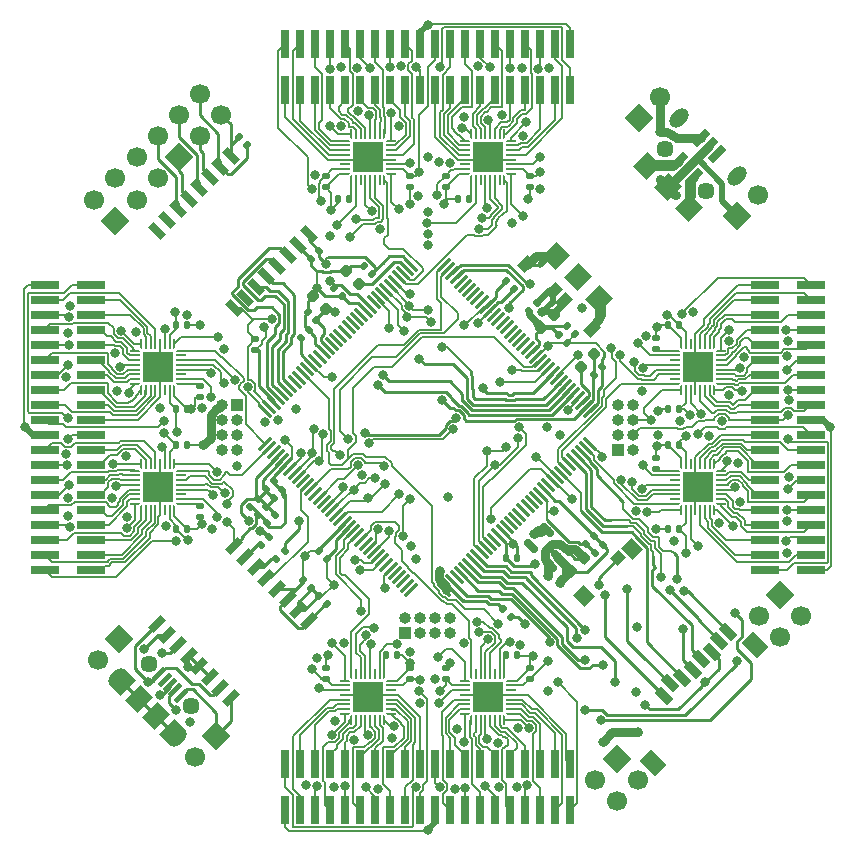
<source format=gbr>
G04 #@! TF.GenerationSoftware,KiCad,Pcbnew,5.99.0-unknown-243631a095~131~ubuntu18.04.1*
G04 #@! TF.CreationDate,2021-09-05T03:56:40+03:00*
G04 #@! TF.ProjectId,FreeEEG128-alpha,46726565-4545-4473-9132-382d616c7068,rev?*
G04 #@! TF.SameCoordinates,Original*
G04 #@! TF.FileFunction,Copper,L4,Bot*
G04 #@! TF.FilePolarity,Positive*
%FSLAX46Y46*%
G04 Gerber Fmt 4.6, Leading zero omitted, Abs format (unit mm)*
G04 Created by KiCad (PCBNEW 5.99.0-unknown-243631a095~131~ubuntu18.04.1) date 2021-09-05 03:56:40*
%MOMM*%
%LPD*%
G01*
G04 APERTURE LIST*
G04 Aperture macros list*
%AMRoundRect*
0 Rectangle with rounded corners*
0 $1 Rounding radius*
0 $2 $3 $4 $5 $6 $7 $8 $9 X,Y pos of 4 corners*
0 Add a 4 corners polygon primitive as box body*
4,1,4,$2,$3,$4,$5,$6,$7,$8,$9,$2,$3,0*
0 Add four circle primitives for the rounded corners*
1,1,$1+$1,$2,$3*
1,1,$1+$1,$4,$5*
1,1,$1+$1,$6,$7*
1,1,$1+$1,$8,$9*
0 Add four rect primitives between the rounded corners*
20,1,$1+$1,$2,$3,$4,$5,0*
20,1,$1+$1,$4,$5,$6,$7,0*
20,1,$1+$1,$6,$7,$8,$9,0*
20,1,$1+$1,$8,$9,$2,$3,0*%
%AMHorizOval*
0 Thick line with rounded ends*
0 $1 width*
0 $2 $3 position (X,Y) of the first rounded end (center of the circle)*
0 $4 $5 position (X,Y) of the second rounded end (center of the circle)*
0 Add line between two ends*
20,1,$1,$2,$3,$4,$5,0*
0 Add two circle primitives to create the rounded ends*
1,1,$1,$2,$3*
1,1,$1,$4,$5*%
%AMRotRect*
0 Rectangle, with rotation*
0 The origin of the aperture is its center*
0 $1 length*
0 $2 width*
0 $3 Rotation angle, in degrees counterclockwise*
0 Add horizontal line*
21,1,$1,$2,0,0,$3*%
%AMFreePoly0*
4,1,15,0.385355,0.085355,0.400000,0.050000,0.400000,0.020711,0.397487,0.014645,0.385355,-0.014645,0.314644,-0.085355,0.279289,-0.100000,-0.350000,-0.100000,-0.385355,-0.085355,-0.400000,-0.050000,-0.400000,0.050000,-0.385355,0.085355,-0.350000,0.100000,0.350000,0.100000,0.385355,0.085355,0.385355,0.085355,$1*%
%AMFreePoly1*
4,1,15,0.314644,0.085355,0.385355,0.014645,0.385355,0.014644,0.400000,-0.020711,0.400000,-0.050000,0.385355,-0.085355,0.350000,-0.100000,-0.350000,-0.100000,-0.385355,-0.085355,-0.400000,-0.050000,-0.400000,0.050000,-0.385355,0.085355,-0.350000,0.100000,0.279289,0.100000,0.314644,0.085355,0.314644,0.085355,$1*%
%AMFreePoly2*
4,1,15,0.085355,0.385355,0.100000,0.350000,0.100000,-0.350000,0.085355,-0.385355,0.050000,-0.400000,0.020711,-0.400000,-0.004289,-0.389644,-0.014645,-0.385355,-0.085355,-0.314644,-0.100000,-0.279289,-0.100000,0.350000,-0.085355,0.385355,-0.050000,0.400000,0.050000,0.400000,0.085355,0.385355,0.085355,0.385355,$1*%
%AMFreePoly3*
4,1,15,0.085355,0.385355,0.100000,0.350000,0.100000,-0.279289,0.091421,-0.300000,0.085355,-0.314645,0.014644,-0.385355,-0.020711,-0.400000,-0.050000,-0.400000,-0.085355,-0.385355,-0.100000,-0.350000,-0.100000,0.350000,-0.085355,0.385355,-0.050000,0.400000,0.050000,0.400000,0.085355,0.385355,0.085355,0.385355,$1*%
%AMFreePoly4*
4,1,15,0.385355,0.085355,0.400000,0.050000,0.400000,-0.050000,0.385355,-0.085355,0.350000,-0.100000,-0.350000,-0.100000,-0.385355,-0.085355,-0.400000,-0.050000,-0.400000,-0.020711,-0.385355,0.014644,-0.314645,0.085355,-0.304289,0.089644,-0.279289,0.100000,0.350000,0.100000,0.385355,0.085355,0.385355,0.085355,$1*%
%AMFreePoly5*
4,1,15,0.385355,0.085355,0.400000,0.050000,0.400000,-0.050000,0.385355,-0.085355,0.350000,-0.100000,-0.279289,-0.100000,-0.304289,-0.089644,-0.314645,-0.085355,-0.385355,-0.014644,-0.400000,0.020711,-0.400000,0.050000,-0.385355,0.085355,-0.350000,0.100000,0.350000,0.100000,0.385355,0.085355,0.385355,0.085355,$1*%
%AMFreePoly6*
4,1,15,0.014644,0.385355,0.085355,0.314645,0.085355,0.314644,0.100000,0.279289,0.100000,-0.350000,0.085355,-0.385355,0.050000,-0.400000,-0.050000,-0.400000,-0.085355,-0.385355,-0.100000,-0.350000,-0.100000,0.350000,-0.085355,0.385355,-0.050000,0.400000,-0.020711,0.400000,0.014644,0.385355,0.014644,0.385355,$1*%
%AMFreePoly7*
4,1,15,0.085355,0.385355,0.100000,0.350000,0.100000,-0.350000,0.085355,-0.385355,0.050000,-0.400000,-0.050000,-0.400000,-0.085355,-0.385355,-0.100000,-0.350000,-0.100000,0.279289,-0.085355,0.314644,-0.014645,0.385355,-0.004289,0.389644,0.020711,0.400000,0.050000,0.400000,0.085355,0.385355,0.085355,0.385355,$1*%
G04 Aperture macros list end*
G04 #@! TA.AperFunction,ComponentPad*
%ADD10R,1.000000X1.000000*%
G04 #@! TD*
G04 #@! TA.AperFunction,ComponentPad*
%ADD11O,1.000000X1.000000*%
G04 #@! TD*
G04 #@! TA.AperFunction,ComponentPad*
%ADD12RotRect,1.700000X1.700000X45.000000*%
G04 #@! TD*
G04 #@! TA.AperFunction,ComponentPad*
%ADD13HorizOval,1.700000X0.000000X0.000000X0.000000X0.000000X0*%
G04 #@! TD*
G04 #@! TA.AperFunction,ComponentPad*
%ADD14C,1.450000*%
G04 #@! TD*
G04 #@! TA.AperFunction,ComponentPad*
%ADD15HorizOval,1.200000X-0.247487X-0.247487X0.247487X0.247487X0*%
G04 #@! TD*
G04 #@! TA.AperFunction,ComponentPad*
%ADD16HorizOval,1.200000X0.247487X0.247487X-0.247487X-0.247487X0*%
G04 #@! TD*
G04 #@! TA.AperFunction,ComponentPad*
%ADD17RotRect,1.700000X1.700000X225.000000*%
G04 #@! TD*
G04 #@! TA.AperFunction,ComponentPad*
%ADD18HorizOval,1.700000X0.000000X0.000000X0.000000X0.000000X0*%
G04 #@! TD*
G04 #@! TA.AperFunction,ComponentPad*
%ADD19RotRect,1.700000X1.700000X315.000000*%
G04 #@! TD*
G04 #@! TA.AperFunction,ComponentPad*
%ADD20HorizOval,1.700000X0.000000X0.000000X0.000000X0.000000X0*%
G04 #@! TD*
G04 #@! TA.AperFunction,ComponentPad*
%ADD21RotRect,1.700000X1.700000X135.000000*%
G04 #@! TD*
G04 #@! TA.AperFunction,ComponentPad*
%ADD22HorizOval,1.700000X0.000000X0.000000X0.000000X0.000000X0*%
G04 #@! TD*
G04 #@! TA.AperFunction,ComponentPad*
%ADD23C,0.500000*%
G04 #@! TD*
G04 #@! TA.AperFunction,SMDPad,CuDef*
%ADD24R,2.200000X2.200000*%
G04 #@! TD*
G04 #@! TA.AperFunction,SMDPad,CuDef*
%ADD25RotRect,1.560000X0.650000X45.000000*%
G04 #@! TD*
G04 #@! TA.AperFunction,SMDPad,CuDef*
%ADD26RoundRect,0.147500X-0.017678X0.226274X-0.226274X0.017678X0.017678X-0.226274X0.226274X-0.017678X0*%
G04 #@! TD*
G04 #@! TA.AperFunction,SMDPad,CuDef*
%ADD27RoundRect,0.218750X0.335876X0.026517X0.026517X0.335876X-0.335876X-0.026517X-0.026517X-0.335876X0*%
G04 #@! TD*
G04 #@! TA.AperFunction,SMDPad,CuDef*
%ADD28RoundRect,0.147500X0.017678X-0.226274X0.226274X-0.017678X-0.017678X0.226274X-0.226274X0.017678X0*%
G04 #@! TD*
G04 #@! TA.AperFunction,SMDPad,CuDef*
%ADD29RoundRect,0.147500X0.226274X0.017678X0.017678X0.226274X-0.226274X-0.017678X-0.017678X-0.226274X0*%
G04 #@! TD*
G04 #@! TA.AperFunction,SMDPad,CuDef*
%ADD30RotRect,1.550000X0.300000X45.000000*%
G04 #@! TD*
G04 #@! TA.AperFunction,SMDPad,CuDef*
%ADD31RotRect,1.550000X0.300000X315.000000*%
G04 #@! TD*
G04 #@! TA.AperFunction,SMDPad,CuDef*
%ADD32RotRect,1.500000X0.600000X45.000000*%
G04 #@! TD*
G04 #@! TA.AperFunction,SMDPad,CuDef*
%ADD33RotRect,0.900000X1.200000X315.000000*%
G04 #@! TD*
G04 #@! TA.AperFunction,SMDPad,CuDef*
%ADD34RoundRect,0.147500X-0.226274X-0.017678X-0.017678X-0.226274X0.226274X0.017678X0.017678X0.226274X0*%
G04 #@! TD*
G04 #@! TA.AperFunction,SMDPad,CuDef*
%ADD35RoundRect,0.218750X-0.026517X0.335876X-0.335876X0.026517X0.026517X-0.335876X0.335876X-0.026517X0*%
G04 #@! TD*
G04 #@! TA.AperFunction,SMDPad,CuDef*
%ADD36RotRect,1.500000X0.600000X135.000000*%
G04 #@! TD*
G04 #@! TA.AperFunction,SMDPad,CuDef*
%ADD37RotRect,0.400000X1.350000X135.000000*%
G04 #@! TD*
G04 #@! TA.AperFunction,SMDPad,CuDef*
%ADD38RotRect,1.200000X1.900000X135.000000*%
G04 #@! TD*
G04 #@! TA.AperFunction,SMDPad,CuDef*
%ADD39RotRect,1.500000X1.900000X135.000000*%
G04 #@! TD*
G04 #@! TA.AperFunction,SMDPad,CuDef*
%ADD40RotRect,1.400000X1.900000X225.000000*%
G04 #@! TD*
G04 #@! TA.AperFunction,SMDPad,CuDef*
%ADD41RotRect,1.300000X1.400000X225.000000*%
G04 #@! TD*
G04 #@! TA.AperFunction,SMDPad,CuDef*
%ADD42RotRect,0.800000X1.500000X225.000000*%
G04 #@! TD*
G04 #@! TA.AperFunction,SMDPad,CuDef*
%ADD43RotRect,1.000000X0.950000X225.000000*%
G04 #@! TD*
G04 #@! TA.AperFunction,SMDPad,CuDef*
%ADD44RotRect,0.900000X1.200000X135.000000*%
G04 #@! TD*
G04 #@! TA.AperFunction,SMDPad,CuDef*
%ADD45RoundRect,0.147500X-0.147500X-0.172500X0.147500X-0.172500X0.147500X0.172500X-0.147500X0.172500X0*%
G04 #@! TD*
G04 #@! TA.AperFunction,SMDPad,CuDef*
%ADD46RoundRect,0.147500X0.172500X-0.147500X0.172500X0.147500X-0.172500X0.147500X-0.172500X-0.147500X0*%
G04 #@! TD*
G04 #@! TA.AperFunction,SMDPad,CuDef*
%ADD47RoundRect,0.218750X0.026517X-0.335876X0.335876X-0.026517X-0.026517X0.335876X-0.335876X0.026517X0*%
G04 #@! TD*
G04 #@! TA.AperFunction,SMDPad,CuDef*
%ADD48RotRect,1.700000X1.600000X225.000000*%
G04 #@! TD*
G04 #@! TA.AperFunction,SMDPad,CuDef*
%ADD49FreePoly0,90.000000*%
G04 #@! TD*
G04 #@! TA.AperFunction,SMDPad,CuDef*
%ADD50RoundRect,0.050000X0.050000X-0.350000X0.050000X0.350000X-0.050000X0.350000X-0.050000X-0.350000X0*%
G04 #@! TD*
G04 #@! TA.AperFunction,SMDPad,CuDef*
%ADD51FreePoly1,90.000000*%
G04 #@! TD*
G04 #@! TA.AperFunction,SMDPad,CuDef*
%ADD52FreePoly2,90.000000*%
G04 #@! TD*
G04 #@! TA.AperFunction,SMDPad,CuDef*
%ADD53RoundRect,0.050000X0.350000X-0.050000X0.350000X0.050000X-0.350000X0.050000X-0.350000X-0.050000X0*%
G04 #@! TD*
G04 #@! TA.AperFunction,SMDPad,CuDef*
%ADD54FreePoly3,90.000000*%
G04 #@! TD*
G04 #@! TA.AperFunction,SMDPad,CuDef*
%ADD55FreePoly4,90.000000*%
G04 #@! TD*
G04 #@! TA.AperFunction,SMDPad,CuDef*
%ADD56FreePoly5,90.000000*%
G04 #@! TD*
G04 #@! TA.AperFunction,SMDPad,CuDef*
%ADD57FreePoly6,90.000000*%
G04 #@! TD*
G04 #@! TA.AperFunction,SMDPad,CuDef*
%ADD58FreePoly7,90.000000*%
G04 #@! TD*
G04 #@! TA.AperFunction,SMDPad,CuDef*
%ADD59R,2.650000X2.650000*%
G04 #@! TD*
G04 #@! TA.AperFunction,SMDPad,CuDef*
%ADD60FreePoly0,0.000000*%
G04 #@! TD*
G04 #@! TA.AperFunction,SMDPad,CuDef*
%ADD61RoundRect,0.050000X-0.350000X-0.050000X0.350000X-0.050000X0.350000X0.050000X-0.350000X0.050000X0*%
G04 #@! TD*
G04 #@! TA.AperFunction,SMDPad,CuDef*
%ADD62FreePoly1,0.000000*%
G04 #@! TD*
G04 #@! TA.AperFunction,SMDPad,CuDef*
%ADD63FreePoly2,0.000000*%
G04 #@! TD*
G04 #@! TA.AperFunction,SMDPad,CuDef*
%ADD64RoundRect,0.050000X-0.050000X-0.350000X0.050000X-0.350000X0.050000X0.350000X-0.050000X0.350000X0*%
G04 #@! TD*
G04 #@! TA.AperFunction,SMDPad,CuDef*
%ADD65FreePoly3,0.000000*%
G04 #@! TD*
G04 #@! TA.AperFunction,SMDPad,CuDef*
%ADD66FreePoly4,0.000000*%
G04 #@! TD*
G04 #@! TA.AperFunction,SMDPad,CuDef*
%ADD67FreePoly5,0.000000*%
G04 #@! TD*
G04 #@! TA.AperFunction,SMDPad,CuDef*
%ADD68FreePoly6,0.000000*%
G04 #@! TD*
G04 #@! TA.AperFunction,SMDPad,CuDef*
%ADD69FreePoly7,0.000000*%
G04 #@! TD*
G04 #@! TA.AperFunction,SMDPad,CuDef*
%ADD70RoundRect,0.140000X-0.140000X-0.170000X0.140000X-0.170000X0.140000X0.170000X-0.140000X0.170000X0*%
G04 #@! TD*
G04 #@! TA.AperFunction,SMDPad,CuDef*
%ADD71RoundRect,0.140000X0.140000X0.170000X-0.140000X0.170000X-0.140000X-0.170000X0.140000X-0.170000X0*%
G04 #@! TD*
G04 #@! TA.AperFunction,SMDPad,CuDef*
%ADD72RoundRect,0.140000X-0.170000X0.140000X-0.170000X-0.140000X0.170000X-0.140000X0.170000X0.140000X0*%
G04 #@! TD*
G04 #@! TA.AperFunction,SMDPad,CuDef*
%ADD73RoundRect,0.140000X0.170000X-0.140000X0.170000X0.140000X-0.170000X0.140000X-0.170000X-0.140000X0*%
G04 #@! TD*
G04 #@! TA.AperFunction,SMDPad,CuDef*
%ADD74FreePoly0,270.000000*%
G04 #@! TD*
G04 #@! TA.AperFunction,SMDPad,CuDef*
%ADD75RoundRect,0.050000X-0.050000X0.350000X-0.050000X-0.350000X0.050000X-0.350000X0.050000X0.350000X0*%
G04 #@! TD*
G04 #@! TA.AperFunction,SMDPad,CuDef*
%ADD76FreePoly1,270.000000*%
G04 #@! TD*
G04 #@! TA.AperFunction,SMDPad,CuDef*
%ADD77FreePoly2,270.000000*%
G04 #@! TD*
G04 #@! TA.AperFunction,SMDPad,CuDef*
%ADD78RoundRect,0.050000X-0.350000X0.050000X-0.350000X-0.050000X0.350000X-0.050000X0.350000X0.050000X0*%
G04 #@! TD*
G04 #@! TA.AperFunction,SMDPad,CuDef*
%ADD79FreePoly3,270.000000*%
G04 #@! TD*
G04 #@! TA.AperFunction,SMDPad,CuDef*
%ADD80FreePoly4,270.000000*%
G04 #@! TD*
G04 #@! TA.AperFunction,SMDPad,CuDef*
%ADD81FreePoly5,270.000000*%
G04 #@! TD*
G04 #@! TA.AperFunction,SMDPad,CuDef*
%ADD82FreePoly6,270.000000*%
G04 #@! TD*
G04 #@! TA.AperFunction,SMDPad,CuDef*
%ADD83FreePoly7,270.000000*%
G04 #@! TD*
G04 #@! TA.AperFunction,SMDPad,CuDef*
%ADD84R,2.400000X0.740000*%
G04 #@! TD*
G04 #@! TA.AperFunction,SMDPad,CuDef*
%ADD85FreePoly0,180.000000*%
G04 #@! TD*
G04 #@! TA.AperFunction,SMDPad,CuDef*
%ADD86RoundRect,0.050000X0.350000X0.050000X-0.350000X0.050000X-0.350000X-0.050000X0.350000X-0.050000X0*%
G04 #@! TD*
G04 #@! TA.AperFunction,SMDPad,CuDef*
%ADD87FreePoly1,180.000000*%
G04 #@! TD*
G04 #@! TA.AperFunction,SMDPad,CuDef*
%ADD88FreePoly2,180.000000*%
G04 #@! TD*
G04 #@! TA.AperFunction,SMDPad,CuDef*
%ADD89RoundRect,0.050000X0.050000X0.350000X-0.050000X0.350000X-0.050000X-0.350000X0.050000X-0.350000X0*%
G04 #@! TD*
G04 #@! TA.AperFunction,SMDPad,CuDef*
%ADD90FreePoly3,180.000000*%
G04 #@! TD*
G04 #@! TA.AperFunction,SMDPad,CuDef*
%ADD91FreePoly4,180.000000*%
G04 #@! TD*
G04 #@! TA.AperFunction,SMDPad,CuDef*
%ADD92FreePoly5,180.000000*%
G04 #@! TD*
G04 #@! TA.AperFunction,SMDPad,CuDef*
%ADD93FreePoly6,180.000000*%
G04 #@! TD*
G04 #@! TA.AperFunction,SMDPad,CuDef*
%ADD94FreePoly7,180.000000*%
G04 #@! TD*
G04 #@! TA.AperFunction,SMDPad,CuDef*
%ADD95RoundRect,0.225000X-0.017678X0.335876X-0.335876X0.017678X0.017678X-0.335876X0.335876X-0.017678X0*%
G04 #@! TD*
G04 #@! TA.AperFunction,SMDPad,CuDef*
%ADD96R,0.740000X2.400000*%
G04 #@! TD*
G04 #@! TA.AperFunction,SMDPad,CuDef*
%ADD97RoundRect,0.150000X0.468458X-0.256326X-0.256326X0.468458X-0.468458X0.256326X0.256326X-0.468458X0*%
G04 #@! TD*
G04 #@! TA.AperFunction,ViaPad*
%ADD98C,0.800000*%
G04 #@! TD*
G04 #@! TA.AperFunction,Conductor*
%ADD99C,0.200000*%
G04 #@! TD*
G04 #@! TA.AperFunction,Conductor*
%ADD100C,0.250000*%
G04 #@! TD*
G04 #@! TA.AperFunction,Conductor*
%ADD101C,0.500000*%
G04 #@! TD*
G04 #@! TA.AperFunction,Conductor*
%ADD102C,0.750000*%
G04 #@! TD*
G04 APERTURE END LIST*
D10*
X-16119000Y1900000D03*
D11*
X-17389000Y1900000D03*
X-16119000Y630000D03*
X-17389000Y630000D03*
X-16119000Y-640000D03*
X-17389000Y-640000D03*
X-16119000Y-1910000D03*
X-17389000Y-1910000D03*
D10*
X16119000Y-1900000D03*
D11*
X17389000Y-1900000D03*
X16119000Y-630000D03*
X17389000Y-630000D03*
X16119000Y640000D03*
X17389000Y640000D03*
X16119000Y1910000D03*
X17389000Y1910000D03*
D12*
X17888949Y26143949D03*
D13*
X19685000Y27940000D03*
D14*
X23593623Y20039345D03*
D15*
X26209918Y21241427D03*
D14*
X20058089Y23574879D03*
D16*
X21260171Y26191174D03*
D12*
X26143949Y17888949D03*
D13*
X27940000Y19685000D03*
D17*
X-17888949Y-26143949D03*
D18*
X-19685000Y-27940000D03*
D17*
X-26143949Y-17888949D03*
D18*
X-27940000Y-19685000D03*
D19*
X15983949Y-28048949D03*
D20*
X17780000Y-29845000D03*
X14187898Y-29845000D03*
X15983949Y-31641051D03*
D21*
X-21063949Y22860000D03*
D22*
X-22860000Y24656051D03*
X-19267898Y24656051D03*
X-21063949Y26452102D03*
X-17471847Y26452102D03*
X-19267898Y28248154D03*
D19*
X29845000Y-14187898D03*
D20*
X31641051Y-15983949D03*
X28048949Y-15983949D03*
X29845000Y-17780000D03*
D21*
X-26452102Y17471846D03*
D22*
X-28248153Y19267897D03*
X-24656051Y19267897D03*
X-26452102Y21063948D03*
X-22860000Y21063948D03*
X-24656051Y22860000D03*
D23*
X22860000Y5080000D03*
X22010000Y5930000D03*
X22010000Y4230000D03*
X22860000Y5930000D03*
X22010000Y5080000D03*
D24*
X22860000Y5080000D03*
D23*
X23710000Y4230000D03*
X23710000Y5080000D03*
X22860000Y4230000D03*
X23710000Y5930000D03*
D24*
X-5080000Y22860000D03*
D23*
X-5080000Y22010000D03*
X-5930000Y23710000D03*
X-5930000Y22860000D03*
X-5080000Y22860000D03*
X-4230000Y23710000D03*
X-5930000Y22010000D03*
X-4230000Y22010000D03*
X-5080000Y23710000D03*
X-4230000Y22860000D03*
D10*
X-1900000Y-17389000D03*
D11*
X-1900000Y-16119000D03*
X-630000Y-17389000D03*
X-630000Y-16119000D03*
X640000Y-17389000D03*
X640000Y-16119000D03*
X1910000Y-17389000D03*
X1910000Y-16119000D03*
D23*
X23710000Y-5080000D03*
X22010000Y-5930000D03*
X22860000Y-4230000D03*
D24*
X22860000Y-5080000D03*
D23*
X23710000Y-4230000D03*
X22860000Y-5930000D03*
X23710000Y-5930000D03*
X22010000Y-4230000D03*
X22010000Y-5080000D03*
X22860000Y-5080000D03*
X-23710000Y-4230000D03*
X-22010000Y-4230000D03*
D24*
X-22860000Y-5080000D03*
D23*
X-22860000Y-4230000D03*
X-22860000Y-5930000D03*
X-22860000Y-5080000D03*
X-23710000Y-5080000D03*
X-23710000Y-5930000D03*
X-22010000Y-5930000D03*
X-22010000Y-5080000D03*
X-5930000Y-22010000D03*
X-5080000Y-22860000D03*
X-4230000Y-23710000D03*
X-4230000Y-22010000D03*
X-5930000Y-22860000D03*
X-4230000Y-22860000D03*
X-5930000Y-23710000D03*
X-5080000Y-22010000D03*
X-5080000Y-23710000D03*
D24*
X-5080000Y-22860000D03*
D23*
X-22860000Y5930000D03*
X-22860000Y5080000D03*
X-22860000Y4230000D03*
X-22010000Y5080000D03*
X-23710000Y5080000D03*
X-22010000Y5930000D03*
X-23710000Y5930000D03*
D24*
X-22860000Y5080000D03*
D23*
X-22010000Y4230000D03*
X-23710000Y4230000D03*
D24*
X5080000Y22860000D03*
D23*
X5080000Y22860000D03*
X5930000Y22860000D03*
X4230000Y22860000D03*
X5930000Y23710000D03*
X5080000Y23710000D03*
X4230000Y22010000D03*
X4230000Y23710000D03*
X5930000Y22010000D03*
X5080000Y22010000D03*
X4230000Y-22860000D03*
X5080000Y-23710000D03*
X5930000Y-23710000D03*
X5930000Y-22860000D03*
X5930000Y-22010000D03*
X4230000Y-22010000D03*
X4230000Y-23710000D03*
X5080000Y-22010000D03*
D24*
X5080000Y-22860000D03*
D23*
X5080000Y-22860000D03*
D25*
X22577157Y21214910D03*
X21905406Y21886662D03*
X21233654Y22558413D03*
X23142843Y24467602D03*
X23814594Y23795850D03*
X24486346Y23124099D03*
D26*
X-14389053Y-6083253D03*
X-15074947Y-6769147D03*
D27*
X-8587153Y9984153D03*
X-9700847Y11097847D03*
D28*
X14160453Y-10655347D03*
X14846347Y-9969453D03*
X-13042947Y-5981747D03*
X-12357053Y-5295853D03*
D29*
X-9436053Y9055053D03*
X-10121947Y9740947D03*
D30*
X-1378858Y-13753227D03*
X-1732412Y-13399674D03*
X-2085965Y-13046120D03*
X-2439518Y-12692567D03*
X-2793072Y-12339013D03*
X-3146625Y-11985460D03*
X-3500179Y-11631907D03*
X-3853732Y-11278353D03*
X-4207285Y-10924800D03*
X-4560839Y-10571246D03*
X-4914392Y-10217693D03*
X-5267946Y-9864140D03*
X-5621499Y-9510586D03*
X-5975052Y-9157033D03*
X-6328606Y-8803479D03*
X-6682159Y-8449926D03*
X-7035712Y-8096373D03*
X-7389266Y-7742819D03*
X-7742819Y-7389266D03*
X-8096373Y-7035712D03*
X-8449926Y-6682159D03*
X-8803479Y-6328606D03*
X-9157033Y-5975052D03*
X-9510586Y-5621499D03*
X-9864140Y-5267946D03*
X-10217693Y-4914392D03*
X-10571246Y-4560839D03*
X-10924800Y-4207285D03*
X-11278353Y-3853732D03*
X-11631907Y-3500179D03*
X-11985460Y-3146625D03*
X-12339013Y-2793072D03*
X-12692567Y-2439518D03*
X-13046120Y-2085965D03*
X-13399674Y-1732412D03*
X-13753227Y-1378858D03*
D31*
X-13753227Y1378858D03*
X-13399674Y1732412D03*
X-13046120Y2085965D03*
X-12692567Y2439518D03*
X-12339013Y2793072D03*
X-11985460Y3146625D03*
X-11631907Y3500179D03*
X-11278353Y3853732D03*
X-10924800Y4207285D03*
X-10571246Y4560839D03*
X-10217693Y4914392D03*
X-9864140Y5267946D03*
X-9510586Y5621499D03*
X-9157033Y5975052D03*
X-8803479Y6328606D03*
X-8449926Y6682159D03*
X-8096373Y7035712D03*
X-7742819Y7389266D03*
X-7389266Y7742819D03*
X-7035712Y8096373D03*
X-6682159Y8449926D03*
X-6328606Y8803479D03*
X-5975052Y9157033D03*
X-5621499Y9510586D03*
X-5267946Y9864140D03*
X-4914392Y10217693D03*
X-4560839Y10571246D03*
X-4207285Y10924800D03*
X-3853732Y11278353D03*
X-3500179Y11631907D03*
X-3146625Y11985460D03*
X-2793072Y12339013D03*
X-2439518Y12692567D03*
X-2085965Y13046120D03*
X-1732412Y13399674D03*
X-1378858Y13753227D03*
D30*
X1378858Y13753227D03*
X1732412Y13399674D03*
X2085965Y13046120D03*
X2439518Y12692567D03*
X2793072Y12339013D03*
X3146625Y11985460D03*
X3500179Y11631907D03*
X3853732Y11278353D03*
X4207285Y10924800D03*
X4560839Y10571246D03*
X4914392Y10217693D03*
X5267946Y9864140D03*
X5621499Y9510586D03*
X5975052Y9157033D03*
X6328606Y8803479D03*
X6682159Y8449926D03*
X7035712Y8096373D03*
X7389266Y7742819D03*
X7742819Y7389266D03*
X8096373Y7035712D03*
X8449926Y6682159D03*
X8803479Y6328606D03*
X9157033Y5975052D03*
X9510586Y5621499D03*
X9864140Y5267946D03*
X10217693Y4914392D03*
X10571246Y4560839D03*
X10924800Y4207285D03*
X11278353Y3853732D03*
X11631907Y3500179D03*
X11985460Y3146625D03*
X12339013Y2793072D03*
X12692567Y2439518D03*
X13046120Y2085965D03*
X13399674Y1732412D03*
X13753227Y1378858D03*
D31*
X13753227Y-1378858D03*
X13399674Y-1732412D03*
X13046120Y-2085965D03*
X12692567Y-2439518D03*
X12339013Y-2793072D03*
X11985460Y-3146625D03*
X11631907Y-3500179D03*
X11278353Y-3853732D03*
X10924800Y-4207285D03*
X10571246Y-4560839D03*
X10217693Y-4914392D03*
X9864140Y-5267946D03*
X9510586Y-5621499D03*
X9157033Y-5975052D03*
X8803479Y-6328606D03*
X8449926Y-6682159D03*
X8096373Y-7035712D03*
X7742819Y-7389266D03*
X7389266Y-7742819D03*
X7035712Y-8096373D03*
X6682159Y-8449926D03*
X6328606Y-8803479D03*
X5975052Y-9157033D03*
X5621499Y-9510586D03*
X5267946Y-9864140D03*
X4914392Y-10217693D03*
X4560839Y-10571246D03*
X4207285Y-10924800D03*
X3853732Y-11278353D03*
X3500179Y-11631907D03*
X3146625Y-11985460D03*
X2793072Y-12339013D03*
X2439518Y-12692567D03*
X2085965Y-13046120D03*
X1732412Y-13399674D03*
X1378858Y-13753227D03*
D26*
X-13423853Y-9309053D03*
X-14109747Y-9994947D03*
D32*
X-16654957Y-22941136D03*
X-17552983Y-22043111D03*
X-18451008Y-21145085D03*
X-19349034Y-20247059D03*
X-20247059Y-19349034D03*
X-21145085Y-18451008D03*
X-22043111Y-17552983D03*
X-22941136Y-16654957D03*
X-16365043Y-10078864D03*
X-15467017Y-10976889D03*
X-14568992Y-11874915D03*
X-13670966Y-12772941D03*
X-12772941Y-13670966D03*
X-11874915Y-14568992D03*
X-10976889Y-15467017D03*
X-10078864Y-16365043D03*
D26*
X14731917Y5105066D03*
X14046023Y4419172D03*
D33*
X11533274Y10672982D03*
X13866726Y8339530D03*
D29*
X12484147Y7861253D03*
X11798253Y8547147D03*
D34*
X-9232947Y-10452053D03*
X-8547053Y-11137947D03*
D35*
X10716847Y9506257D03*
X9603153Y8392563D03*
D29*
X7327947Y11722053D03*
X6642053Y12407947D03*
D34*
X-10553747Y-12941253D03*
X-9867853Y-13627147D03*
D26*
X-12128453Y-10502853D03*
X-12814347Y-11188747D03*
D27*
X-5793153Y12143153D03*
X-6906847Y13256847D03*
D26*
X-13703253Y-6769053D03*
X-14389147Y-7454947D03*
D36*
X-10078864Y16365043D03*
X-10976889Y15467017D03*
X-11874915Y14568992D03*
X-12772941Y13670966D03*
X-13670966Y12772941D03*
X-14568992Y11874915D03*
X-15467017Y10976889D03*
X-16365043Y10078864D03*
X-22941136Y16654957D03*
X-22043111Y17552983D03*
X-21145085Y18451008D03*
X-20247059Y19349034D03*
X-19349034Y20247059D03*
X-18451008Y21145085D03*
X-17552983Y22043111D03*
X-16654957Y22941136D03*
D26*
X-9182053Y14947947D03*
X-9867947Y14262053D03*
D37*
X-20906618Y-22745095D03*
X-21366237Y-22285476D03*
X-21825856Y-21825856D03*
X-22285476Y-21366237D03*
X-22745095Y-20906618D03*
D14*
X-23593623Y-20058089D03*
D15*
X-21260171Y-26209918D03*
D38*
X-25785654Y-21684435D03*
X-21684435Y-25785654D03*
D39*
X-24442151Y-23027938D03*
X-23027938Y-24442151D03*
D14*
X-20058089Y-23593623D03*
D16*
X-26209918Y-21260171D03*
D40*
X19107710Y-28444210D03*
D41*
X13238724Y-14302074D03*
D40*
X27699058Y-18438649D03*
D41*
X17269232Y-10271565D03*
D42*
X20005736Y-22752000D03*
X20500710Y-21691340D03*
X21561371Y-21196365D03*
X22480609Y-20559969D03*
X23117006Y-19640730D03*
X24036244Y-19004334D03*
X24672640Y-18085095D03*
X25450458Y-17307278D03*
D43*
X16130791Y-11098880D03*
D34*
X6388053Y-15405053D03*
X7073947Y-16090947D03*
D29*
X-4737053Y12992053D03*
X-5422947Y13677947D03*
D44*
X10691726Y11514530D03*
X8358274Y13847982D03*
D45*
X6627000Y-11099800D03*
X7597000Y-11099800D03*
D28*
X-10756947Y7531053D03*
X-10071053Y8216947D03*
D26*
X9232947Y10488975D03*
X8547053Y9803081D03*
D29*
X11772947Y7150053D03*
X11087053Y7835947D03*
D46*
X-14605000Y6500000D03*
X-14605000Y7470000D03*
D47*
X12942105Y5094272D03*
X14055799Y6207966D03*
D26*
X-12941253Y-7404053D03*
X-13627147Y-8089947D03*
D28*
X-13703347Y-5270547D03*
X-13017453Y-4584653D03*
D34*
X-15963947Y24599947D03*
X-15278053Y23914053D03*
D29*
X-8496253Y-14998747D03*
X-9182147Y-14312853D03*
D28*
X13373053Y-9867947D03*
X14058947Y-9182053D03*
D34*
X-7962947Y11772947D03*
X-7277053Y11087053D03*
D48*
X18532325Y22124428D03*
X20328377Y20328377D03*
X22124428Y18532325D03*
X14487675Y10895572D03*
X12691623Y12691623D03*
X10895572Y14487675D03*
D49*
X-3680000Y-24810000D03*
D50*
X-4080000Y-24810000D03*
X-4480000Y-24810000D03*
X-4880000Y-24810000D03*
X-5280000Y-24810000D03*
X-5680000Y-24810000D03*
X-6080000Y-24810000D03*
D51*
X-6480000Y-24810000D03*
D52*
X-7030000Y-24260000D03*
D53*
X-7030000Y-23860000D03*
X-7030000Y-23460000D03*
X-7030000Y-23060000D03*
X-7030000Y-22660000D03*
X-7030000Y-22260000D03*
X-7030000Y-21860000D03*
D54*
X-7030000Y-21460000D03*
D55*
X-6480000Y-20910000D03*
D50*
X-6080000Y-20910000D03*
X-5680000Y-20910000D03*
X-5280000Y-20910000D03*
X-4880000Y-20910000D03*
X-4480000Y-20910000D03*
X-4080000Y-20910000D03*
D56*
X-3680000Y-20910000D03*
D57*
X-3130000Y-21460000D03*
D53*
X-3130000Y-21860000D03*
X-3130000Y-22260000D03*
X-3130000Y-22660000D03*
X-3130000Y-23060000D03*
X-3130000Y-23460000D03*
X-3130000Y-23860000D03*
D58*
X-3130000Y-24260000D03*
D23*
X-5080000Y-22010000D03*
X-5930000Y-22010000D03*
X-5930000Y-22860000D03*
X-4230000Y-22860000D03*
X-5080000Y-23710000D03*
D59*
X-5080000Y-22860000D03*
D23*
X-4230000Y-22010000D03*
X-4230000Y-23710000D03*
X-5930000Y-23710000D03*
X-5080000Y-22860000D03*
D60*
X-24810000Y3680000D03*
D61*
X-24810000Y4080000D03*
X-24810000Y4480000D03*
X-24810000Y4880000D03*
X-24810000Y5280000D03*
X-24810000Y5680000D03*
X-24810000Y6080000D03*
D62*
X-24810000Y6480000D03*
D63*
X-24260000Y7030000D03*
D64*
X-23860000Y7030000D03*
X-23460000Y7030000D03*
X-23060000Y7030000D03*
X-22660000Y7030000D03*
X-22260000Y7030000D03*
X-21860000Y7030000D03*
D65*
X-21460000Y7030000D03*
D66*
X-20910000Y6480000D03*
D61*
X-20910000Y6080000D03*
X-20910000Y5680000D03*
X-20910000Y5280000D03*
X-20910000Y4880000D03*
X-20910000Y4480000D03*
X-20910000Y4080000D03*
D67*
X-20910000Y3680000D03*
D68*
X-21460000Y3130000D03*
D64*
X-21860000Y3130000D03*
X-22260000Y3130000D03*
X-22660000Y3130000D03*
X-23060000Y3130000D03*
X-23460000Y3130000D03*
X-23860000Y3130000D03*
D69*
X-24260000Y3130000D03*
D23*
X-23710000Y4230000D03*
X-22860000Y5080000D03*
X-22010000Y5930000D03*
X-23710000Y5080000D03*
X-22860000Y5930000D03*
X-23710000Y5930000D03*
X-22010000Y5080000D03*
X-22860000Y4230000D03*
D59*
X-22860000Y5080000D03*
D23*
X-22010000Y4230000D03*
D70*
X-21308000Y8636000D03*
X-20348000Y8636000D03*
D71*
X21308000Y-8636000D03*
X20348000Y-8636000D03*
D72*
X-8636000Y21308000D03*
X-8636000Y20348000D03*
D73*
X19304000Y-3528000D03*
X19304000Y-2568000D03*
D70*
X-3528000Y-19304000D03*
X-2568000Y-19304000D03*
D74*
X-6480000Y24810000D03*
D75*
X-6080000Y24810000D03*
X-5680000Y24810000D03*
X-5280000Y24810000D03*
X-4880000Y24810000D03*
X-4480000Y24810000D03*
X-4080000Y24810000D03*
D76*
X-3680000Y24810000D03*
D77*
X-3130000Y24260000D03*
D78*
X-3130000Y23860000D03*
X-3130000Y23460000D03*
X-3130000Y23060000D03*
X-3130000Y22660000D03*
X-3130000Y22260000D03*
X-3130000Y21860000D03*
D79*
X-3130000Y21460000D03*
D80*
X-3680000Y20910000D03*
D75*
X-4080000Y20910000D03*
X-4480000Y20910000D03*
X-4880000Y20910000D03*
X-5280000Y20910000D03*
X-5680000Y20910000D03*
X-6080000Y20910000D03*
D81*
X-6480000Y20910000D03*
D82*
X-7030000Y21460000D03*
D78*
X-7030000Y21860000D03*
X-7030000Y22260000D03*
X-7030000Y22660000D03*
X-7030000Y23060000D03*
X-7030000Y23460000D03*
X-7030000Y23860000D03*
D83*
X-7030000Y24260000D03*
D23*
X-5080000Y22010000D03*
X-5080000Y23710000D03*
X-4230000Y22860000D03*
X-4230000Y23710000D03*
X-5080000Y22860000D03*
X-5930000Y22860000D03*
X-5930000Y22010000D03*
D59*
X-5080000Y22860000D03*
D23*
X-4230000Y22010000D03*
X-5930000Y23710000D03*
D72*
X1524000Y21308000D03*
X1524000Y20348000D03*
D71*
X3528000Y19304000D03*
X2568000Y19304000D03*
D84*
X28530000Y-12065000D03*
X32430000Y-12065000D03*
X28530000Y-10795000D03*
X32430000Y-10795000D03*
X28530000Y-9525000D03*
X32430000Y-9525000D03*
X28530000Y-8255000D03*
X32430000Y-8255000D03*
X28530000Y-6985000D03*
X32430000Y-6985000D03*
X28530000Y-5715000D03*
X32430000Y-5715000D03*
X28530000Y-4445000D03*
X32430000Y-4445000D03*
X28530000Y-3175000D03*
X32430000Y-3175000D03*
X28530000Y-1905000D03*
X32430000Y-1905000D03*
X28530000Y-635000D03*
X32430000Y-635000D03*
X28530000Y635000D03*
X32430000Y635000D03*
X28530000Y1905000D03*
X32430000Y1905000D03*
X28530000Y3175000D03*
X32430000Y3175000D03*
X28530000Y4445000D03*
X32430000Y4445000D03*
X28530000Y5715000D03*
X32430000Y5715000D03*
X28530000Y6985000D03*
X32430000Y6985000D03*
X28530000Y8255000D03*
X32430000Y8255000D03*
X28530000Y9525000D03*
X32430000Y9525000D03*
X28530000Y10795000D03*
X32430000Y10795000D03*
X28530000Y12065000D03*
X32430000Y12065000D03*
D85*
X24810000Y6480000D03*
D86*
X24810000Y6080000D03*
X24810000Y5680000D03*
X24810000Y5280000D03*
X24810000Y4880000D03*
X24810000Y4480000D03*
X24810000Y4080000D03*
D87*
X24810000Y3680000D03*
D88*
X24260000Y3130000D03*
D89*
X23860000Y3130000D03*
X23460000Y3130000D03*
X23060000Y3130000D03*
X22660000Y3130000D03*
X22260000Y3130000D03*
X21860000Y3130000D03*
D90*
X21460000Y3130000D03*
D91*
X20910000Y3680000D03*
D86*
X20910000Y4080000D03*
X20910000Y4480000D03*
X20910000Y4880000D03*
X20910000Y5280000D03*
X20910000Y5680000D03*
X20910000Y6080000D03*
D92*
X20910000Y6480000D03*
D93*
X21460000Y7030000D03*
D89*
X21860000Y7030000D03*
X22260000Y7030000D03*
X22660000Y7030000D03*
X23060000Y7030000D03*
X23460000Y7030000D03*
X23860000Y7030000D03*
D94*
X24260000Y7030000D03*
D59*
X22860000Y5080000D03*
D23*
X23710000Y5930000D03*
X23710000Y4230000D03*
X22860000Y4230000D03*
X22860000Y5930000D03*
X23710000Y5080000D03*
X22860000Y5080000D03*
X22010000Y5080000D03*
X22010000Y5930000D03*
X22010000Y4230000D03*
D70*
X-21308000Y1524000D03*
X-20348000Y1524000D03*
D71*
X21308000Y-1524000D03*
X20348000Y-1524000D03*
D72*
X-1524000Y21308000D03*
X-1524000Y20348000D03*
D71*
X21308000Y8636000D03*
X20348000Y8636000D03*
D73*
X1524000Y-21308000D03*
X1524000Y-20348000D03*
X-1524000Y-21308000D03*
X-1524000Y-20348000D03*
D84*
X-28530000Y12065000D03*
X-32430000Y12065000D03*
X-28530000Y10795000D03*
X-32430000Y10795000D03*
X-28530000Y9525000D03*
X-32430000Y9525000D03*
X-28530000Y8255000D03*
X-32430000Y8255000D03*
X-28530000Y6985000D03*
X-32430000Y6985000D03*
X-28530000Y5715000D03*
X-32430000Y5715000D03*
X-28530000Y4445000D03*
X-32430000Y4445000D03*
X-28530000Y3175000D03*
X-32430000Y3175000D03*
X-28530000Y1905000D03*
X-32430000Y1905000D03*
X-28530000Y635000D03*
X-32430000Y635000D03*
X-28530000Y-635000D03*
X-32430000Y-635000D03*
X-28530000Y-1905000D03*
X-32430000Y-1905000D03*
X-28530000Y-3175000D03*
X-32430000Y-3175000D03*
X-28530000Y-4445000D03*
X-32430000Y-4445000D03*
X-28530000Y-5715000D03*
X-32430000Y-5715000D03*
X-28530000Y-6985000D03*
X-32430000Y-6985000D03*
X-28530000Y-8255000D03*
X-32430000Y-8255000D03*
X-28530000Y-9525000D03*
X-32430000Y-9525000D03*
X-28530000Y-10795000D03*
X-32430000Y-10795000D03*
X-28530000Y-12065000D03*
X-32430000Y-12065000D03*
D60*
X-24810000Y-6480000D03*
D61*
X-24810000Y-6080000D03*
X-24810000Y-5680000D03*
X-24810000Y-5280000D03*
X-24810000Y-4880000D03*
X-24810000Y-4480000D03*
X-24810000Y-4080000D03*
D62*
X-24810000Y-3680000D03*
D63*
X-24260000Y-3130000D03*
D64*
X-23860000Y-3130000D03*
X-23460000Y-3130000D03*
X-23060000Y-3130000D03*
X-22660000Y-3130000D03*
X-22260000Y-3130000D03*
X-21860000Y-3130000D03*
D65*
X-21460000Y-3130000D03*
D66*
X-20910000Y-3680000D03*
D61*
X-20910000Y-4080000D03*
X-20910000Y-4480000D03*
X-20910000Y-4880000D03*
X-20910000Y-5280000D03*
X-20910000Y-5680000D03*
X-20910000Y-6080000D03*
D67*
X-20910000Y-6480000D03*
D68*
X-21460000Y-7030000D03*
D64*
X-21860000Y-7030000D03*
X-22260000Y-7030000D03*
X-22660000Y-7030000D03*
X-23060000Y-7030000D03*
X-23460000Y-7030000D03*
X-23860000Y-7030000D03*
D69*
X-24260000Y-7030000D03*
D23*
X-23710000Y-5930000D03*
X-22010000Y-4230000D03*
X-22010000Y-5080000D03*
X-22860000Y-4230000D03*
X-22860000Y-5930000D03*
X-23710000Y-4230000D03*
D59*
X-22860000Y-5080000D03*
D23*
X-22860000Y-5080000D03*
X-22010000Y-5930000D03*
X-23710000Y-5080000D03*
D74*
X3680000Y24810000D03*
D75*
X4080000Y24810000D03*
X4480000Y24810000D03*
X4880000Y24810000D03*
X5280000Y24810000D03*
X5680000Y24810000D03*
X6080000Y24810000D03*
D76*
X6480000Y24810000D03*
D77*
X7030000Y24260000D03*
D78*
X7030000Y23860000D03*
X7030000Y23460000D03*
X7030000Y23060000D03*
X7030000Y22660000D03*
X7030000Y22260000D03*
X7030000Y21860000D03*
D79*
X7030000Y21460000D03*
D80*
X6480000Y20910000D03*
D75*
X6080000Y20910000D03*
X5680000Y20910000D03*
X5280000Y20910000D03*
X4880000Y20910000D03*
X4480000Y20910000D03*
X4080000Y20910000D03*
D81*
X3680000Y20910000D03*
D82*
X3130000Y21460000D03*
D78*
X3130000Y21860000D03*
X3130000Y22260000D03*
X3130000Y22660000D03*
X3130000Y23060000D03*
X3130000Y23460000D03*
X3130000Y23860000D03*
D83*
X3130000Y24260000D03*
D23*
X5930000Y22860000D03*
X4230000Y22860000D03*
X5080000Y22010000D03*
D59*
X5080000Y22860000D03*
D23*
X5080000Y23710000D03*
X5930000Y23710000D03*
X5080000Y22860000D03*
X4230000Y22010000D03*
X5930000Y22010000D03*
X4230000Y23710000D03*
D73*
X-8636000Y-21308000D03*
X-8636000Y-20348000D03*
D95*
X13197208Y-11059792D03*
X12101192Y-12155808D03*
D96*
X-12065000Y-28530000D03*
X-12065000Y-32430000D03*
X-10795000Y-28530000D03*
X-10795000Y-32430000D03*
X-9525000Y-28530000D03*
X-9525000Y-32430000D03*
X-8255000Y-28530000D03*
X-8255000Y-32430000D03*
X-6985000Y-28530000D03*
X-6985000Y-32430000D03*
X-5715000Y-28530000D03*
X-5715000Y-32430000D03*
X-4445000Y-28530000D03*
X-4445000Y-32430000D03*
X-3175000Y-28530000D03*
X-3175000Y-32430000D03*
X-1905000Y-28530000D03*
X-1905000Y-32430000D03*
X-635000Y-28530000D03*
X-635000Y-32430000D03*
X635000Y-28530000D03*
X635000Y-32430000D03*
X1905000Y-28530000D03*
X1905000Y-32430000D03*
X3175000Y-28530000D03*
X3175000Y-32430000D03*
X4445000Y-28530000D03*
X4445000Y-32430000D03*
X5715000Y-28530000D03*
X5715000Y-32430000D03*
X6985000Y-28530000D03*
X6985000Y-32430000D03*
X8255000Y-28530000D03*
X8255000Y-32430000D03*
X9525000Y-28530000D03*
X9525000Y-32430000D03*
X10795000Y-28530000D03*
X10795000Y-32430000D03*
X12065000Y-28530000D03*
X12065000Y-32430000D03*
D49*
X6480000Y-24810000D03*
D50*
X6080000Y-24810000D03*
X5680000Y-24810000D03*
X5280000Y-24810000D03*
X4880000Y-24810000D03*
X4480000Y-24810000D03*
X4080000Y-24810000D03*
D51*
X3680000Y-24810000D03*
D52*
X3130000Y-24260000D03*
D53*
X3130000Y-23860000D03*
X3130000Y-23460000D03*
X3130000Y-23060000D03*
X3130000Y-22660000D03*
X3130000Y-22260000D03*
X3130000Y-21860000D03*
D54*
X3130000Y-21460000D03*
D55*
X3680000Y-20910000D03*
D50*
X4080000Y-20910000D03*
X4480000Y-20910000D03*
X4880000Y-20910000D03*
X5280000Y-20910000D03*
X5680000Y-20910000D03*
X6080000Y-20910000D03*
D56*
X6480000Y-20910000D03*
D57*
X7030000Y-21460000D03*
D53*
X7030000Y-21860000D03*
X7030000Y-22260000D03*
X7030000Y-22660000D03*
X7030000Y-23060000D03*
X7030000Y-23460000D03*
X7030000Y-23860000D03*
D58*
X7030000Y-24260000D03*
D23*
X5930000Y-22860000D03*
X4230000Y-22010000D03*
D59*
X5080000Y-22860000D03*
D23*
X5930000Y-22010000D03*
X5080000Y-22010000D03*
X4230000Y-23710000D03*
X5930000Y-23710000D03*
X5080000Y-23710000D03*
X5080000Y-22860000D03*
X4230000Y-22860000D03*
D72*
X-19304000Y-6632000D03*
X-19304000Y-7592000D03*
X8636000Y21308000D03*
X8636000Y20348000D03*
D70*
X6632000Y-19304000D03*
X7592000Y-19304000D03*
X-21308000Y-1524000D03*
X-20348000Y-1524000D03*
D73*
X19304000Y6632000D03*
X19304000Y7592000D03*
D85*
X24810000Y-3680000D03*
D86*
X24810000Y-4080000D03*
X24810000Y-4480000D03*
X24810000Y-4880000D03*
X24810000Y-5280000D03*
X24810000Y-5680000D03*
X24810000Y-6080000D03*
D87*
X24810000Y-6480000D03*
D88*
X24260000Y-7030000D03*
D89*
X23860000Y-7030000D03*
X23460000Y-7030000D03*
X23060000Y-7030000D03*
X22660000Y-7030000D03*
X22260000Y-7030000D03*
X21860000Y-7030000D03*
D90*
X21460000Y-7030000D03*
D91*
X20910000Y-6480000D03*
D86*
X20910000Y-6080000D03*
X20910000Y-5680000D03*
X20910000Y-5280000D03*
X20910000Y-4880000D03*
X20910000Y-4480000D03*
X20910000Y-4080000D03*
D92*
X20910000Y-3680000D03*
D93*
X21460000Y-3130000D03*
D89*
X21860000Y-3130000D03*
X22260000Y-3130000D03*
X22660000Y-3130000D03*
X23060000Y-3130000D03*
X23460000Y-3130000D03*
X23860000Y-3130000D03*
D94*
X24260000Y-3130000D03*
D23*
X22010000Y-5930000D03*
X22010000Y-5080000D03*
X23710000Y-5930000D03*
X23710000Y-5080000D03*
X22010000Y-4230000D03*
X22860000Y-4230000D03*
X23710000Y-4230000D03*
X22860000Y-5930000D03*
X22860000Y-5080000D03*
D59*
X22860000Y-5080000D03*
D97*
X11686885Y-10343383D03*
X11015134Y-11015134D03*
X10343383Y-11686885D03*
X8734715Y-10078217D03*
X10078217Y-8734715D03*
D71*
X-6632000Y19304000D03*
X-7592000Y19304000D03*
D72*
X-19304000Y3528000D03*
X-19304000Y2568000D03*
D71*
X21308000Y1524000D03*
X20348000Y1524000D03*
D70*
X-21308000Y-8636000D03*
X-20348000Y-8636000D03*
D73*
X8636000Y-21308000D03*
X8636000Y-20348000D03*
D96*
X12065000Y28530000D03*
X12065000Y32430000D03*
X10795000Y28530000D03*
X10795000Y32430000D03*
X9525000Y28530000D03*
X9525000Y32430000D03*
X8255000Y28530000D03*
X8255000Y32430000D03*
X6985000Y28530000D03*
X6985000Y32430000D03*
X5715000Y28530000D03*
X5715000Y32430000D03*
X4445000Y28530000D03*
X4445000Y32430000D03*
X3175000Y28530000D03*
X3175000Y32430000D03*
X1905000Y28530000D03*
X1905000Y32430000D03*
X635000Y28530000D03*
X635000Y32430000D03*
X-635000Y28530000D03*
X-635000Y32430000D03*
X-1905000Y28530000D03*
X-1905000Y32430000D03*
X-3175000Y28530000D03*
X-3175000Y32430000D03*
X-4445000Y28530000D03*
X-4445000Y32430000D03*
X-5715000Y28530000D03*
X-5715000Y32430000D03*
X-6985000Y28530000D03*
X-6985000Y32430000D03*
X-8255000Y28530000D03*
X-8255000Y32430000D03*
X-9525000Y28530000D03*
X-9525000Y32430000D03*
X-10795000Y28530000D03*
X-10795000Y32430000D03*
X-12065000Y28530000D03*
X-12065000Y32430000D03*
D98*
X13028525Y10135511D03*
X21844000Y-10668000D03*
X11023600Y-21590000D03*
X-9839506Y-20464762D03*
X-22352000Y-508000D03*
X-9799020Y20135917D03*
X-704129Y21597243D03*
X-21292032Y-9624000D03*
X-21379201Y9781457D03*
X1016000Y-22352000D03*
X-22352374Y495723D03*
X965535Y22484602D03*
X22875035Y-594780D03*
X9461399Y21569456D03*
X21538616Y9620857D03*
X-737022Y-22352000D03*
X22211515Y1049127D03*
X9025500Y-9078127D03*
X9509787Y20177787D03*
X-665425Y-21391836D03*
X626500Y-21336000D03*
X-20417715Y9515513D03*
X-21206543Y-378543D03*
X21343712Y558679D03*
X20235484Y9543967D03*
X21860017Y-723792D03*
X-20304594Y-9543967D03*
X-9035967Y19163139D03*
X776500Y19648153D03*
X-852662Y19549476D03*
X20828000Y-9652000D03*
X-9368980Y-19569924D03*
X10160000Y-19812000D03*
X-6172756Y-11269363D03*
X-5703536Y-12068262D03*
X9708626Y9725368D03*
X10160000Y-12573000D03*
X17831900Y-25810098D03*
X11224768Y-698232D03*
X-7014Y15472203D03*
X14799029Y-26608627D03*
X-20312380Y-20286980D03*
X-22638184Y-22693871D03*
X-21331501Y-23959753D03*
X15875000Y-21601770D03*
X6913016Y10100070D03*
X2394132Y778247D03*
X-14193869Y-8785125D03*
X-5290990Y-488692D03*
X2162303Y-118783D03*
X8696664Y12116845D03*
X-4933318Y-1343373D03*
X-10908613Y-7938372D03*
X26153812Y-19752918D03*
X-3691741Y-3302241D03*
X13288011Y-23978087D03*
X10333488Y-18202574D03*
X13335000Y-19685000D03*
X13335000Y-17145000D03*
X12627892Y-17870000D03*
X9081011Y-11619003D03*
X21618291Y-17116709D03*
X17604054Y-22400946D03*
X-13861135Y8468473D03*
X-10401109Y-10909108D03*
X-8255000Y12374880D03*
X10118501Y41499D03*
X10668000Y-7112000D03*
X-7855001Y9760001D03*
X17734003Y-16911597D03*
X-10744218Y-2150500D03*
X1689881Y-5930119D03*
X-3610513Y-13640265D03*
X4258811Y8850732D03*
X10151640Y6895553D03*
X-15160872Y-7909404D03*
X1016000Y-12192000D03*
X-8588621Y13786410D03*
X14808200Y-20091400D03*
X-4175070Y3597751D03*
X1179751Y6794508D03*
X-699500Y5779500D03*
X19685000Y25020960D03*
X-3819965Y4453500D03*
X-1016000Y-30480000D03*
X-1016000Y30480000D03*
X30480000Y-1016000D03*
X-30492689Y789487D03*
X1016000Y30480000D03*
X-30480000Y-1016000D03*
X30480000Y1016000D03*
X1016000Y-30480000D03*
X16891000Y-13695998D03*
X19705990Y-12637011D03*
X14999627Y-14210373D03*
X21082000Y-12827000D03*
X14732000Y-2540000D03*
X11890965Y1482405D03*
X4713500Y3290713D03*
X21663511Y-13896489D03*
X20515858Y-13774142D03*
X6093543Y3812457D03*
X14478000Y-13335000D03*
X7120105Y4839019D03*
X14664982Y-24795019D03*
X26035000Y-15748000D03*
X-8099831Y4222164D03*
X-13777543Y446458D03*
X-4213964Y-8611977D03*
X-3299928Y-8763453D03*
X-12706402Y585687D03*
X-1016000Y-11176000D03*
X-5588000Y-4064000D03*
X-1524000Y-6096000D03*
X-2086215Y-9241329D03*
X-5914343Y-3196874D03*
X-11176000Y1524000D03*
X-1459715Y-10086500D03*
X8028969Y17879030D03*
X-2473010Y18438434D03*
X901500Y-19411816D03*
X-17855127Y-3818279D03*
X19493003Y-697003D03*
X18534068Y-7156279D03*
X-1531500Y-19001981D03*
X-19085499Y1619032D03*
X-8277967Y16234130D03*
X18884742Y620184D03*
X41069Y18246931D03*
X-18288000Y-8636000D03*
X7832110Y-18474624D03*
X-17780000Y7620000D03*
X18451768Y7740589D03*
X-8128000Y-18288000D03*
X12196839Y-6091008D03*
X5377947Y-7777331D03*
X-34091449Y11486D03*
X34091449Y-11486D03*
X24892000Y508000D03*
X11486Y34091449D03*
X-11486Y-34091449D03*
X30516996Y7342274D03*
X25516087Y7322906D03*
X26799473Y5910767D03*
X30454600Y5994400D03*
X30586851Y2269001D03*
X25527000Y2740534D03*
X30607000Y-4216400D03*
X26297546Y-3040052D03*
X30429200Y-7950200D03*
X26476897Y-6314134D03*
X24690297Y-8101103D03*
X30403800Y-10617200D03*
X25831800Y-8356600D03*
X30326343Y-9657569D03*
X26028847Y-5092444D03*
X30403800Y-6985000D03*
X30480000Y-5257800D03*
X25333644Y-2860626D03*
X30529641Y3193735D03*
X26642775Y3090300D03*
X30403800Y4876800D03*
X26416000Y4996323D03*
X30326538Y8248989D03*
X25488192Y8248989D03*
X7619942Y-25490868D03*
X7518400Y-30480000D03*
X5994400Y-30454600D03*
X5985891Y-26724349D03*
X2463800Y-25527000D03*
X2269001Y-30586851D03*
X-3040052Y-26297546D03*
X-4216400Y-30607000D03*
X-7950200Y-30429200D03*
X-6243537Y-26466610D03*
X-7894063Y-24897337D03*
X-10280989Y-30301419D03*
X-9355187Y-30337428D03*
X-8149560Y-26038840D03*
X-5092444Y-26028847D03*
X-6985000Y-30403800D03*
X-5257800Y-30480000D03*
X-2860626Y-25333644D03*
X3090300Y-26642775D03*
X3193735Y-30529641D03*
X4996323Y-26416000D03*
X4876800Y-30403800D03*
X8546273Y-25473080D03*
X8432800Y-30302200D03*
X-30480000Y-7518400D03*
X-25490868Y-7619942D03*
X-30454600Y-5994400D03*
X-26724349Y-5985891D03*
X-25527000Y-2463800D03*
X-30586851Y-2269001D03*
X-30607000Y4216400D03*
X-26297546Y3040052D03*
X-30429200Y7950200D03*
X-26474381Y6261238D03*
X-30275705Y10280989D03*
X-24690297Y8101103D03*
X-30340708Y9356769D03*
X-25974570Y8167261D03*
X-30403800Y6985000D03*
X-26028847Y5092444D03*
X-25333644Y2860626D03*
X-30480000Y5257800D03*
X-30529641Y-3193735D03*
X-26642775Y-3090300D03*
X-26416000Y-4996323D03*
X-30403800Y-4876800D03*
X-25473080Y-8546273D03*
X-30302200Y-8432800D03*
X-7342990Y30517309D03*
X-7322495Y25492105D03*
X-5922553Y26787687D03*
X-5994400Y30454600D03*
X-2463800Y25527000D03*
X-2269001Y30586851D03*
X-2452984Y-5683986D03*
X5977291Y-16628709D03*
X-7651467Y17129679D03*
X7112000Y17272000D03*
X12689832Y6143640D03*
X-4064000Y16764000D03*
X-16181939Y-3263011D03*
X17608756Y-7109323D03*
X-17801948Y-7630325D03*
X17775251Y7107556D03*
X3048000Y-18288000D03*
X-35916Y17323632D03*
X-18385807Y2574318D03*
X18169500Y3048000D03*
X-7112000Y-18288000D03*
X-2574318Y-18385807D03*
X-17272000Y6604000D03*
X18242190Y-3224763D03*
X6921504Y-18199163D03*
X15540907Y6698114D03*
X-7443526Y-2384712D03*
X-3253266Y8430734D03*
X-2032000Y8128000D03*
X4300868Y16800560D03*
X-6593338Y16137500D03*
X-1579512Y10249247D03*
X5018610Y18534661D03*
X58618Y9921553D03*
X-4757606Y18267638D03*
X9144000Y-2540000D03*
X-1541540Y11262208D03*
X3040052Y26297546D03*
X4216400Y30607000D03*
X6314134Y26476897D03*
X7950200Y30429200D03*
X8101103Y24690297D03*
X10280989Y30403800D03*
X9361556Y30289565D03*
X8356600Y25831800D03*
X5092444Y26028847D03*
X6985000Y30403800D03*
X5257800Y30480000D03*
X2860626Y25333644D03*
X-3090300Y26642775D03*
X-3193735Y30529641D03*
X-4996323Y26416000D03*
X-4876800Y30403800D03*
X-8248989Y30323472D03*
X-8248989Y25488191D03*
X-20134580Y-24960580D03*
X-22506973Y-19136720D03*
X-24056340Y-18811240D03*
X1886528Y22383713D03*
X-22481457Y-1653457D03*
X22860000Y-10041500D03*
X0Y22884989D03*
X-22204509Y8358153D03*
X10160000Y-22352000D03*
X-664989Y-23368000D03*
X-22193532Y-8354045D03*
X23131640Y1157645D03*
X22493928Y9721379D03*
X-9533500Y21336000D03*
X-1524000Y22352000D03*
X9533500Y22860000D03*
X23788121Y-751882D03*
X-9213006Y-22098379D03*
X968643Y-23320643D03*
X-22686287Y1628107D03*
X308957Y8899522D03*
X-1727955Y9318051D03*
X-6080578Y17628022D03*
X4600442Y17677294D03*
X-5619878Y-15518618D03*
X-5017219Y-5980653D03*
X-3639871Y-4765428D03*
X-4510028Y-16974408D03*
X5080436Y-17965622D03*
X-6235655Y-5294413D03*
X4369587Y-17371399D03*
X-4450042Y-4315952D03*
X-5225882Y-17562591D03*
X-7136455Y-5077699D03*
X4155130Y-16470059D03*
X-4800766Y-18385807D03*
X-15252940Y3372967D03*
X-16360818Y4033891D03*
X-17038136Y-6506609D03*
X-6724259Y-1025735D03*
X-9652001Y-122252D03*
X-9820525Y-2222601D03*
X-18162590Y-5724302D03*
X-18385807Y4556706D03*
X-23721882Y-21556174D03*
X9296263Y8763451D03*
X11201400Y-13208000D03*
X8217356Y-16630000D03*
X23495000Y-21590000D03*
X1373633Y18939747D03*
X-8407657Y-19324743D03*
X1845394Y-19930500D03*
X-19011480Y-1541500D03*
X-1525773Y18912823D03*
X-7969795Y-13343814D03*
X19304000Y-8636000D03*
X8929270Y-19361838D03*
X12370971Y12345297D03*
X7257256Y-9921164D03*
X19426428Y8513569D03*
X-13205999Y9123609D03*
X-12061591Y-1061829D03*
X-16958228Y-8013137D03*
X3048000Y8636000D03*
X-20006775Y1520756D03*
X1207500Y2293260D03*
X-19110424Y-8209357D03*
X-8159456Y18400966D03*
X-1531500Y-19961742D03*
X-19304000Y8636000D03*
X19414302Y-1620157D03*
X13908Y16398470D03*
X-9398000Y11811000D03*
X8521478Y19325718D03*
X18415000Y-23495000D03*
X19511242Y1389450D03*
X-17277529Y3770460D03*
X-17137760Y-5585478D03*
X-8852676Y-590741D03*
X-9174059Y-2887947D03*
X16387806Y-4485337D03*
X16256000Y6096000D03*
X7732702Y22353D03*
X7621892Y-897500D03*
X17450401Y5528044D03*
X5712006Y-3175000D03*
X17307205Y-4633011D03*
X6667004Y-1714004D03*
X18169500Y-5198902D03*
X4998035Y-2032000D03*
X18246670Y5054379D03*
D99*
X-15573725Y4134395D02*
X-17416829Y5977499D01*
X-20910000Y5680000D02*
X-18006927Y5680000D01*
X-15573725Y3938189D02*
X-15573725Y4134395D01*
X-15385006Y2619028D02*
X-15977547Y3211569D01*
D100*
X-13598161Y2812632D02*
X-14274928Y3489399D01*
D99*
X-14307310Y2049873D02*
X-15252940Y2995503D01*
D100*
X-13046120Y2085965D02*
X-13046120Y2225235D01*
D99*
X-15977547Y3512517D02*
X-15881743Y3608321D01*
X-14703581Y3036319D02*
X-14626439Y3113461D01*
D100*
X-14274928Y3489399D02*
X-14274928Y6489927D01*
D99*
X-15240000Y6835000D02*
X-14605000Y7470000D01*
X-13753227Y1378858D02*
X-14307310Y1932941D01*
X-17531506Y5977499D02*
X-18034007Y6480000D01*
X-15211496Y3999468D02*
X-15240000Y4027972D01*
D100*
X-13598161Y2777276D02*
X-13598161Y2812632D01*
D99*
X-15240000Y4027972D02*
X-15240000Y6835000D01*
D100*
X-13046120Y2225235D02*
X-13598161Y2777276D01*
D99*
X-14993434Y3999468D02*
X-15211496Y3999468D01*
D100*
X-14285001Y6500000D02*
X-14605000Y6500000D01*
D99*
X-14626439Y3632473D02*
X-14993434Y3999468D01*
D100*
X-14274928Y6489927D02*
X-14285001Y6500000D01*
D99*
X-14626439Y3113461D02*
X-14626439Y3632473D01*
X-17416829Y5977499D02*
X-17531506Y5977499D01*
X-15881743Y3608321D02*
X-15881743Y3630171D01*
X-14307310Y1932941D02*
X-14307310Y2049873D01*
X-15252940Y2995503D02*
X-15252940Y3372967D01*
X-13753227Y-1378858D02*
X-15385006Y252921D01*
X-13399674Y1732412D02*
X-14703581Y3036319D01*
X-18006927Y5680000D02*
X-16360818Y4033891D01*
X-15385006Y252921D02*
X-15385006Y2619028D01*
X-18034007Y6480000D02*
X-20910000Y6480000D01*
X-15977547Y3211569D02*
X-15977547Y3512517D01*
X-15881743Y3630171D02*
X-15573725Y3938189D01*
D101*
X9524024Y13766665D02*
X10570303Y14812944D01*
D100*
X10570303Y14794200D02*
X9542768Y13766665D01*
X9542768Y13766665D02*
X8439591Y13766665D01*
D102*
X10895572Y14487675D02*
X9160601Y14487675D01*
X9160601Y14487675D02*
X8439591Y13766665D01*
D101*
X14812944Y10570303D02*
X14812944Y9448382D01*
X14812944Y9448382D02*
X13785409Y8420847D01*
D102*
X14487675Y10895572D02*
X14487675Y9123113D01*
X14487675Y9123113D02*
X13785409Y8420847D01*
D99*
X21860000Y3130000D02*
X21860000Y2076000D01*
X-21860000Y7774001D02*
X-21308000Y8326001D01*
X-993372Y21308000D02*
X-704129Y21597243D01*
X25270007Y0D02*
X25151506Y-118501D01*
X21736642Y1524000D02*
X22211515Y1049127D01*
X8636000Y21308000D02*
X9199943Y21308000D01*
X9199943Y21308000D02*
X9461399Y21569456D01*
X-31833489Y-12661511D02*
X-26377511Y-12661511D01*
X21844000Y-9172000D02*
X21844000Y-10668000D01*
X2076000Y-21860000D02*
X3130000Y-21860000D01*
X12661511Y-31833489D02*
X12661511Y-23227911D01*
X21860000Y-7030000D02*
X21860000Y-8084000D01*
X-30868244Y288022D02*
X-30618711Y38489D01*
X7030000Y21860000D02*
X8084000Y21860000D01*
X8084000Y21860000D02*
X8636000Y21308000D01*
X23469815Y0D02*
X22875035Y-594780D01*
X-9799020Y20135917D02*
X-10160000Y20496897D01*
X31833489Y12661511D02*
X24548053Y12661511D01*
X-30618711Y38489D02*
X-22809608Y38489D01*
X-21336000Y-1524000D02*
X-22352000Y-508000D01*
X-38489Y-23050533D02*
X-737022Y-22352000D01*
X-21860000Y-2076000D02*
X-21308000Y-1524000D01*
X-3130000Y21860000D02*
X-2076000Y21860000D01*
X-23340000Y-9624000D02*
X-21292032Y-9624000D01*
X38489Y27180467D02*
X-704129Y26437849D01*
X-1524000Y21308000D02*
X-993372Y21308000D01*
X-32430000Y635000D02*
X-32083022Y288022D01*
X21308000Y-8636000D02*
X21844000Y-9172000D01*
X-21308000Y8326001D02*
X-21308000Y8636000D01*
X12065000Y-32430000D02*
X12661511Y-31833489D01*
X-22809608Y38489D02*
X-22352374Y495723D01*
X24513993Y0D02*
X23469815Y0D01*
X635000Y32430000D02*
X635000Y31068756D01*
X-635000Y-30985007D02*
X-389499Y-30739506D01*
X-38489Y-29956511D02*
X-38489Y-23050533D01*
X1524000Y-21308000D02*
X1524000Y-21844000D01*
X21538616Y9652074D02*
X21538616Y9620857D01*
X-32083022Y288022D02*
X-30868244Y288022D01*
X38489Y30472245D02*
X38489Y27180467D01*
X-21308000Y9710256D02*
X-21379201Y9781457D01*
X-32430000Y-12065000D02*
X-31833489Y-12661511D01*
X1524000Y-21308000D02*
X2076000Y-21860000D01*
X24548053Y12661511D02*
X21538616Y9652074D01*
X32430000Y12065000D02*
X31833489Y12661511D01*
X21860000Y2076000D02*
X21308000Y1524000D01*
X-26377511Y-12661511D02*
X-23340000Y-9624000D01*
X-12661511Y25361511D02*
X-12661511Y31833489D01*
X-8996268Y-21308000D02*
X-9839506Y-20464762D01*
X-2076000Y21860000D02*
X-1524000Y21308000D01*
X-10160000Y20496897D02*
X-10160000Y22860000D01*
X-8636000Y-21308000D02*
X-8996268Y-21308000D01*
X-704129Y26437849D02*
X-704129Y21597243D01*
X31795000Y0D02*
X25270007Y0D01*
X-12661511Y31833489D02*
X-12065000Y32430000D01*
X-8636000Y-21308000D02*
X-9042007Y-21308000D01*
X-8084000Y-21860000D02*
X-8636000Y-21308000D01*
X-21308000Y8636000D02*
X-21308000Y9710256D01*
X1524000Y-21844000D02*
X1016000Y-22352000D01*
X-7030000Y-21860000D02*
X-8084000Y-21860000D01*
X24632494Y-118501D02*
X24513993Y0D01*
X-21308000Y-1524000D02*
X-21336000Y-1524000D01*
X21860000Y-8084000D02*
X21308000Y-8636000D01*
X-21860000Y-3130000D02*
X-21860000Y-2076000D01*
X-389499Y-30739506D02*
X-389499Y-30307521D01*
X12661511Y-23227911D02*
X11023600Y-21590000D01*
X32430000Y-635000D02*
X31795000Y0D01*
X-10160000Y22860000D02*
X-12661511Y25361511D01*
X635000Y31068756D02*
X38489Y30472245D01*
X-389499Y-30307521D02*
X-38489Y-29956511D01*
X25151506Y-118501D02*
X24632494Y-118501D01*
X21308000Y1524000D02*
X21736642Y1524000D01*
X-21860000Y7030000D02*
X-21860000Y7774001D01*
X-635000Y-32430000D02*
X-635000Y-30985007D01*
X-21308000Y-8636000D02*
X-20400033Y-9543967D01*
X20400033Y9543967D02*
X20235484Y9543967D01*
X2143848Y21757451D02*
X1973451Y21757451D01*
D102*
X10078217Y-8734715D02*
X9368912Y-8734715D01*
X9368912Y-8734715D02*
X9025500Y-9078127D01*
D99*
X776500Y20560500D02*
X776500Y19648153D01*
X7030000Y-21860000D02*
X8084000Y-21860000D01*
X-21308000Y-277086D02*
X-21206543Y-378543D01*
X8084000Y-21860000D02*
X8636000Y-21308000D01*
X21308000Y8636000D02*
X20400033Y9543967D01*
X21860000Y8084000D02*
X21308000Y8636000D01*
X3130000Y21860000D02*
X2246397Y21860000D01*
X-2076000Y-21860000D02*
X-1524000Y-21308000D01*
X8636000Y-21308000D02*
X8664000Y-21308000D01*
X-8084000Y21860000D02*
X-8636000Y21308000D01*
D101*
X10053934Y-8710431D02*
X9686238Y-9078127D01*
D99*
X-21860000Y-7801570D02*
X-21308000Y-8353570D01*
X-8636000Y21308000D02*
X-8664000Y21308000D01*
D101*
X9686238Y-9078127D02*
X9025500Y-9078127D01*
D99*
X1524000Y21308000D02*
X776500Y20560500D01*
X8664000Y-21308000D02*
X10160000Y-19812000D01*
X21860000Y-2076000D02*
X21308000Y-1524000D01*
X-8664000Y21308000D02*
X-9144000Y20828000D01*
X21308000Y-1524000D02*
X21308000Y-1275809D01*
X-9144000Y20828000D02*
X-9144000Y20672218D01*
X-749261Y-21308000D02*
X-665425Y-21391836D01*
X-9172520Y19299692D02*
X-9035967Y19163139D01*
X-21860000Y-7030000D02*
X-21860000Y-7801570D01*
X21860000Y-3130000D02*
X21860000Y-2076000D01*
X21308000Y-1275809D02*
X21860017Y-723792D01*
X-20400033Y-9543967D02*
X-20304594Y-9543967D01*
X2246397Y21860000D02*
X2143848Y21757451D01*
X1973451Y21757451D02*
X1524000Y21308000D01*
X21860000Y7030000D02*
X21860000Y8084000D01*
X-7030000Y21860000D02*
X-8084000Y21860000D01*
X-1524000Y-21308000D02*
X-749261Y-21308000D01*
X-21860000Y3130000D02*
X-21860000Y2076000D01*
X-21308000Y-8353570D02*
X-21308000Y-8636000D01*
X-21308000Y1524000D02*
X-21308000Y-277086D01*
X-3130000Y-21860000D02*
X-2076000Y-21860000D01*
X-9144000Y20672218D02*
X-9172520Y20643698D01*
X-9172520Y20643698D02*
X-9172520Y19299692D01*
X-21860000Y2076000D02*
X-21308000Y1524000D01*
D100*
X-5793153Y12143153D02*
X-4709125Y12143153D01*
X-4709125Y12143153D02*
X-2827074Y14025204D01*
X-2827074Y14025204D02*
X-2357942Y14025204D01*
X-2357942Y14025204D02*
X-2351130Y14018392D01*
X-2351130Y14018392D02*
X-1732412Y13399674D01*
X13621161Y2661006D02*
X13046120Y2085965D01*
X13621161Y2995170D02*
X13621161Y2661006D01*
X12942105Y3674226D02*
X13621161Y2995170D01*
X12942105Y5094272D02*
X12942105Y3674226D01*
D99*
X-4207285Y-10924800D02*
X-4734325Y-11451840D01*
X-5433951Y-11451840D02*
X-5616428Y-11269363D01*
X-4734325Y-11451840D02*
X-5433951Y-11451840D01*
X-5616428Y-11269363D02*
X-6172756Y-11269363D01*
X-3853732Y-11278353D02*
X-4643641Y-12068262D01*
X-4643641Y-12068262D02*
X-5703536Y-12068262D01*
D100*
X10610409Y11595847D02*
X10344591Y11595846D01*
X10344591Y11595846D02*
X9232947Y10484202D01*
X11614591Y10591665D02*
X11614591Y10404000D01*
X11614591Y10404000D02*
X10716847Y9506256D01*
X11614591Y10591665D02*
X10677560Y10591665D01*
X10677560Y10591665D02*
X10569504Y10483609D01*
X10610409Y11595847D02*
X10610409Y10524514D01*
X10610409Y10524514D02*
X10569504Y10483609D01*
D101*
X10610409Y11595847D02*
X10339819Y11595847D01*
X10339819Y11595847D02*
X9232947Y10488975D01*
X10716847Y9506257D02*
X10716847Y9693921D01*
X10716847Y9693921D02*
X11614591Y10591665D01*
X10266066Y-11609569D02*
X10266066Y-12466934D01*
X10266066Y-12466934D02*
X10160000Y-12573000D01*
X11609569Y-10266066D02*
X11164093Y-9820590D01*
X11164093Y-9820590D02*
X10669098Y-9820590D01*
X10669098Y-9820590D02*
X9820590Y-10669098D01*
X9820590Y-10669098D02*
X9820590Y-11164093D01*
X9820590Y-11164093D02*
X10266066Y-11609569D01*
D100*
X12901247Y-11152553D02*
X12496056Y-11152553D01*
D101*
X10748294Y9725368D02*
X9708626Y9725368D01*
D102*
X9980504Y-11245588D02*
X9892217Y-11157301D01*
X11235719Y-9892217D02*
X11686885Y-10343383D01*
X15597558Y-25810098D02*
X14799029Y-26608627D01*
D100*
X12496056Y-11152553D02*
X11609569Y-10266066D01*
D101*
X11614591Y10591665D02*
X10748294Y9725368D01*
D102*
X17831900Y-25810098D02*
X15597558Y-25810098D01*
X9892217Y-10491877D02*
X10491877Y-9892217D01*
X10491877Y-9892217D02*
X11235719Y-9892217D01*
X11686885Y-10343383D02*
X12480799Y-10343383D01*
D101*
X10610409Y11595847D02*
X10610409Y10627151D01*
D102*
X10160000Y-11870268D02*
X10343383Y-11686885D01*
X9980504Y-11324006D02*
X9980504Y-11245588D01*
D101*
X10610409Y10627151D02*
X9708626Y9725368D01*
D102*
X9892217Y-11157301D02*
X9892217Y-10491877D01*
X10343383Y-11686885D02*
X9980504Y-11324006D01*
X10160000Y-12573000D02*
X10160000Y-11870268D01*
X12480799Y-10343383D02*
X13197208Y-11059792D01*
D100*
X-19682493Y-19913600D02*
X-20247059Y-19349034D01*
X-18451008Y-21145085D02*
X-19682493Y-19913600D01*
X-20312380Y-20286980D02*
X-19388955Y-20286980D01*
X-20312380Y-19414355D02*
X-20247059Y-19349034D01*
X-20312380Y-20286980D02*
X-20312380Y-19414355D01*
X-20312380Y-20286980D02*
X-19309113Y-20286980D01*
X-19388955Y-20286980D02*
X-19349034Y-20247059D01*
X-19309113Y-20286980D02*
X-18451008Y-21145085D01*
X-20358611Y-22197088D02*
X-20906618Y-22745095D01*
X-17888949Y-24208761D02*
X-19900622Y-22197088D01*
X-19900622Y-22197088D02*
X-20358611Y-22197088D01*
X-17888949Y-26143949D02*
X-17888949Y-24208761D01*
X-16654957Y-22941136D02*
X-16654957Y-24909957D01*
X-16654957Y-24909957D02*
X-17888949Y-26143949D01*
X-21825856Y-21825856D02*
X-21825856Y-21975716D01*
X-21825856Y-21975716D02*
X-22567900Y-22717760D01*
X-21914244Y-23377010D02*
X-21914244Y-22833483D01*
X-21914244Y-22833483D02*
X-21366237Y-22285476D01*
X-21331501Y-23959753D02*
X-21914244Y-23377010D01*
X14658001Y-18595001D02*
X15875000Y-19812000D01*
X12279891Y-18595001D02*
X14658001Y-18595001D01*
X3500179Y-11631907D02*
X4513102Y-12644830D01*
X6215810Y-12644830D02*
X6728180Y-13157200D01*
X11795090Y-18110200D02*
X12279891Y-18595001D01*
X11795090Y-16951290D02*
X11795090Y-18110200D01*
X8001000Y-13157200D02*
X11795090Y-16951290D01*
X4513102Y-12644830D02*
X6215810Y-12644830D01*
X6728180Y-13157200D02*
X8001000Y-13157200D01*
X15875000Y-19812000D02*
X15875000Y-21601770D01*
X1510802Y151079D02*
X1510802Y-105083D01*
X6913016Y10496446D02*
X6913016Y10100070D01*
X-13947781Y-8785125D02*
X-14193869Y-8785125D01*
X2394132Y778247D02*
X2148603Y532718D01*
X2439518Y12692567D02*
X3065048Y13318097D01*
X-5153182Y-626500D02*
X-5290990Y-488692D01*
X-14023981Y-8785125D02*
X-14193869Y-8785125D01*
X989385Y-626500D02*
X-5153182Y-626500D01*
X8026731Y11935451D02*
X8026731Y11610161D01*
X1892441Y532718D02*
X1510802Y151079D01*
X3065048Y13318097D02*
X6644085Y13318097D01*
X2148603Y532718D02*
X1892441Y532718D01*
X-13423853Y-9309053D02*
X-13947781Y-8785125D01*
X-13627053Y-9182053D02*
X-14023981Y-8785125D01*
X6644085Y13318097D02*
X8026731Y11935451D01*
X1510802Y-105083D02*
X989385Y-626500D01*
X8026731Y11610161D02*
X6913016Y10496446D01*
X2807951Y13768106D02*
X6830486Y13768106D01*
D99*
X2162303Y-118783D02*
X1265086Y-1016000D01*
X-10900574Y-7930333D02*
X-10908613Y-7938372D01*
X1265086Y-1016000D02*
X-4605945Y-1016000D01*
D100*
X-12128453Y-10502853D02*
X-12128453Y-9813079D01*
X-12128453Y-9813079D02*
X-10900574Y-8585200D01*
X2085965Y13046120D02*
X2807951Y13768106D01*
X8481747Y12116845D02*
X8696664Y12116845D01*
D99*
X-10900574Y-7843269D02*
X-10900574Y-7930333D01*
D100*
X6830486Y13768106D02*
X8481747Y12116845D01*
D99*
X-4605945Y-1016000D02*
X-4933318Y-1343373D01*
D100*
X-10900574Y-7843269D02*
X-10900574Y-8585200D01*
X-21063948Y21657919D02*
X-21063948Y22860000D01*
X-20848099Y21442070D02*
X-21063948Y21657919D01*
X-20848099Y19950074D02*
X-20848099Y21442070D01*
X-20247059Y19349034D02*
X-20848099Y19950074D01*
X-22860000Y22725667D02*
X-21332908Y21198575D01*
X-21332908Y19163095D02*
X-21145085Y18975272D01*
X-21145085Y18975272D02*
X-21145085Y18451008D01*
X-22860000Y24656051D02*
X-22860000Y22725667D01*
X-21332908Y21198575D02*
X-21332908Y19163095D01*
X-19518480Y23053534D02*
X-19518480Y20940769D01*
X-19518480Y20940769D02*
X-19349034Y20771323D01*
X-21063948Y26452102D02*
X-21063948Y24599002D01*
X-19349034Y20771323D02*
X-19349034Y20247059D01*
X-21063948Y24599002D02*
X-19518480Y23053534D01*
X-19052048Y21746125D02*
X-19052048Y23238121D01*
X-19052048Y23238121D02*
X-19267897Y23453970D01*
X-18451008Y21145085D02*
X-19052048Y21746125D01*
X-19267897Y23453970D02*
X-19267897Y24656051D01*
D99*
X-6540844Y-2937368D02*
X-6173849Y-2570373D01*
X-6540844Y-3361619D02*
X-6540844Y-2937368D01*
X-7194073Y-3556000D02*
X-6735225Y-3556000D01*
X-9864140Y-5267946D02*
X-8154745Y-3558551D01*
X-5654837Y-2570373D02*
X-5287842Y-2937368D01*
D100*
X15136335Y-24345009D02*
X14769413Y-23978087D01*
D99*
X-6735225Y-3556000D02*
X-6540844Y-3361619D01*
X-5287842Y-3048000D02*
X-3945982Y-3048000D01*
X-3945982Y-3048000D02*
X-3691741Y-3302241D01*
D100*
X14769413Y-23978087D02*
X13288011Y-23978087D01*
D99*
X-8154745Y-3558551D02*
X-7196624Y-3558551D01*
D100*
X26153812Y-19752918D02*
X26153812Y-20004190D01*
D99*
X-5287842Y-2937368D02*
X-5287842Y-3048000D01*
D100*
X21812993Y-24345009D02*
X15136335Y-24345009D01*
X26153812Y-20004190D02*
X21812993Y-24345009D01*
D99*
X-7196624Y-3558551D02*
X-7194073Y-3556000D01*
X-6173849Y-2570373D02*
X-5654837Y-2570373D01*
D100*
X5393400Y-14535990D02*
X7044709Y-14535990D01*
X7044709Y-14535990D02*
X10333488Y-17824769D01*
X10333488Y-17824769D02*
X10333488Y-18202574D01*
X3321835Y-14281990D02*
X5139400Y-14281990D01*
X2085965Y-13046120D02*
X3321835Y-14281990D01*
X5139400Y-14281990D02*
X5393400Y-14535990D01*
X7191952Y-13607209D02*
X11361500Y-17776757D01*
X11361500Y-17776757D02*
X11361500Y-18313020D01*
X6520609Y-13607209D02*
X7191952Y-13607209D01*
X4256005Y-13094840D02*
X6008240Y-13094840D01*
X11361500Y-18313020D02*
X12733480Y-19685000D01*
X12733480Y-19685000D02*
X13335000Y-19685000D01*
X3146625Y-11985460D02*
X4256005Y-13094840D01*
X6008240Y-13094840D02*
X6520609Y-13607209D01*
X4207285Y-10924800D02*
X4832815Y-11550330D01*
X4832815Y-11550330D02*
X4826003Y-11543518D01*
X4826003Y-11543518D02*
X4207285Y-10924800D01*
X4207285Y-10924800D02*
X5027295Y-11744810D01*
X7562685Y-12222957D02*
X7582528Y-12242800D01*
X7066757Y-12222957D02*
X7562685Y-12222957D01*
X6612506Y-11768706D02*
X7066757Y-12222957D01*
X8737600Y-12242800D02*
X8737600Y-12547600D01*
X7582528Y-12242800D02*
X8737600Y-12242800D01*
X8737600Y-12547600D02*
X13335000Y-17145000D01*
X5027295Y-11744810D02*
X6612506Y-11744810D01*
X6612506Y-11744810D02*
X6612506Y-11768706D01*
X12627892Y-17504692D02*
X12627892Y-17870000D01*
X4770199Y-12194820D02*
X6402210Y-12194820D01*
X6900200Y-12692810D02*
X8305800Y-12692810D01*
X3853732Y-11278353D02*
X4770199Y-12194820D01*
X8305800Y-12692810D02*
X8305800Y-12776200D01*
X12522200Y-17399000D02*
X12627892Y-17504692D01*
X8305800Y-12776200D02*
X12522200Y-16992600D01*
X12522200Y-16992600D02*
X12522200Y-17399000D01*
X6402210Y-12194820D02*
X6900200Y-12692810D01*
X-13974931Y-4428990D02*
X-12339013Y-2793072D01*
X-13974931Y-5125962D02*
X-13974931Y-4428990D01*
X-3810000Y13919106D02*
X-4440069Y13289037D01*
X-3253893Y14475213D02*
X-3810000Y13919106D01*
X-1378858Y13753227D02*
X-2100844Y14475213D01*
X-2100844Y14475213D02*
X-3253893Y14475213D01*
X-4737053Y12992053D02*
X-4440069Y13289037D01*
X-4440069Y13289037D02*
X-4440069Y13607251D01*
X-4440069Y13607251D02*
X-5274925Y14442107D01*
X-5274925Y14442107D02*
X-8417893Y14442107D01*
X-12475955Y-15170032D02*
X-11874915Y-14568992D01*
X-8547053Y-14947947D02*
X-8661768Y-14947947D01*
X-8661768Y-14947947D02*
X-10078864Y-16365043D01*
X-12992053Y-7277053D02*
X-13627053Y-6642053D01*
X7327947Y11722053D02*
X6189175Y10583281D01*
X6189175Y10583281D02*
X5987087Y10583281D01*
X5987087Y10583281D02*
X5886664Y10482858D01*
X5886664Y10482858D02*
X5267946Y9864140D01*
X14731917Y5105066D02*
X14731917Y5752696D01*
X14731917Y5752696D02*
X14935435Y5956214D01*
X14935435Y5956214D02*
X14935435Y6406684D01*
X-13627053Y-6642053D02*
X-13627054Y-6642053D01*
X-13627054Y-6642053D02*
X-14262054Y-6007053D01*
X-13042947Y-6057947D02*
X-13042947Y-6057946D01*
X-13042947Y-6057946D02*
X-13677947Y-5422946D01*
X-14262054Y-6007053D02*
X-14559038Y-5710069D01*
X-14559038Y-5710069D02*
X-14559038Y-4305989D01*
X-14559038Y-4305989D02*
X-13311285Y-3058236D01*
X-13311285Y-3058236D02*
X-12692567Y-2439518D01*
X-13677947Y-5422946D02*
X-13974931Y-5125962D01*
X9510586Y-5621499D02*
X10136117Y-6247030D01*
X3064738Y-14732000D02*
X3556000Y-14732000D01*
X1732412Y-13399674D02*
X3064738Y-14732000D01*
X-10502947Y-12992053D02*
X-11181860Y-13670966D01*
X-11181860Y-13670966D02*
X-12772941Y-13670966D01*
X-11874915Y-14568992D02*
X-11874915Y-14364021D01*
X-11874915Y-14364021D02*
X-10502947Y-12992053D01*
X-4914392Y10217693D02*
X-5533110Y10836411D01*
X-6032489Y11300451D02*
X-6578269Y11300451D01*
X-5533110Y10836411D02*
X-5568449Y10836411D01*
X-5568449Y10836411D02*
X-6032489Y11300451D01*
X-6578269Y11300451D02*
X-7347749Y12069931D01*
X-7347749Y12069931D02*
X-7665963Y12069931D01*
X-7665963Y12069931D02*
X-7962947Y11772947D01*
X-13627053Y-6642053D02*
X-13042947Y-6057947D01*
X-14262054Y-6007053D02*
X-13677947Y-5422946D01*
X-10078864Y-16365043D02*
X-10679904Y-16966083D01*
X-10679904Y-16966083D02*
X-10998119Y-16966083D01*
X-10998119Y-16966083D02*
X-12475955Y-15488247D01*
X-12475955Y-15488247D02*
X-12475955Y-15170032D01*
X22480609Y-20559969D02*
X21618291Y-19697651D01*
X21618291Y-19697651D02*
X21618291Y-17116709D01*
X13500053Y-9994947D02*
X14135053Y-10629947D01*
X5210999Y-14989999D02*
X5214998Y-14986000D01*
X5969000Y-14986000D02*
X6388053Y-15405053D01*
X4953000Y-14732000D02*
X5210999Y-14989999D01*
X5214998Y-14986000D02*
X5969000Y-14986000D01*
X3556000Y-14732000D02*
X4953000Y-14732000D01*
X-10078864Y16365043D02*
X-10078864Y15844758D01*
D102*
X1016000Y-12192000D02*
X930371Y-12277629D01*
D99*
X9231139Y5975052D02*
X10151640Y6895553D01*
X-14058480Y7277520D02*
X-13716000Y7620000D01*
X1016000Y-12683262D02*
X1732412Y-13399674D01*
X10136117Y-7135883D02*
X10644117Y-7135883D01*
D100*
X6600583Y-9782564D02*
X6600583Y-11096477D01*
D99*
X11772947Y7150053D02*
X10406140Y7150053D01*
D100*
X14731917Y3498784D02*
X14388280Y3155147D01*
D99*
X4258811Y8855005D02*
X4258811Y8850732D01*
D100*
X-8079153Y9984153D02*
X-7855001Y9760001D01*
X-15773731Y-7296545D02*
X-15160872Y-7909404D01*
X-7962947Y12082827D02*
X-8255000Y12374880D01*
X-8449926Y6682159D02*
X-9075457Y7307690D01*
D102*
X930371Y-12277629D02*
X930371Y-12811914D01*
D100*
X-9436053Y9055053D02*
X-8763000Y8382000D01*
D99*
X14227060Y7115060D02*
X14192067Y7150053D01*
X10136117Y-7873360D02*
X10136117Y-7135883D01*
X-13716000Y8323338D02*
X-13861135Y8468473D01*
D100*
X-9232947Y-10293608D02*
X-9232947Y-10452053D01*
X-9182053Y14379842D02*
X-8588621Y13786410D01*
D99*
X-10744218Y-2612490D02*
X-10744218Y-2150500D01*
X14227060Y7115060D02*
X14935435Y6406684D01*
X-9944054Y-10452053D02*
X-10401109Y-10909108D01*
X1016000Y-12192000D02*
X1016000Y-12683262D01*
X-13716000Y7620000D02*
X-13716000Y8323338D01*
D102*
X930371Y-12811914D02*
X1561227Y-13442770D01*
D100*
X2012094Y-13753227D02*
X2990867Y-14732000D01*
D99*
X9157033Y5975052D02*
X9231139Y5975052D01*
X-10553747Y-11061746D02*
X-10401109Y-10909108D01*
D102*
X1561227Y-13442770D02*
X1561227Y-13753227D01*
D100*
X-8763000Y8382000D02*
X-8763000Y7924737D01*
X-9075457Y7612280D02*
X-8763000Y7924737D01*
X14731917Y5105066D02*
X14731917Y3498784D01*
X-9182053Y14947947D02*
X-9182053Y14379842D01*
D99*
X10644117Y-7135883D02*
X10668000Y-7112000D01*
D100*
X12740308Y-9716872D02*
X12891383Y-9867947D01*
D99*
X10406140Y7150053D02*
X10151640Y6895553D01*
D100*
X-7035712Y-8096373D02*
X-9232947Y-10293608D01*
X-15773731Y-6570001D02*
X-15773731Y-7296545D01*
D99*
X5267946Y9864140D02*
X4258811Y8855005D01*
D100*
X10136117Y-7873360D02*
X11979629Y-9716872D01*
X11979629Y-9716872D02*
X12740308Y-9716872D01*
D99*
X14192067Y7150053D02*
X11772947Y7150053D01*
X-3146625Y-11985460D02*
X-3673666Y-12512501D01*
D100*
X7277053Y-11772947D02*
X7749085Y-11772947D01*
X2990867Y-14732000D02*
X3556000Y-14732000D01*
D99*
X-14058480Y7046520D02*
X-14058480Y7277520D01*
X10136117Y-7135883D02*
X10136117Y-6247030D01*
D100*
X-9436053Y9055053D02*
X-9436053Y9135253D01*
X5975052Y-9157033D02*
X6600583Y-9782564D01*
X12891383Y-9867947D02*
X13373053Y-9867947D01*
X7761975Y-11785837D02*
X8914177Y-11785837D01*
D99*
X-11631907Y-3500179D02*
X-10744218Y-2612490D01*
D100*
X7749085Y-11772947D02*
X7761975Y-11785837D01*
D99*
X-8417893Y14442107D02*
X-8588621Y14271379D01*
D100*
X-9075457Y7307690D02*
X-9075457Y7612280D01*
D99*
X-3673666Y-12512501D02*
X-3673666Y-13577112D01*
D100*
X-10078864Y15844758D02*
X-9182053Y14947947D01*
D99*
X-3673666Y-13577112D02*
X-3610513Y-13640265D01*
X-10553747Y-12941253D02*
X-10553747Y-11061746D01*
D100*
X-8587153Y9984153D02*
X-8079153Y9984153D01*
X1561227Y-13753227D02*
X2012094Y-13753227D01*
X-7962947Y11772947D02*
X-7962947Y12082827D01*
X14388280Y2013911D02*
X13753227Y1378858D01*
X6600583Y-11096477D02*
X7277053Y-11772947D01*
X1378858Y-13753227D02*
X1561227Y-13753227D01*
X-15286983Y-6083253D02*
X-15773731Y-6570001D01*
D99*
X14192066Y7150053D02*
X14227060Y7115060D01*
D100*
X-9436053Y9135253D02*
X-8587153Y9984153D01*
X14388280Y3155147D02*
X14388280Y2013911D01*
D99*
X12484147Y7861253D02*
X11772947Y7150053D01*
X-8588621Y14271379D02*
X-8588621Y13786410D01*
D100*
X-14389053Y-6083253D02*
X-15286983Y-6083253D01*
D99*
X-14605000Y6500000D02*
X-14058480Y7046520D01*
X-9232947Y-10452053D02*
X-9944054Y-10452053D01*
D100*
X8914177Y-11785837D02*
X9081011Y-11619003D01*
X14001602Y-20091400D02*
X13683001Y-20410001D01*
X10984989Y-17932712D02*
X7138257Y-14085980D01*
X6059580Y-13831980D02*
X4286039Y-13831980D01*
X12922554Y-20410001D02*
X10984989Y-18472436D01*
X13683001Y-20410001D02*
X12922554Y-20410001D01*
X14808200Y-20091400D02*
X14001602Y-20091400D01*
X10984989Y-18472436D02*
X10984989Y-17932712D01*
X7138257Y-14085980D02*
X6313580Y-14085980D01*
X6313580Y-14085980D02*
X6059580Y-13831980D01*
X4286039Y-13831980D02*
X2793072Y-12339013D01*
X2643827Y1806258D02*
X1932001Y2518084D01*
X12339013Y2793072D02*
X12267879Y2793072D01*
X9692683Y1069510D02*
X9673537Y1050364D01*
X1507599Y3017761D02*
X-3595080Y3017761D01*
X12267879Y2793072D02*
X10544317Y1069510D01*
X-3595080Y3017761D02*
X-4175070Y3597751D01*
X3422143Y1204065D02*
X2819949Y1806259D01*
X3466528Y1050364D02*
X3422143Y1094749D01*
X3422143Y1094749D02*
X3422143Y1204065D01*
X2819949Y1806259D02*
X2643827Y1806258D01*
X10544317Y1069510D02*
X9692683Y1069510D01*
X1932001Y2518084D02*
X1932001Y2593359D01*
X9673537Y1050364D02*
X3466528Y1050364D01*
X1932001Y2593359D02*
X1507599Y3017761D01*
X11278353Y3853732D02*
X9790113Y2365492D01*
X6558454Y2365492D02*
X3991711Y2365492D01*
X6622967Y2300979D02*
X6558454Y2365492D01*
X7347032Y2300978D02*
X6622967Y2300979D01*
X3739489Y3277097D02*
X3739488Y4363816D01*
X3739488Y4363816D02*
X3689489Y4413815D01*
X3789489Y2567716D02*
X3789487Y3227099D01*
X9790113Y2365492D02*
X7411546Y2365492D01*
D99*
X1617972Y6794508D02*
X1179751Y6794508D01*
X3689489Y4722991D02*
X1617972Y6794508D01*
D100*
X3689489Y4413815D02*
X3689489Y4722991D01*
X7411546Y2365492D02*
X7347032Y2300978D01*
X3789487Y3227099D02*
X3739489Y3277097D01*
X3991711Y2365492D02*
X3789489Y2567716D01*
X2141220Y5326380D02*
X-246380Y5326380D01*
X11631907Y3500179D02*
X10047709Y1915981D01*
X3289978Y3090904D02*
X3289978Y4177622D01*
X6436773Y1851469D02*
X6372261Y1915981D01*
X3339977Y3040905D02*
X3289978Y3090904D01*
X3289978Y4177622D02*
X2141220Y5326380D01*
X-246380Y5326380D02*
X-699500Y5779500D01*
X7597739Y1915981D02*
X7533225Y1851467D01*
X10047709Y1915981D02*
X7597739Y1915981D01*
X3339978Y2526718D02*
X3339977Y3040905D01*
X3339977Y2381524D02*
X3339978Y2526718D01*
X6372261Y1915981D02*
X3805515Y1915982D01*
X7533225Y1851467D02*
X6436773Y1851469D01*
X3805515Y1915982D02*
X3339977Y2381524D01*
X-12475955Y15170032D02*
X-11874915Y14568992D01*
X-12936137Y8472108D02*
X-12554498Y8853747D01*
X-14723147Y9909417D02*
X-15179511Y9909417D01*
X-13202692Y10152002D02*
X-14480562Y10152002D01*
X-13437988Y15170032D02*
X-12475955Y15170032D01*
X-12936137Y7902751D02*
X-12936137Y8472108D01*
X-13646990Y3393941D02*
X-13646990Y7191898D01*
X-16086474Y11877729D02*
X-16086474Y12521546D01*
X-12554498Y8853747D02*
X-12554498Y9503808D01*
X-12554498Y9503808D02*
X-13202692Y10152002D01*
X-14480562Y10152002D02*
X-14723147Y9909417D01*
X-13646990Y7191898D02*
X-12936137Y7902751D01*
X-15179511Y9909417D02*
X-16545560Y11275466D01*
X-16545560Y11275466D02*
X-16545560Y11418643D01*
X-16545560Y11418643D02*
X-16086474Y11877729D01*
X-12692567Y2439518D02*
X-13646990Y3393941D01*
X-16086474Y12521546D02*
X-13437988Y15170032D01*
X-13157456Y6790844D02*
X-12473940Y7474360D01*
X-12177988Y10394908D02*
X-12895150Y11112070D01*
X-15636464Y12030236D02*
X-15636464Y12327739D01*
X-14116168Y10807443D02*
X-14413671Y10807443D01*
X-15636464Y12327739D02*
X-13692197Y14272006D01*
X-12473940Y7474360D02*
X-12473940Y8013700D01*
X-13692197Y14272006D02*
X-13373981Y14272006D01*
X-13373981Y14272006D02*
X-12772941Y13670966D01*
X-13157456Y3611515D02*
X-13157456Y6790844D01*
X-14413671Y10807443D02*
X-15636464Y12030236D01*
X-12895150Y11112070D02*
X-13811541Y11112070D01*
X-12473940Y8013700D02*
X-12177988Y8309652D01*
X-12177988Y8309652D02*
X-12177988Y10394908D01*
X-13811541Y11112070D02*
X-14116168Y10807443D01*
X-12339013Y2793072D02*
X-13157456Y3611515D01*
X-12257437Y6380480D02*
X-12257437Y4125709D01*
X-11318951Y11227511D02*
X-11318951Y7881231D01*
X-12257437Y4125709D02*
X-11631907Y3500179D01*
X-13069926Y12171901D02*
X-12263341Y12171901D01*
X-12263341Y12171901D02*
X-11318951Y11227511D01*
X-13670966Y12772941D02*
X-13069926Y12171901D01*
X-11544300Y7093617D02*
X-12257437Y6380480D01*
X-11318951Y7881231D02*
X-11544300Y7655882D01*
X-11544300Y7655882D02*
X-11544300Y7093617D01*
X-13656840Y11874915D02*
X-14568992Y11874915D01*
X-12707447Y3868612D02*
X-12707447Y6566880D01*
X-12009120Y7265207D02*
X-12009120Y7830820D01*
X-13344005Y11562080D02*
X-13656840Y11874915D01*
X-11799108Y8040832D02*
X-11795760Y8040832D01*
X-11795760Y10701020D02*
X-12656820Y11562080D01*
X-11985460Y3146625D02*
X-12707447Y3868612D01*
X-11795760Y8040832D02*
X-11795760Y10701020D01*
X-12707447Y6566880D02*
X-12009120Y7265207D01*
X-12656820Y11562080D02*
X-13344005Y11562080D01*
X-12009120Y7830820D02*
X-11799108Y8040832D01*
D101*
X19576051Y27831051D02*
X19576051Y25129909D01*
X19576051Y25129909D02*
X19685000Y25020960D01*
D102*
X19685000Y25020960D02*
X19685000Y27940000D01*
X19685000Y25020960D02*
X20273695Y25020960D01*
X23142843Y24467602D02*
X21089368Y24467602D01*
X20273695Y25020960D02*
X21089368Y24467602D01*
D100*
X19621270Y21035483D02*
X19706117Y21035483D01*
X19706117Y21035483D02*
X20345400Y20396200D01*
X21035483Y19621270D02*
X21035483Y19706117D01*
X21035483Y19706117D02*
X20345400Y20396200D01*
D101*
X21905406Y21886662D02*
X21835862Y21886662D01*
X21835862Y21886662D02*
X20345400Y20396200D01*
X19621270Y21035483D02*
X21035483Y19621270D01*
X24914704Y20616863D02*
X24914704Y19118194D01*
X21905406Y21886662D02*
X22527659Y22508915D01*
D102*
X20964772Y19691981D02*
X21035483Y19621270D01*
D101*
X22527659Y22508915D02*
X23022652Y22508915D01*
D102*
X20328377Y20328377D02*
X20964772Y19691981D01*
X21905406Y21886662D02*
X23814594Y23795850D01*
D101*
X23022652Y22508915D02*
X24914704Y20616863D01*
D102*
X20328377Y20328377D02*
X20347121Y20328377D01*
X19691981Y20964772D02*
X19621270Y21035483D01*
X20328377Y20328377D02*
X19691981Y20964772D01*
X20347121Y20328377D02*
X21905406Y21886662D01*
D101*
X25472198Y18560700D02*
X26143949Y17888949D01*
X24914704Y19118194D02*
X25472198Y18560700D01*
D100*
X-24442151Y-23027938D02*
X-25785654Y-21684435D01*
X-23027938Y-24442151D02*
X-24442151Y-23027938D01*
X-21684435Y-25785654D02*
X-23027938Y-24442151D01*
X-21260171Y-26209918D02*
X-21684435Y-25785654D01*
X11985460Y3146625D02*
X10305305Y1466470D01*
X1866598Y3878580D02*
X-3245045Y3878580D01*
X2890467Y2195357D02*
X2890467Y2854711D01*
X2903053Y2182771D02*
X2890467Y2195357D01*
X-3245045Y3878580D02*
X-3819965Y4453500D01*
X7783932Y1466470D02*
X7744336Y1426875D01*
X2975902Y2182771D02*
X2903053Y2182771D01*
X2890467Y2854711D02*
X1866598Y3878580D01*
X3731798Y1426875D02*
X2975902Y2182771D01*
X7744336Y1426875D02*
X3731798Y1426875D01*
X10305305Y1466470D02*
X7783932Y1466470D01*
D99*
X-30099000Y-635000D02*
X-30480000Y-1016000D01*
X-1231511Y-33743511D02*
X-1344511Y-33856511D01*
X25518501Y767506D02*
X25518501Y635000D01*
X24632494Y1134501D02*
X25151506Y1134501D01*
X33779533Y-11468489D02*
X31003489Y-11468489D01*
X23495000Y635000D02*
X24265499Y635000D01*
X-12065000Y-30465245D02*
X-12065000Y-28530000D01*
X31003489Y-11468489D02*
X30406978Y-12065000D01*
X30695511Y-1231511D02*
X33779533Y-1231511D01*
X-30561465Y789487D02*
X-30492689Y789487D01*
X25518501Y635000D02*
X28530000Y635000D01*
X-31003489Y1231511D02*
X-30561465Y789487D01*
X-1344511Y-33856511D02*
X-11355489Y-33856511D01*
X30406978Y-12065000D02*
X28530000Y-12065000D01*
X21849495Y0D02*
X22352000Y0D01*
X30480000Y-1016000D02*
X30695511Y-1231511D01*
X33856511Y-11391511D02*
X33779533Y-11468489D01*
X17951178Y-67822D02*
X21155809Y-67822D01*
X-33743511Y1231511D02*
X-31003489Y1231511D01*
X22860000Y508000D02*
X23368000Y508000D01*
X17389000Y-630000D02*
X17951178Y-67822D01*
X12065000Y30406978D02*
X11391511Y31080467D01*
X-30772489Y11391511D02*
X-33856511Y11391511D01*
X24265499Y635000D02*
X24265499Y767506D01*
X635000Y-30099000D02*
X1016000Y-30480000D01*
X21600511Y-97291D02*
X21752204Y-97291D01*
X33779533Y-1231511D02*
X33856511Y-1308489D01*
X-635000Y30099000D02*
X-1016000Y30480000D01*
X-33856511Y1344511D02*
X-33743511Y1231511D01*
X25151506Y1134501D02*
X25518501Y767506D01*
X21576554Y-121248D02*
X21600511Y-97291D01*
X21752204Y-97291D02*
X21849495Y0D01*
X-635000Y28530000D02*
X-635000Y30099000D01*
X-11355489Y-33856511D02*
X-11391511Y-33820489D01*
X-30099000Y12065000D02*
X-30772489Y11391511D01*
X12065000Y28530000D02*
X12065000Y30406978D01*
X-1016000Y-30480000D02*
X-1231511Y-30695511D01*
X24265499Y767506D02*
X24632494Y1134501D01*
X22352000Y0D02*
X22860000Y508000D01*
X33856511Y-1308489D02*
X33856511Y-11391511D01*
X-11391511Y-33820489D02*
X-11391511Y-31138734D01*
X11391511Y33856511D02*
X1344511Y33856511D01*
X-11391511Y-31138734D02*
X-12065000Y-30465245D01*
X-1231511Y-30695511D02*
X-1231511Y-33743511D01*
X1231511Y30695511D02*
X1016000Y30480000D01*
X23368000Y508000D02*
X23495000Y635000D01*
X-28530000Y-635000D02*
X-30099000Y-635000D01*
X-28530000Y12065000D02*
X-30099000Y12065000D01*
X-33856511Y11391511D02*
X-33856511Y1344511D01*
X11391511Y31080467D02*
X11391511Y33856511D01*
X1344511Y33856511D02*
X1231511Y33743511D01*
X21155809Y-67822D02*
X21209235Y-121248D01*
X-635000Y28530000D02*
X-635000Y30353000D01*
X30099000Y635000D02*
X30480000Y1016000D01*
X635000Y-28530000D02*
X635000Y-30099000D01*
X28530000Y635000D02*
X30099000Y635000D01*
X21209235Y-121248D02*
X21576554Y-121248D01*
X1231511Y33743511D02*
X1231511Y30695511D01*
D100*
X17672966Y-9311596D02*
X17672966Y-9297119D01*
X18422493Y-10061123D02*
X17672966Y-9311596D01*
X18548352Y-10186983D02*
X18422493Y-10061123D01*
X18548352Y-18183346D02*
X18548352Y-10186983D01*
D99*
X12954000Y-5529379D02*
X12954000Y-7090410D01*
D100*
X21561371Y-21196365D02*
X18548352Y-18183346D01*
D99*
X11278353Y-3853732D02*
X12954000Y-5529379D01*
D100*
X17672966Y-9297119D02*
X17265847Y-8890000D01*
X17265847Y-8890000D02*
X14753590Y-8890000D01*
X14753590Y-8890000D02*
X12954000Y-7090410D01*
X22343292Y-16768708D02*
X22343292Y-18867016D01*
X18980990Y-12700000D02*
X18980990Y-13406406D01*
X18980990Y-12700000D02*
X18980990Y-12134010D01*
X14824010Y-8324010D02*
X13404010Y-6904010D01*
D99*
X17367720Y-8391523D02*
X16958513Y-8391523D01*
X19038980Y-10535677D02*
X18900988Y-10397685D01*
D100*
X22515966Y-19039690D02*
X23117006Y-19640730D01*
X19038980Y-11642020D02*
X19038980Y-10910980D01*
D99*
X18024477Y-9048280D02*
X17367720Y-8391523D01*
D100*
X16891000Y-8324010D02*
X14824010Y-8324010D01*
D99*
X18891719Y-9915523D02*
X18774004Y-9915523D01*
D100*
X19255980Y-11859020D02*
X19038980Y-11642020D01*
D99*
X18024477Y-9165996D02*
X18024477Y-9048280D01*
X18900988Y-10397685D02*
X18900988Y-9924792D01*
D100*
X22343292Y-18867016D02*
X22515966Y-19039690D01*
D99*
X18900988Y-9924792D02*
X18891719Y-9915523D01*
D100*
X13404010Y-3858069D02*
X12339013Y-2793072D01*
X18980990Y-12134010D02*
X19255980Y-11859020D01*
X13404010Y-6904010D02*
X13404010Y-3858069D01*
D99*
X19038980Y-10910980D02*
X19038980Y-10535677D01*
X16958513Y-8391523D02*
X16891000Y-8324010D01*
D100*
X18980990Y-13406406D02*
X22343292Y-16768708D01*
D99*
X18774004Y-9915523D02*
X18024477Y-9165996D01*
X18909249Y-9589012D02*
X19130202Y-9589012D01*
D100*
X13854020Y-3600971D02*
X12692567Y-2439518D01*
D99*
X19227499Y-9686309D02*
X19227499Y-10262440D01*
D100*
X16891000Y-18081630D02*
X18138770Y-19329400D01*
D99*
X19130202Y-9589012D02*
X19227499Y-9686309D01*
D100*
X13854020Y-6717610D02*
X13854020Y-3600971D01*
D99*
X18350988Y-8809798D02*
X18350988Y-9030751D01*
X19227499Y-10262440D02*
X19705990Y-10740931D01*
D100*
X16891000Y-13695998D02*
X16891000Y-18081630D01*
D99*
X17216682Y-8065012D02*
X17606202Y-8065012D01*
D100*
X15494000Y-7874000D02*
X15010410Y-7874000D01*
D99*
X17606202Y-8065012D02*
X18350988Y-8809798D01*
X15494000Y-7874000D02*
X17025670Y-7874000D01*
X19705990Y-10740931D02*
X19705990Y-12637011D01*
X17025670Y-7874000D02*
X17216682Y-8065012D01*
X18350988Y-9030751D02*
X18909249Y-9589012D01*
D100*
X18138770Y-19329400D02*
X20500710Y-21691340D01*
X15010410Y-7874000D02*
X13854020Y-6717610D01*
X14999627Y-14210373D02*
X14999627Y-17745891D01*
X14999627Y-17745891D02*
X20005736Y-22752000D01*
X16554697Y-6305303D02*
X14304030Y-4054636D01*
D99*
X19921005Y-10494190D02*
X19554010Y-10127195D01*
X16554697Y-6941271D02*
X16554697Y-6305303D01*
X19554010Y-9304616D02*
X19511895Y-9262501D01*
D100*
X21082000Y-12827000D02*
X21082000Y-10940460D01*
D99*
X18677499Y-8506006D02*
X17907317Y-7735824D01*
X18677499Y-8895506D02*
X18677499Y-8506006D01*
D100*
X14304030Y-4054636D02*
X14304030Y-3495149D01*
X13753988Y-2793833D02*
X13046120Y-2085965D01*
X14304030Y-3495149D02*
X13753988Y-2945106D01*
D99*
X17907317Y-7735824D02*
X17349250Y-7735824D01*
D100*
X13753988Y-2945106D02*
X13753988Y-2793833D01*
D99*
X17349250Y-7735824D02*
X16554697Y-6941271D01*
X19554010Y-10127195D02*
X19554010Y-9304616D01*
D100*
X21082000Y-10940460D02*
X20818770Y-10677230D01*
D99*
X19044494Y-9262501D02*
X18677499Y-8895506D01*
X19511895Y-9262501D02*
X19044494Y-9262501D01*
X20818770Y-10677230D02*
X20635730Y-10494190D01*
X20635730Y-10494190D02*
X19921005Y-10494190D01*
X13753227Y-1378858D02*
X14732000Y-2357631D01*
X14732000Y-2357631D02*
X14732000Y-2540000D01*
X12692567Y2284007D02*
X11890965Y1482405D01*
X12692567Y2439518D02*
X12692567Y2284007D01*
D100*
X25450458Y-17307278D02*
X22039669Y-13896489D01*
X22039669Y-13896489D02*
X21663511Y-13896489D01*
X10571246Y4560839D02*
X8887896Y2877489D01*
X6809161Y2750489D02*
X6682161Y2877489D01*
X7160839Y2750489D02*
X6809161Y2750489D01*
X7287839Y2877489D02*
X7160839Y2750489D01*
X4996511Y2877489D02*
X4572000Y3302000D01*
X8887896Y2877489D02*
X7287839Y2877489D01*
X6682161Y2877489D02*
X4996511Y2877489D01*
X22860000Y-16118284D02*
X20515858Y-13774142D01*
X22860000Y-16272455D02*
X22860000Y-16118284D01*
X24672640Y-18085095D02*
X22860000Y-16272455D01*
D99*
X9113301Y3810000D02*
X6096000Y3810000D01*
X6096000Y3810000D02*
X6093543Y3812457D01*
X10217693Y4914392D02*
X9113301Y3810000D01*
X9337099Y4740905D02*
X8513339Y4740905D01*
X7978297Y4767947D02*
X7907225Y4839019D01*
X8513339Y4740905D02*
X8486297Y4767947D01*
X9864140Y5267946D02*
X9337099Y4740905D01*
X7907225Y4839019D02*
X7120105Y4839019D01*
D100*
X16130791Y-11098880D02*
X14478000Y-12751671D01*
X14478000Y-12751671D02*
X14478000Y-13335000D01*
D99*
X8486297Y4767947D02*
X7978297Y4767947D01*
X-8818358Y4222164D02*
X-8099831Y4222164D01*
D100*
X-10756947Y6160753D02*
X-9864140Y5267946D01*
X23902983Y-24795019D02*
X14664982Y-24795019D01*
X26588641Y-16301641D02*
X26588641Y-17745928D01*
X26588641Y-17745928D02*
X26207322Y-18127247D01*
D99*
X-9864140Y5267946D02*
X-8818358Y4222164D01*
D100*
X26207322Y-18127247D02*
X26207322Y-18733426D01*
X-10756947Y7531053D02*
X-10756947Y6160753D01*
X26035000Y-15748000D02*
X26588641Y-16301641D01*
X27395001Y-21303001D02*
X23902983Y-24795019D01*
X26207322Y-18733426D02*
X27395001Y-19921105D01*
X27395001Y-19921105D02*
X27395001Y-21303001D01*
D99*
X-4387352Y-9690653D02*
X-4387352Y-8785365D01*
X-4387352Y-8785365D02*
X-4213964Y-8611977D01*
X-4914392Y-10217693D02*
X-4387352Y-9690653D01*
X-3299928Y-9310335D02*
X-3299928Y-8763453D01*
X-4560839Y-10571246D02*
X-3299928Y-9310335D01*
X-1524000Y-6096000D02*
X-2086215Y-6658215D01*
X-2086215Y-6658215D02*
X-2086215Y-9241329D01*
D100*
X-19267897Y28248153D02*
X-19267897Y26395053D01*
X-17722429Y22736821D02*
X-17552983Y22567375D01*
X-17552983Y22567375D02*
X-17552983Y22043111D01*
X-17722429Y24849585D02*
X-17722429Y22736821D01*
X-15278053Y23914053D02*
X-15278053Y22797744D01*
X-19267897Y26395053D02*
X-17722429Y24849585D01*
X-16633726Y21442071D02*
X-16951943Y21442071D01*
X-16951943Y21442071D02*
X-17552983Y22043111D01*
X-15278053Y22797744D02*
X-16633726Y21442071D01*
X-16654957Y23908937D02*
X-15963947Y24599947D01*
X-16654957Y25635213D02*
X-16654957Y22941136D01*
X-17471846Y26452102D02*
X-16654957Y25635213D01*
X-16654957Y22941136D02*
X-16654957Y23908937D01*
D99*
X-10744734Y-7035266D02*
X-10744734Y-5441433D01*
X-13670966Y-12772941D02*
X-13246702Y-12772941D01*
X-10160000Y-9686239D02*
X-10160000Y-7620000D01*
X-10744734Y-5441433D02*
X-10217693Y-4914392D01*
X-13246702Y-12772941D02*
X-10160000Y-9686239D01*
X-10160000Y-7620000D02*
X-10744734Y-7035266D01*
D100*
X19793591Y22524878D02*
X20447000Y22524878D01*
X20447000Y22524878D02*
X20480535Y22558413D01*
X20480535Y22558413D02*
X21233654Y22558413D01*
X19791250Y22527219D02*
X19793591Y22524878D01*
X19360025Y22527219D02*
X19791250Y22527219D01*
X19282503Y22449697D02*
X19360025Y22527219D01*
X18207056Y22449697D02*
X19282503Y22449697D01*
D102*
X21233654Y22558413D02*
X20799669Y22124428D01*
X20799669Y22124428D02*
X18532325Y22124428D01*
D100*
X22577157Y21214910D02*
X22577157Y20655291D01*
X22577157Y20655291D02*
X22543622Y20621755D01*
X22543622Y19513607D02*
X22449697Y19419682D01*
X22543622Y20621755D02*
X22543622Y19513607D01*
X22449697Y19419682D02*
X22449697Y18188313D01*
D102*
X22124428Y20762181D02*
X22124428Y18532325D01*
X22577157Y21214910D02*
X22124428Y20762181D01*
D99*
X-7107980Y-4390511D02*
X-5914343Y-3196874D01*
X-9157033Y-5975052D02*
X-7572492Y-4390511D01*
X-7572492Y-4390511D02*
X-7107980Y-4390511D01*
X-3130000Y19095424D02*
X-2473010Y18438434D01*
X19260884Y2583116D02*
X18288000Y1610232D01*
X-7030000Y-21460000D02*
X-7030000Y-19386000D01*
X18534068Y-7156279D02*
X19603721Y-7156279D01*
X-20870000Y7620000D02*
X-17780000Y7620000D01*
X3130000Y-19874094D02*
X2041953Y-18786047D01*
X-3130000Y21460000D02*
X-3130000Y20402000D01*
X-7030000Y-19386000D02*
X-8128000Y-18288000D01*
X1527269Y-18786047D02*
X901500Y-19411816D01*
X18864926Y640000D02*
X18884742Y620184D01*
X18288000Y1610232D02*
X18288000Y1216926D01*
X21460000Y3130000D02*
X19807768Y3130000D01*
X19260884Y2583116D02*
X18587018Y1909250D01*
X18587018Y1909250D02*
X18539844Y1909250D01*
X-3130000Y20402000D02*
X-3130000Y19095424D01*
X21460000Y-7030000D02*
X19730000Y-7030000D01*
X19603721Y-7156279D02*
X19730000Y-7030000D01*
X2041953Y-18786047D02*
X1527269Y-18786047D01*
X-21460000Y-3130000D02*
X-18543406Y-3130000D01*
X-18543406Y-3130000D02*
X-17855127Y-3818279D01*
X7030000Y21460000D02*
X7030000Y18877999D01*
X-21460000Y7030000D02*
X-20870000Y7620000D01*
X7030000Y18877999D02*
X8028969Y17879030D01*
X19807768Y3130000D02*
X19260884Y2583116D01*
X18288000Y1216926D02*
X18884742Y620184D01*
X3130000Y-21460000D02*
X3130000Y-19874094D01*
X17389000Y640000D02*
X18864926Y640000D01*
X9566407Y-3556000D02*
X10571246Y-4560839D01*
X8636000Y-3556000D02*
X9566407Y-3556000D01*
X5377947Y-7777331D02*
X5377947Y-6814053D01*
X10666670Y-4560839D02*
X12196839Y-6091008D01*
X5377947Y-6814053D02*
X8636000Y-3556000D01*
X10571246Y-4560839D02*
X10666670Y-4560839D01*
X-33830000Y12065000D02*
X-34183022Y11711978D01*
D101*
X11486Y34091449D02*
X-635000Y33444963D01*
D99*
X11711978Y34183022D02*
X103059Y34183022D01*
X34183022Y-103059D02*
X34183022Y-11711978D01*
X-34183022Y103059D02*
X-34091449Y11486D01*
D101*
X635000Y-33444963D02*
X635000Y-32430000D01*
D99*
X-12065000Y-33830000D02*
X-11711978Y-34183022D01*
D101*
X33444963Y635000D02*
X34091449Y-11486D01*
D99*
X-34183022Y11711978D02*
X-34183022Y103059D01*
D101*
X32430000Y635000D02*
X33444963Y635000D01*
D99*
X103059Y34183022D02*
X11486Y34091449D01*
X12065000Y33830000D02*
X11711978Y34183022D01*
D101*
X-11486Y-34091449D02*
X635000Y-33444963D01*
X-34091449Y11486D02*
X-33444963Y-635000D01*
X-33444963Y-635000D02*
X-32430000Y-635000D01*
D99*
X12065000Y32430000D02*
X12065000Y33830000D01*
D101*
X-635000Y33444963D02*
X-635000Y32430000D01*
D99*
X34183022Y-11711978D02*
X33830000Y-12065000D01*
X-11711978Y-34183022D02*
X-103059Y-34183022D01*
X34091449Y-11486D02*
X34183022Y-103059D01*
X33830000Y-12065000D02*
X32430000Y-12065000D01*
X-103059Y-34183022D02*
X-11486Y-34091449D01*
X-32430000Y12065000D02*
X-33830000Y12065000D01*
X-12065000Y-32430000D02*
X-12065000Y-33830000D01*
X23460000Y-7030000D02*
X23460000Y-7713563D01*
X26036431Y-10795000D02*
X28530000Y-10795000D01*
X23737285Y-8495854D02*
X26036431Y-10795000D01*
X23737285Y-7990848D02*
X23737285Y-8495854D01*
X23460000Y-7713563D02*
X23737285Y-7990848D01*
X24063796Y-7855603D02*
X23860000Y-7651807D01*
X23860000Y-7651807D02*
X23860000Y-7030000D01*
X28530000Y-9525000D02*
X25228187Y-9525000D01*
X24063796Y-8360609D02*
X24063796Y-7855603D01*
X25228187Y-9525000D02*
X24063796Y-8360609D01*
X25896351Y-7251188D02*
X26201151Y-7251188D01*
X25206886Y-6080000D02*
X25440640Y-6313754D01*
X26900163Y-8255000D02*
X28530000Y-8255000D01*
X26201151Y-7251188D02*
X26835612Y-7885649D01*
X24810000Y-6080000D02*
X25206886Y-6080000D01*
X25440640Y-6711728D02*
X25494222Y-6765310D01*
X25440640Y-6313754D02*
X25440640Y-6711728D01*
X26835612Y-8190449D02*
X26900163Y-8255000D01*
X26835612Y-7885649D02*
X26835612Y-8190449D01*
X25494222Y-6765310D02*
X25494222Y-6849059D01*
X25494222Y-6849059D02*
X25896351Y-7251188D01*
X28530000Y-6985000D02*
X26396719Y-6985000D01*
X25820733Y-6232091D02*
X25268642Y-5680000D01*
X26396719Y-6985000D02*
X26336396Y-6924677D01*
X25820733Y-6713814D02*
X25820733Y-6232091D01*
X26031596Y-6924677D02*
X25820733Y-6713814D01*
X25268642Y-5680000D02*
X24810000Y-5680000D01*
X26336396Y-6924677D02*
X26031596Y-6924677D01*
X26423598Y-4139432D02*
X26981859Y-4697693D01*
X26981859Y-4715703D02*
X26988214Y-4722058D01*
X24810000Y-4480000D02*
X25293528Y-4480000D01*
X25293528Y-4480000D02*
X25634096Y-4139432D01*
X27043689Y-4867926D02*
X27890763Y-5715000D01*
X27890763Y-5715000D02*
X28530000Y-5715000D01*
X26981859Y-4697693D02*
X26981859Y-4715703D01*
X25634096Y-4139432D02*
X26423598Y-4139432D01*
X27043689Y-4835635D02*
X27043689Y-4867926D01*
X27006381Y-4798327D02*
X27043689Y-4835635D01*
X27006381Y-4763060D02*
X27006381Y-4798327D01*
X26988214Y-4722058D02*
X26988214Y-4744893D01*
X26988214Y-4744893D02*
X27006381Y-4763060D01*
X26558843Y-3812921D02*
X25498851Y-3812921D01*
X28530000Y-4445000D02*
X27190922Y-4445000D01*
X25231772Y-4080000D02*
X24810000Y-4080000D01*
X27190922Y-4445000D02*
X26558843Y-3812921D01*
X25498851Y-3812921D02*
X25231772Y-4080000D01*
X23860000Y-2733114D02*
X24235198Y-2357916D01*
X24235198Y-2357916D02*
X24453362Y-2357916D01*
X26404351Y-1713988D02*
X27865363Y-3175000D01*
X24567533Y-2243745D02*
X24576976Y-2243745D01*
X24453362Y-2357916D02*
X24567533Y-2243745D01*
X23860000Y-3130000D02*
X23860000Y-2733114D01*
X27865363Y-3175000D02*
X28530000Y-3175000D01*
X25106733Y-1713988D02*
X26404351Y-1713988D01*
X24576976Y-2243745D02*
X25106733Y-1713988D01*
X27057119Y-1905000D02*
X28530000Y-1905000D01*
X26539596Y-1387477D02*
X27057119Y-1905000D01*
X24099953Y-2031405D02*
X24318117Y-2031405D01*
X23460000Y-3130000D02*
X23460000Y-2671358D01*
X23460000Y-2671358D02*
X24099953Y-2031405D01*
X24441731Y-1917234D02*
X24971488Y-1387477D01*
X24971488Y-1387477D02*
X26539596Y-1387477D01*
X24432288Y-1917234D02*
X24441731Y-1917234D01*
X24318117Y-2031405D02*
X24432288Y-1917234D01*
X24352920Y1778438D02*
X24362004Y1787523D01*
X26315963Y1905000D02*
X28530000Y1905000D01*
X25921751Y1510788D02*
X26315963Y1905000D01*
X25698731Y1510788D02*
X25921751Y1510788D01*
X23460000Y3130000D02*
X23460000Y2671358D01*
X24362004Y1787523D02*
X25421996Y1787523D01*
X25421996Y1787523D02*
X25698731Y1510788D01*
X23460000Y2671358D02*
X24352920Y1778438D01*
X24497238Y2114034D02*
X25557241Y2114034D01*
X26878706Y2319899D02*
X27733807Y3175000D01*
X27733807Y3175000D02*
X28530000Y3175000D01*
X24479074Y2114040D02*
X24497231Y2114041D01*
X25810241Y1861034D02*
X26269106Y2319899D01*
X23860000Y3130000D02*
X23860000Y2733114D01*
X26269106Y2319899D02*
X26878706Y2319899D01*
X24497231Y2114041D02*
X24497238Y2114034D01*
X23860000Y2733114D02*
X24479074Y2114040D01*
X25557241Y2114034D02*
X25810241Y1861034D01*
X26146656Y3941944D02*
X26248024Y4043312D01*
X24810000Y4080000D02*
X25763437Y4080000D01*
X26879475Y4043312D02*
X27281163Y4445000D01*
X26056996Y4020057D02*
X26135109Y3941944D01*
X26248024Y4043312D02*
X26879475Y4043312D01*
X25823380Y4020057D02*
X26056996Y4020057D01*
X25763437Y4080000D02*
X25823380Y4020057D01*
X26135109Y3941944D02*
X26146656Y3941944D01*
X27281163Y4445000D02*
X28530000Y4445000D01*
X24810000Y4480000D02*
X26002602Y4480000D01*
X27042501Y5057501D02*
X27700000Y5715000D01*
X27042501Y4668094D02*
X27042501Y5057501D01*
X26744230Y4369823D02*
X27042501Y4668094D01*
X26002602Y4480000D02*
X26112779Y4369823D01*
X27700000Y5715000D02*
X28530000Y5715000D01*
X26112779Y4369823D02*
X26744230Y4369823D01*
X24810000Y5680000D02*
X25268642Y5680000D01*
X26469099Y7250411D02*
X26773688Y7555000D01*
X25767151Y6369894D02*
X25910838Y6369894D01*
X27700000Y6985000D02*
X28530000Y6985000D01*
X25268642Y5680000D02*
X25767151Y6178509D01*
X25767151Y6178509D02*
X25767151Y6369894D01*
X25910838Y6369894D02*
X26469099Y6928155D01*
X26469099Y6928155D02*
X26469099Y7250411D01*
X27130000Y7555000D02*
X27700000Y6985000D01*
X26773688Y7555000D02*
X27130000Y7555000D01*
X25440640Y6683708D02*
X25453337Y6696405D01*
X27011932Y8255000D02*
X28530000Y8255000D01*
X25453337Y6696405D02*
X25775593Y6696405D01*
X25206886Y6080000D02*
X25440640Y6313754D01*
X26142588Y7385656D02*
X27011932Y8255000D01*
X25440640Y6313754D02*
X25440640Y6683708D01*
X24810000Y6080000D02*
X25206886Y6080000D01*
X25775593Y6696405D02*
X26142588Y7063400D01*
X26142588Y7063400D02*
X26142588Y7385656D01*
X23860000Y7030000D02*
X23860000Y7742732D01*
X24520068Y8910800D02*
X25134268Y9525000D01*
X23860000Y7742732D02*
X24347533Y8230265D01*
X24347533Y8382054D02*
X24520068Y8554589D01*
X25134268Y9525000D02*
X28530000Y9525000D01*
X24520068Y8554589D02*
X24520068Y8910800D01*
X24347533Y8230265D02*
X24347533Y8382054D01*
X24021022Y8517299D02*
X24193557Y8689834D01*
X24193557Y9046045D02*
X25942512Y10795000D01*
X25942512Y10795000D02*
X28530000Y10795000D01*
X23460000Y7030000D02*
X23460000Y7804488D01*
X24193557Y8689834D02*
X24193557Y9046045D01*
X24021022Y8365510D02*
X24021022Y8517299D01*
X23460000Y7804488D02*
X24021022Y8365510D01*
X23060000Y-7030000D02*
X23060000Y-8280325D01*
X23060000Y-8280325D02*
X26171186Y-11391511D01*
X31215222Y-10795000D02*
X32430000Y-10795000D01*
X26171186Y-11391511D02*
X30618711Y-11391511D01*
X30618711Y-11391511D02*
X31215222Y-10795000D01*
X30709223Y-9274689D02*
X30326343Y-9657569D01*
X32430000Y-9525000D02*
X32179689Y-9274689D01*
X32179689Y-9274689D02*
X30709223Y-9274689D01*
X24260000Y-7030000D02*
X24505200Y-7030000D01*
X24505200Y-7030000D02*
X25831800Y-8356600D01*
X26065906Y-7577699D02*
X26509101Y-8020894D01*
X25761106Y-7577699D02*
X26065906Y-7577699D01*
X24810000Y-6480000D02*
X24810000Y-6626593D01*
X27034918Y-8851511D02*
X31833489Y-8851511D01*
X26509101Y-8325694D02*
X27034918Y-8851511D01*
X24810000Y-6626593D02*
X25761106Y-7577699D01*
X31833489Y-8851511D02*
X32430000Y-8255000D01*
X26509101Y-8020894D02*
X26509101Y-8325694D01*
X25841291Y-5280000D02*
X26028847Y-5092444D01*
X32430000Y-6985000D02*
X30403800Y-6985000D01*
X24810000Y-5280000D02*
X25841291Y-5280000D01*
X25398970Y-4836314D02*
X25769341Y-4465943D01*
X26679870Y-4898305D02*
X26679870Y-4933572D01*
X26288353Y-4465943D02*
X26655348Y-4832938D01*
X26661703Y-4857303D02*
X26661703Y-4880138D01*
X27103398Y-6054628D02*
X27103398Y-6311511D01*
X26717178Y-5003171D02*
X27093301Y-5379294D01*
X26661703Y-4880138D02*
X26679870Y-4898305D01*
X25769341Y-4465943D02*
X26288353Y-4465943D01*
X26679870Y-4933572D02*
X26717178Y-4970880D01*
X26655348Y-4832938D02*
X26655348Y-4850948D01*
X27093301Y-5379294D02*
X27093301Y-6044531D01*
X25398970Y-4880000D02*
X25398970Y-4836314D01*
X26655348Y-4850948D02*
X26661703Y-4857303D01*
X27103398Y-6311511D02*
X31833489Y-6311511D01*
X27093301Y-6044531D02*
X27103398Y-6054628D01*
X31833489Y-6311511D02*
X32430000Y-5715000D01*
X26717178Y-4970880D02*
X26717178Y-5003171D01*
X24810000Y-4880000D02*
X25398970Y-4880000D01*
X24810000Y-3680000D02*
X25333644Y-3156356D01*
X30480000Y-5257800D02*
X31292800Y-4445000D01*
X25333644Y-3156356D02*
X25333644Y-2860626D01*
X31292800Y-4445000D02*
X32430000Y-4445000D01*
X25155875Y-2234125D02*
X25349501Y-2040499D01*
X24707143Y-2682857D02*
X24707143Y-2601120D01*
X25074138Y-2234125D02*
X25155875Y-2234125D01*
X26269106Y-2040499D02*
X27103489Y-2874882D01*
X27103489Y-3771511D02*
X30165882Y-3771511D01*
X30762393Y-3175000D02*
X32430000Y-3175000D01*
X24707143Y-2601120D02*
X25074138Y-2234125D01*
X24260000Y-3130000D02*
X24707143Y-2682857D01*
X25349501Y-2040499D02*
X26269106Y-2040499D01*
X27103489Y-2874882D02*
X27103489Y-3771511D01*
X30165882Y-3771511D02*
X30762393Y-3175000D01*
X26889381Y-1275506D02*
X29853499Y-1275506D01*
X24297043Y-1590723D02*
X24306486Y-1590723D01*
X24306486Y-1590723D02*
X24836243Y-1060966D01*
X23060000Y-2609602D02*
X23964708Y-1704894D01*
X24182872Y-1704894D02*
X24297043Y-1590723D01*
X23964708Y-1704894D02*
X24182872Y-1704894D01*
X30482993Y-1905000D02*
X32430000Y-1905000D01*
X29853499Y-1275506D02*
X30482993Y-1905000D01*
X24836243Y-1060966D02*
X26674841Y-1060966D01*
X26674841Y-1060966D02*
X26889381Y-1275506D01*
X23060000Y-3130000D02*
X23060000Y-2609602D01*
X25563486Y1184277D02*
X26056996Y1184277D01*
X26056996Y1184277D02*
X26177230Y1304511D01*
X26177230Y1304511D02*
X29882504Y1304511D01*
X24220514Y1184277D02*
X24497249Y1461012D01*
X23060000Y2210007D02*
X24085730Y1184277D01*
X25286751Y1461012D02*
X25563486Y1184277D01*
X24497249Y1461012D02*
X25286751Y1461012D01*
X31867511Y1342511D02*
X32430000Y1905000D01*
X31039496Y1342511D02*
X31867511Y1342511D01*
X30739506Y1642501D02*
X31039496Y1342511D01*
X24085730Y1184277D02*
X24220514Y1184277D01*
X30220494Y1642501D02*
X30739506Y1642501D01*
X23060000Y3130000D02*
X23060000Y2210007D01*
X29882504Y1304511D02*
X30220494Y1642501D01*
X30548376Y3175000D02*
X30529641Y3193735D01*
X24260000Y3130000D02*
X25030459Y3130000D01*
X26603075Y3130000D02*
X26642775Y3090300D01*
X25030459Y3130000D02*
X25267494Y3367035D01*
X25267494Y3367035D02*
X25786506Y3367035D01*
X26023541Y3130000D02*
X26603075Y3130000D01*
X25786506Y3367035D02*
X26023541Y3130000D01*
X32430000Y3175000D02*
X30548376Y3175000D01*
X26035297Y3580000D02*
X26246468Y3580000D01*
X26383269Y3716801D02*
X27048779Y3716801D01*
X25921751Y3693546D02*
X26035297Y3580000D01*
X30914793Y4445000D02*
X32430000Y4445000D01*
X27103489Y3771511D02*
X30241304Y3771511D01*
X27048779Y3716801D02*
X27103489Y3771511D01*
X26246468Y3580000D02*
X26383269Y3716801D01*
X24810000Y3680000D02*
X24823546Y3693546D01*
X24823546Y3693546D02*
X25921751Y3693546D01*
X30241304Y3771511D02*
X30914793Y4445000D01*
X31242000Y5715000D02*
X32430000Y5715000D01*
X26299677Y4880000D02*
X26416000Y4996323D01*
X30403800Y4876800D02*
X31242000Y5715000D01*
X24810000Y4880000D02*
X26299677Y4880000D01*
X29895104Y6320911D02*
X30195094Y6620901D01*
X27098111Y6498136D02*
X27275336Y6320911D01*
X25330398Y5280000D02*
X26093662Y6043264D01*
X26093662Y6043264D02*
X26093662Y6090962D01*
X27098111Y6561445D02*
X27098111Y6498136D01*
X24810000Y5280000D02*
X25330398Y5280000D01*
X30195094Y6620901D02*
X32065901Y6620901D01*
X26093662Y6090962D02*
X26755411Y6752711D01*
X26906845Y6752711D02*
X27098111Y6561445D01*
X26755411Y6752711D02*
X26906845Y6752711D01*
X32065901Y6620901D02*
X32430000Y6985000D01*
X27275336Y6320911D02*
X29895104Y6320911D01*
X32430000Y8255000D02*
X30332549Y8255000D01*
X24810000Y6480000D02*
X24810000Y7570797D01*
X24810000Y7570797D02*
X25488192Y8248989D01*
X30332549Y8255000D02*
X30326538Y8248989D01*
X25732586Y9172774D02*
X25976871Y8928489D01*
X24846579Y8775555D02*
X25243798Y9172774D01*
X30508393Y9525000D02*
X32430000Y9525000D01*
X29911882Y8928489D02*
X30508393Y9525000D01*
X24846579Y8419344D02*
X24846579Y8775555D01*
X25243798Y9172774D02*
X25732586Y9172774D01*
X25976871Y8928489D02*
X29911882Y8928489D01*
X24260000Y7680976D02*
X24674044Y8095020D01*
X24674044Y8095020D02*
X24674044Y8246809D01*
X24674044Y8246809D02*
X24846579Y8419344D01*
X24260000Y7030000D02*
X24260000Y7680976D01*
X31833489Y11391511D02*
X32430000Y10795000D01*
X26077267Y11391511D02*
X31833489Y11391511D01*
X23694511Y8652544D02*
X23867046Y8825079D01*
X23867046Y8825079D02*
X23867046Y9181290D01*
X23060000Y7866244D02*
X23694511Y8500755D01*
X23060000Y7030000D02*
X23060000Y7866244D01*
X23694511Y8500755D02*
X23694511Y8652544D01*
X23867046Y9181290D02*
X26077267Y11391511D01*
X-7030000Y-23460000D02*
X-7713563Y-23460000D01*
X-7713563Y-23460000D02*
X-7990848Y-23737285D01*
X-10795000Y-26036431D02*
X-10795000Y-28530000D01*
X-8495854Y-23737285D02*
X-10795000Y-26036431D01*
X-7990848Y-23737285D02*
X-8495854Y-23737285D01*
X-8360609Y-24063796D02*
X-7855603Y-24063796D01*
X-7855603Y-24063796D02*
X-7651807Y-23860000D01*
X-9525000Y-28530000D02*
X-9525000Y-25228187D01*
X-7651807Y-23860000D02*
X-7030000Y-23860000D01*
X-9525000Y-25228187D02*
X-8360609Y-24063796D01*
X-7196548Y-26433591D02*
X-7685000Y-26922043D01*
X-6080000Y-25206886D02*
X-6313754Y-25440640D01*
X-6313754Y-25440640D02*
X-6627848Y-25440640D01*
X-7685000Y-26922043D02*
X-7685000Y-27130000D01*
X-6080000Y-24810000D02*
X-6080000Y-25206886D01*
X-7196548Y-26009340D02*
X-7196548Y-26433591D01*
X-8255000Y-27700000D02*
X-8255000Y-28530000D01*
X-6627848Y-25440640D02*
X-7196548Y-26009340D01*
X-7685000Y-27130000D02*
X-8255000Y-27700000D01*
X-6870037Y-26144585D02*
X-6546185Y-25820733D01*
X-6232091Y-25820733D02*
X-5680000Y-25268642D01*
X-6870037Y-26568836D02*
X-6870037Y-26144585D01*
X-5680000Y-25268642D02*
X-5680000Y-24810000D01*
X-6546185Y-25820733D02*
X-6232091Y-25820733D01*
X-6985000Y-26683799D02*
X-6870037Y-26568836D01*
X-6985000Y-28530000D02*
X-6985000Y-26683799D01*
X-4715703Y-26981859D02*
X-4722058Y-26988214D01*
X-5715000Y-27890763D02*
X-5715000Y-28530000D01*
X-4867926Y-27043689D02*
X-5715000Y-27890763D01*
X-4744893Y-26988214D02*
X-4763060Y-27006381D01*
X-4139432Y-26423598D02*
X-4697693Y-26981859D01*
X-4480000Y-24810000D02*
X-4480000Y-25293528D01*
X-4835635Y-27043689D02*
X-4867926Y-27043689D01*
X-4722058Y-26988214D02*
X-4744893Y-26988214D01*
X-4697693Y-26981859D02*
X-4715703Y-26981859D01*
X-4480000Y-25293528D02*
X-4139432Y-25634096D01*
X-4763060Y-27006381D02*
X-4798327Y-27006381D01*
X-4139432Y-25634096D02*
X-4139432Y-26423598D01*
X-4798327Y-27006381D02*
X-4835635Y-27043689D01*
X-4445000Y-28530000D02*
X-4445000Y-27190922D01*
X-4445000Y-27190922D02*
X-3812921Y-26558843D01*
X-4080000Y-25231772D02*
X-4080000Y-24810000D01*
X-3812921Y-25498851D02*
X-4080000Y-25231772D01*
X-3812921Y-26558843D02*
X-3812921Y-25498851D01*
X-2663754Y-23929360D02*
X-1713988Y-24879126D01*
X-3130000Y-23860000D02*
X-3060640Y-23929360D01*
X-3175000Y-27865363D02*
X-3175000Y-28530000D01*
X-1713988Y-24879126D02*
X-1713988Y-26404351D01*
X-3060640Y-23929360D02*
X-2663754Y-23929360D01*
X-1713988Y-26404351D02*
X-3175000Y-27865363D01*
X-1905000Y-27057119D02*
X-1905000Y-28530000D01*
X-1387477Y-24743881D02*
X-1387477Y-26539596D01*
X-1387477Y-26539596D02*
X-1905000Y-27057119D01*
X-3130000Y-23460000D02*
X-2671358Y-23460000D01*
X-2671358Y-23460000D02*
X-1387477Y-24743881D01*
X3130000Y-23460000D02*
X2671358Y-23460000D01*
X1905000Y-26315963D02*
X1905000Y-28530000D01*
X2671358Y-23460000D02*
X1510788Y-24620570D01*
X1510788Y-24620570D02*
X1510788Y-25921751D01*
X1510788Y-25921751D02*
X1905000Y-26315963D01*
X3130000Y-23860000D02*
X2733114Y-23860000D01*
X1837299Y-24755815D02*
X1837299Y-25786506D01*
X3175000Y-27733807D02*
X3175000Y-28530000D01*
X2733114Y-23860000D02*
X1837299Y-24755815D01*
X2319899Y-26269106D02*
X2319899Y-26878706D01*
X1837299Y-25786506D02*
X2319899Y-26269106D01*
X2319899Y-26878706D02*
X3175000Y-27733807D01*
X4080000Y-24810000D02*
X4080000Y-25763437D01*
X4043312Y-26879475D02*
X4445000Y-27281163D01*
X4445000Y-27281163D02*
X4445000Y-28530000D01*
X3941944Y-26146656D02*
X4043312Y-26248024D01*
X4043312Y-26248024D02*
X4043312Y-26879475D01*
X3941944Y-25901493D02*
X3941944Y-26146656D01*
X4080000Y-25763437D02*
X3941944Y-25901493D01*
X4480000Y-24810000D02*
X4480000Y-26002602D01*
X5715000Y-27700000D02*
X5715000Y-28530000D01*
X4480000Y-26002602D02*
X4369823Y-26112779D01*
X4369823Y-26744230D02*
X4668094Y-27042501D01*
X5057501Y-27042501D02*
X5715000Y-27700000D01*
X4369823Y-26112779D02*
X4369823Y-26744230D01*
X4668094Y-27042501D02*
X5057501Y-27042501D01*
X5680000Y-24810000D02*
X5680000Y-25268642D01*
X6985000Y-27700000D02*
X6985000Y-28530000D01*
X7555000Y-26773688D02*
X7555000Y-27130000D01*
X6178509Y-25767151D02*
X6548463Y-25767151D01*
X5680000Y-25268642D02*
X6178509Y-25767151D01*
X7555000Y-27130000D02*
X6985000Y-27700000D01*
X6548463Y-25767151D02*
X7555000Y-26773688D01*
X6313754Y-25440640D02*
X6683708Y-25440640D01*
X6080000Y-25206886D02*
X6313754Y-25440640D01*
X6683708Y-25440640D02*
X8255000Y-27011932D01*
X6080000Y-24810000D02*
X6080000Y-25206886D01*
X8255000Y-27011932D02*
X8255000Y-28530000D01*
X7894521Y-23860000D02*
X8554589Y-24520068D01*
X7030000Y-23860000D02*
X7894521Y-23860000D01*
X8941024Y-24520068D02*
X9525000Y-25104044D01*
X9525000Y-25104044D02*
X9525000Y-28530000D01*
X8554589Y-24520068D02*
X8941024Y-24520068D01*
X9076269Y-24193557D02*
X10795000Y-25912288D01*
X7956277Y-23460000D02*
X8689834Y-24193557D01*
X10795000Y-25912288D02*
X10795000Y-28530000D01*
X8689834Y-24193557D02*
X9076269Y-24193557D01*
X7030000Y-23460000D02*
X7956277Y-23460000D01*
X-10795000Y-31215222D02*
X-11391511Y-30618711D01*
X-11391511Y-30618711D02*
X-11391511Y-26171186D01*
X-10795000Y-32430000D02*
X-10795000Y-31215222D01*
X-8280325Y-23060000D02*
X-7030000Y-23060000D01*
X-11391511Y-26171186D02*
X-8280325Y-23060000D01*
X-9525000Y-32430000D02*
X-9525000Y-30507241D01*
X-7030000Y-24260000D02*
X-7030000Y-24919280D01*
X-9525000Y-30507241D02*
X-9355187Y-30337428D01*
X-7030000Y-24919280D02*
X-8149560Y-26038840D01*
X-8445500Y-26628907D02*
X-8851511Y-27034918D01*
X-6703489Y-25054525D02*
X-7523059Y-25874095D01*
X-7890054Y-26665341D02*
X-8409066Y-26665341D01*
X-6703489Y-24886896D02*
X-6703489Y-25054525D01*
X-8728686Y-31956314D02*
X-8255000Y-32430000D01*
X-7523059Y-25874095D02*
X-7523059Y-26298346D01*
X-7523059Y-26298346D02*
X-7890054Y-26665341D01*
X-8851511Y-27034918D02*
X-8851511Y-29955097D01*
X-6626593Y-24810000D02*
X-6703489Y-24886896D01*
X-6480000Y-24810000D02*
X-6626593Y-24810000D01*
X-8728686Y-30077922D02*
X-8728686Y-31956314D01*
X-8409066Y-26665341D02*
X-8445500Y-26628907D01*
X-8851511Y-29955097D02*
X-8728686Y-30077922D01*
X-5280000Y-24810000D02*
X-5280000Y-25841291D01*
X-5280000Y-25841291D02*
X-5092444Y-26028847D01*
X-6985000Y-32430000D02*
X-6985000Y-30403800D01*
X-4898305Y-26679870D02*
X-4933572Y-26679870D01*
X-6054628Y-27103398D02*
X-6311511Y-27103398D01*
X-4850948Y-26655348D02*
X-4857303Y-26661703D01*
X-6311511Y-31833489D02*
X-5715000Y-32430000D01*
X-6311511Y-27103398D02*
X-6311511Y-31833489D01*
X-5379294Y-27093301D02*
X-6044531Y-27093301D01*
X-4970880Y-26717178D02*
X-5003171Y-26717178D01*
X-4465943Y-26288353D02*
X-4832938Y-26655348D01*
X-5003171Y-26717178D02*
X-5379294Y-27093301D01*
X-4465943Y-25769341D02*
X-4465943Y-26288353D01*
X-6044531Y-27093301D02*
X-6054628Y-27103398D01*
X-4933572Y-26679870D02*
X-4970880Y-26717178D01*
X-4880138Y-26661703D02*
X-4898305Y-26679870D01*
X-4836314Y-25398970D02*
X-4465943Y-25769341D01*
X-4880000Y-25398970D02*
X-4836314Y-25398970D01*
X-4857303Y-26661703D02*
X-4880138Y-26661703D01*
X-4832938Y-26655348D02*
X-4850948Y-26655348D01*
X-4880000Y-24810000D02*
X-4880000Y-25398970D01*
X-4445000Y-31292800D02*
X-4445000Y-32430000D01*
X-3680000Y-24810000D02*
X-3156356Y-25333644D01*
X-5257800Y-30480000D02*
X-4445000Y-31292800D01*
X-3156356Y-25333644D02*
X-2860626Y-25333644D01*
X-3175000Y-30762393D02*
X-3175000Y-32430000D01*
X-2234125Y-25155875D02*
X-2040499Y-25349501D01*
X-2874882Y-27103489D02*
X-3771511Y-27103489D01*
X-3130000Y-24260000D02*
X-2682857Y-24707143D01*
X-2601120Y-24707143D02*
X-2234125Y-25074138D01*
X-2040499Y-25349501D02*
X-2040499Y-26269106D01*
X-2040499Y-26269106D02*
X-2874882Y-27103489D01*
X-3771511Y-30165882D02*
X-3175000Y-30762393D01*
X-2682857Y-24707143D02*
X-2601120Y-24707143D01*
X-2234125Y-25074138D02*
X-2234125Y-25155875D01*
X-3771511Y-27103489D02*
X-3771511Y-30165882D01*
X-1905000Y-30482993D02*
X-1905000Y-32430000D01*
X-1275506Y-26889381D02*
X-1275506Y-29853499D01*
X-3130000Y-23060000D02*
X-2609602Y-23060000D01*
X-1060966Y-26674841D02*
X-1275506Y-26889381D01*
X-1060966Y-24608636D02*
X-1060966Y-26674841D01*
X-2609602Y-23060000D02*
X-1060966Y-24608636D01*
X-1275506Y-29853499D02*
X-1905000Y-30482993D01*
X2210007Y-23060000D02*
X1184277Y-24085730D01*
X1304511Y-31077496D02*
X1304511Y-31829511D01*
X1642501Y-30739506D02*
X1304511Y-31077496D01*
X1184277Y-24085730D02*
X1184277Y-26056996D01*
X1184277Y-26056996D02*
X1304511Y-26177230D01*
X1304511Y-26177230D02*
X1304511Y-29882504D01*
X1304511Y-31829511D02*
X1905000Y-32430000D01*
X1304511Y-29882504D02*
X1642501Y-30220494D01*
X3130000Y-23060000D02*
X2210007Y-23060000D01*
X1642501Y-30220494D02*
X1642501Y-30739506D01*
X3175000Y-32430000D02*
X3175000Y-30548376D01*
X3175000Y-30548376D02*
X3193735Y-30529641D01*
X3130000Y-24260000D02*
X3130000Y-26603075D01*
X3130000Y-26603075D02*
X3090300Y-26642775D01*
X3771511Y-30241304D02*
X4445000Y-30914793D01*
X3580000Y-26246468D02*
X3716801Y-26383269D01*
X3680000Y-24810000D02*
X3580000Y-24910000D01*
X3771511Y-27103489D02*
X3771511Y-30241304D01*
X3580000Y-24910000D02*
X3580000Y-26246468D01*
X3716801Y-27048779D02*
X3771511Y-27103489D01*
X4445000Y-30914793D02*
X4445000Y-32430000D01*
X3716801Y-26383269D02*
X3716801Y-27048779D01*
X4880000Y-24810000D02*
X4880000Y-26299677D01*
X4876800Y-30403800D02*
X5715000Y-31242000D01*
X5715000Y-31242000D02*
X5715000Y-32430000D01*
X4880000Y-26299677D02*
X4996323Y-26416000D01*
X6220918Y-26097848D02*
X6245397Y-26097848D01*
X6245397Y-26097848D02*
X6389438Y-26241889D01*
X6159179Y-26093662D02*
X6160347Y-26094830D01*
X6160347Y-26094830D02*
X6217900Y-26094830D01*
X6561445Y-27098111D02*
X6498136Y-27098111D01*
X6320911Y-27275336D02*
X6320911Y-29895104D01*
X6498136Y-27098111D02*
X6320911Y-27275336D01*
X5280000Y-25330398D02*
X6043264Y-26093662D01*
X6620901Y-30195094D02*
X6620901Y-32065901D01*
X5280000Y-24810000D02*
X5280000Y-25330398D01*
X6752711Y-26433155D02*
X6752711Y-26906845D01*
X6043264Y-26093662D02*
X6159179Y-26093662D01*
X6389438Y-26241889D02*
X6561445Y-26241889D01*
X6217900Y-26094830D02*
X6220918Y-26097848D01*
X6752711Y-26906845D02*
X6561445Y-27098111D01*
X6620901Y-32065901D02*
X6985000Y-32430000D01*
X6320911Y-29895104D02*
X6620901Y-30195094D01*
X6561445Y-26241889D02*
X6752711Y-26433155D01*
X6480000Y-24810000D02*
X7883193Y-24810000D01*
X8255000Y-32430000D02*
X8255000Y-30480000D01*
X7883193Y-24810000D02*
X8546273Y-25473080D01*
X8255000Y-30480000D02*
X8432800Y-30302200D01*
X9172774Y-25213574D02*
X9172774Y-25732586D01*
X7030000Y-24260000D02*
X7832765Y-24260000D01*
X8928489Y-29911882D02*
X9525000Y-30508393D01*
X8805779Y-24846579D02*
X9172774Y-25213574D01*
X7832765Y-24260000D02*
X8419344Y-24846579D01*
X8419344Y-24846579D02*
X8805779Y-24846579D01*
X8928489Y-25976871D02*
X8928489Y-29911882D01*
X9172774Y-25732586D02*
X8928489Y-25976871D01*
X9525000Y-30508393D02*
X9525000Y-32430000D01*
X8825079Y-23867046D02*
X9211514Y-23867046D01*
X11391511Y-26047043D02*
X11391511Y-31833489D01*
X9211514Y-23867046D02*
X11391511Y-26047043D01*
X8018033Y-23060000D02*
X8825079Y-23867046D01*
X7030000Y-23060000D02*
X8018033Y-23060000D01*
X11391511Y-31833489D02*
X10795000Y-32430000D01*
X-23460000Y7030000D02*
X-23460000Y7713563D01*
X-23460000Y7713563D02*
X-23737285Y7990848D01*
X-23737285Y8495854D02*
X-26036431Y10795000D01*
X-26036431Y10795000D02*
X-28530000Y10795000D01*
X-23737285Y7990848D02*
X-23737285Y8495854D01*
X-24063796Y8360609D02*
X-24063796Y7855603D01*
X-23860000Y7651807D02*
X-23860000Y7030000D01*
X-28530000Y9525000D02*
X-25228187Y9525000D01*
X-25228187Y9525000D02*
X-24063796Y8360609D01*
X-24063796Y7855603D02*
X-23860000Y7651807D01*
X-25945070Y7214249D02*
X-26369321Y7214249D01*
X-24810000Y6080000D02*
X-25206886Y6080000D01*
X-26840072Y7685000D02*
X-27130000Y7685000D01*
X-27700000Y8255000D02*
X-28530000Y8255000D01*
X-25206886Y6080000D02*
X-25440640Y6313754D01*
X-26369321Y7214249D02*
X-26840072Y7685000D01*
X-25440640Y6313754D02*
X-25440640Y6709819D01*
X-27130000Y7685000D02*
X-27700000Y8255000D01*
X-25440640Y6709819D02*
X-25945070Y7214249D01*
X-25820733Y6628156D02*
X-25820733Y6232091D01*
X-28530000Y6985000D02*
X-26601828Y6985000D01*
X-26601828Y6985000D02*
X-26504566Y6887738D01*
X-25820733Y6232091D02*
X-25268642Y5680000D01*
X-26504566Y6887738D02*
X-26080315Y6887738D01*
X-26080315Y6887738D02*
X-25820733Y6628156D01*
X-25268642Y5680000D02*
X-24810000Y5680000D01*
X-24810000Y4480000D02*
X-25293528Y4480000D01*
X-26981859Y4697693D02*
X-26981859Y4715703D01*
X-27043689Y4835635D02*
X-27043689Y4867926D01*
X-27006381Y4763060D02*
X-27006381Y4798327D01*
X-26423598Y4139432D02*
X-26981859Y4697693D01*
X-26988214Y4722058D02*
X-26988214Y4744893D01*
X-27890763Y5715000D02*
X-28530000Y5715000D01*
X-25293528Y4480000D02*
X-25634096Y4139432D01*
X-27043689Y4867926D02*
X-27890763Y5715000D01*
X-27006381Y4798327D02*
X-27043689Y4835635D01*
X-26981859Y4715703D02*
X-26988214Y4722058D01*
X-25634096Y4139432D02*
X-26423598Y4139432D01*
X-26988214Y4744893D02*
X-27006381Y4763060D01*
X-26558843Y3812921D02*
X-25498851Y3812921D01*
X-25498851Y3812921D02*
X-25231772Y4080000D01*
X-28530000Y4445000D02*
X-27190922Y4445000D01*
X-27190922Y4445000D02*
X-26558843Y3812921D01*
X-25231772Y4080000D02*
X-24810000Y4080000D01*
X-24879126Y1713988D02*
X-26404351Y1713988D01*
X-27865363Y3175000D02*
X-28530000Y3175000D01*
X-23860000Y3130000D02*
X-23929360Y3060640D01*
X-23929360Y3060640D02*
X-23929360Y2663754D01*
X-23929360Y2663754D02*
X-24879126Y1713988D01*
X-26404351Y1713988D02*
X-27865363Y3175000D01*
X-26539596Y1387477D02*
X-27057119Y1905000D01*
X-27057119Y1905000D02*
X-28530000Y1905000D01*
X-23460000Y2671358D02*
X-24743881Y1387477D01*
X-23460000Y3130000D02*
X-23460000Y2671358D01*
X-24743881Y1387477D02*
X-26539596Y1387477D01*
X-25921751Y-1510788D02*
X-26315963Y-1905000D01*
X-26315963Y-1905000D02*
X-28530000Y-1905000D01*
X-23460000Y-3130000D02*
X-23460000Y-2671358D01*
X-24620570Y-1510788D02*
X-25921751Y-1510788D01*
X-23460000Y-2671358D02*
X-24620570Y-1510788D01*
X-26269106Y-2319899D02*
X-26878706Y-2319899D01*
X-24755815Y-1837299D02*
X-25786506Y-1837299D01*
X-23860000Y-3130000D02*
X-23860000Y-2733114D01*
X-27733807Y-3175000D02*
X-28530000Y-3175000D01*
X-23860000Y-2733114D02*
X-24755815Y-1837299D01*
X-26878706Y-2319899D02*
X-27733807Y-3175000D01*
X-25786506Y-1837299D02*
X-26269106Y-2319899D01*
X-26248024Y-4043312D02*
X-26879475Y-4043312D01*
X-25763437Y-4080000D02*
X-25901493Y-3941944D01*
X-26879475Y-4043312D02*
X-27281163Y-4445000D01*
X-25901493Y-3941944D02*
X-26146656Y-3941944D01*
X-27281163Y-4445000D02*
X-28530000Y-4445000D01*
X-24810000Y-4080000D02*
X-25763437Y-4080000D01*
X-26146656Y-3941944D02*
X-26248024Y-4043312D01*
X-24810000Y-4480000D02*
X-26002602Y-4480000D01*
X-27042501Y-5057501D02*
X-27700000Y-5715000D01*
X-27700000Y-5715000D02*
X-28530000Y-5715000D01*
X-26002602Y-4480000D02*
X-26112779Y-4369823D01*
X-26112779Y-4369823D02*
X-26744230Y-4369823D01*
X-27042501Y-4668094D02*
X-27042501Y-5057501D01*
X-26744230Y-4369823D02*
X-27042501Y-4668094D01*
X-24810000Y-5680000D02*
X-25268642Y-5680000D01*
X-25767151Y-6178509D02*
X-25767151Y-6548463D01*
X-25767151Y-6548463D02*
X-26773688Y-7555000D01*
X-26773688Y-7555000D02*
X-27130000Y-7555000D01*
X-27700000Y-6985000D02*
X-28530000Y-6985000D01*
X-25268642Y-5680000D02*
X-25767151Y-6178509D01*
X-27130000Y-7555000D02*
X-27700000Y-6985000D01*
X-24810000Y-6080000D02*
X-25206886Y-6080000D01*
X-27011932Y-8255000D02*
X-28530000Y-8255000D01*
X-25440640Y-6683708D02*
X-27011932Y-8255000D01*
X-25440640Y-6313754D02*
X-25440640Y-6683708D01*
X-25206886Y-6080000D02*
X-25440640Y-6313754D01*
X-24520068Y-8941024D02*
X-25104044Y-9525000D01*
X-23860000Y-7030000D02*
X-23860000Y-7894521D01*
X-25104044Y-9525000D02*
X-28530000Y-9525000D01*
X-24520068Y-8554589D02*
X-24520068Y-8941024D01*
X-23860000Y-7894521D02*
X-24520068Y-8554589D01*
X-23460000Y-7956277D02*
X-24193557Y-8689834D01*
X-25912288Y-10795000D02*
X-28530000Y-10795000D01*
X-24193557Y-9076269D02*
X-25912288Y-10795000D01*
X-24193557Y-8689834D02*
X-24193557Y-9076269D01*
X-23460000Y-7030000D02*
X-23460000Y-7956277D01*
X-23060000Y7030000D02*
X-23060000Y8280325D01*
X-30310733Y11391511D02*
X-30907244Y10795000D01*
X-26171186Y11391511D02*
X-30310733Y11391511D01*
X-30907244Y10795000D02*
X-32430000Y10795000D01*
X-23060000Y8280325D02*
X-26171186Y11391511D01*
X-30508939Y9525000D02*
X-30340708Y9356769D01*
X-24260000Y7030000D02*
X-24837309Y7030000D01*
X-32430000Y9525000D02*
X-30508939Y9525000D01*
X-24837309Y7030000D02*
X-25974570Y8167261D01*
X-25809825Y7540760D02*
X-26234076Y7540760D01*
X-26234076Y7540760D02*
X-26601071Y7907755D01*
X-30081202Y8730268D02*
X-31954732Y8730268D01*
X-29959959Y8851511D02*
X-30081202Y8730268D01*
X-24810000Y6480000D02*
X-24972554Y6642554D01*
X-26601071Y7907755D02*
X-26601071Y8417664D01*
X-24972554Y6642554D02*
X-24972554Y6703489D01*
X-27034918Y8851511D02*
X-29959959Y8851511D01*
X-24972554Y6703489D02*
X-25809825Y7540760D01*
X-26601071Y8417664D02*
X-27034918Y8851511D01*
X-31954732Y8730268D02*
X-32430000Y8255000D01*
X-25841291Y5280000D02*
X-26028847Y5092444D01*
X-32430000Y6985000D02*
X-30403800Y6985000D01*
X-24810000Y5280000D02*
X-25841291Y5280000D01*
X-26717178Y4970880D02*
X-26717178Y5003171D01*
X-24810000Y4880000D02*
X-25398970Y4880000D01*
X-31833489Y6311511D02*
X-32430000Y5715000D01*
X-26679870Y4933572D02*
X-26717178Y4970880D01*
X-26661703Y4857303D02*
X-26661703Y4880138D01*
X-26679870Y4898305D02*
X-26679870Y4933572D01*
X-26661703Y4880138D02*
X-26679870Y4898305D01*
X-26655348Y4850948D02*
X-26661703Y4857303D01*
X-26717178Y5003171D02*
X-27093301Y5379294D01*
X-25769341Y4465943D02*
X-26288353Y4465943D01*
X-27093301Y5379294D02*
X-27093301Y6044531D01*
X-27103398Y6054628D02*
X-27103398Y6311511D01*
X-25398970Y4836314D02*
X-25769341Y4465943D01*
X-25398970Y4880000D02*
X-25398970Y4836314D01*
X-27093301Y6044531D02*
X-27103398Y6054628D01*
X-26288353Y4465943D02*
X-26655348Y4832938D01*
X-26655348Y4832938D02*
X-26655348Y4850948D01*
X-27103398Y6311511D02*
X-31833489Y6311511D01*
X-31292800Y4445000D02*
X-32430000Y4445000D01*
X-30480000Y5257800D02*
X-31292800Y4445000D01*
X-25333644Y3156356D02*
X-25333644Y2860626D01*
X-24810000Y3680000D02*
X-25333644Y3156356D01*
X-27103489Y3771511D02*
X-30165882Y3771511D01*
X-25155875Y2234125D02*
X-25349501Y2040499D01*
X-25074138Y2234125D02*
X-25155875Y2234125D01*
X-24260000Y3130000D02*
X-24707143Y2682857D01*
X-30762393Y3175000D02*
X-32430000Y3175000D01*
X-26269106Y2040499D02*
X-27103489Y2874882D01*
X-24707143Y2682857D02*
X-24707143Y2601120D01*
X-27103489Y2874882D02*
X-27103489Y3771511D01*
X-30165882Y3771511D02*
X-30762393Y3175000D01*
X-25349501Y2040499D02*
X-26269106Y2040499D01*
X-24707143Y2601120D02*
X-25074138Y2234125D01*
X-23060000Y3130000D02*
X-23060000Y2609602D01*
X-24608636Y1060966D02*
X-26674841Y1060966D01*
X-26674841Y1060966D02*
X-26878041Y1264166D01*
X-30722201Y1905000D02*
X-32430000Y1905000D01*
X-23060000Y2609602D02*
X-24608636Y1060966D01*
X-26878041Y1264166D02*
X-30081367Y1264166D01*
X-30081367Y1264166D02*
X-30722201Y1905000D01*
X-26177230Y-1304511D02*
X-29882504Y-1304511D01*
X-31829511Y-1304511D02*
X-32430000Y-1905000D01*
X-26056996Y-1184277D02*
X-26177230Y-1304511D01*
X-30739506Y-1642501D02*
X-31077496Y-1304511D01*
X-23060000Y-2124372D02*
X-24000095Y-1184277D01*
X-29882504Y-1304511D02*
X-30220494Y-1642501D01*
X-31077496Y-1304511D02*
X-31829511Y-1304511D01*
X-30220494Y-1642501D02*
X-30739506Y-1642501D01*
X-24000095Y-1184277D02*
X-26056996Y-1184277D01*
X-23060000Y-3130000D02*
X-23060000Y-2124372D01*
X-32430000Y-3175000D02*
X-30548376Y-3175000D01*
X-26603075Y-3130000D02*
X-26642775Y-3090300D01*
X-30548376Y-3175000D02*
X-30529641Y-3193735D01*
X-24260000Y-3130000D02*
X-26603075Y-3130000D01*
X-24910000Y-3580000D02*
X-26246468Y-3580000D01*
X-26383269Y-3716801D02*
X-27048779Y-3716801D01*
X-30241304Y-3771511D02*
X-30914793Y-4445000D01*
X-24810000Y-3680000D02*
X-24910000Y-3580000D01*
X-27103489Y-3771511D02*
X-30241304Y-3771511D01*
X-30914793Y-4445000D02*
X-32430000Y-4445000D01*
X-27048779Y-3716801D02*
X-27103489Y-3771511D01*
X-26246468Y-3580000D02*
X-26383269Y-3716801D01*
X-31242000Y-5715000D02*
X-32430000Y-5715000D01*
X-24810000Y-4880000D02*
X-26299677Y-4880000D01*
X-30403800Y-4876800D02*
X-31242000Y-5715000D01*
X-26299677Y-4880000D02*
X-26416000Y-4996323D01*
X-26241889Y-6561445D02*
X-26433155Y-6752711D01*
X-26093662Y-6159179D02*
X-26094830Y-6160347D01*
X-27098111Y-6561445D02*
X-27098111Y-6498136D01*
X-30195094Y-6620901D02*
X-32065901Y-6620901D01*
X-32065901Y-6620901D02*
X-32430000Y-6985000D01*
X-26097848Y-6220918D02*
X-26097848Y-6245397D01*
X-26906845Y-6752711D02*
X-27098111Y-6561445D01*
X-26094830Y-6160347D02*
X-26094830Y-6217900D01*
X-25330398Y-5280000D02*
X-26093662Y-6043264D01*
X-26433155Y-6752711D02*
X-26906845Y-6752711D01*
X-26097848Y-6245397D02*
X-26241889Y-6389438D01*
X-26241889Y-6389438D02*
X-26241889Y-6561445D01*
X-24810000Y-5280000D02*
X-25330398Y-5280000D01*
X-26093662Y-6043264D02*
X-26093662Y-6159179D01*
X-29895104Y-6320911D02*
X-30195094Y-6620901D01*
X-27098111Y-6498136D02*
X-27275336Y-6320911D01*
X-26094830Y-6217900D02*
X-26097848Y-6220918D01*
X-27275336Y-6320911D02*
X-29895104Y-6320911D01*
X-32430000Y-8255000D02*
X-30480000Y-8255000D01*
X-24810000Y-6480000D02*
X-24810000Y-7883193D01*
X-30480000Y-8255000D02*
X-30302200Y-8432800D01*
X-24810000Y-7883193D02*
X-25473080Y-8546273D01*
X-29911882Y-8928489D02*
X-30508393Y-9525000D01*
X-24846579Y-8805779D02*
X-25213574Y-9172774D01*
X-24260000Y-7030000D02*
X-24260000Y-7832765D01*
X-24260000Y-7832765D02*
X-24846579Y-8419344D01*
X-25213574Y-9172774D02*
X-25732586Y-9172774D01*
X-30508393Y-9525000D02*
X-32430000Y-9525000D01*
X-25976871Y-8928489D02*
X-29911882Y-8928489D01*
X-24846579Y-8419344D02*
X-24846579Y-8805779D01*
X-25732586Y-9172774D02*
X-25976871Y-8928489D01*
X-23867046Y-9211514D02*
X-25777052Y-11121520D01*
X-23060000Y-7360688D02*
X-23133480Y-7434168D01*
X-27103489Y-11312786D02*
X-27103489Y-11391511D01*
X-25777052Y-11121520D02*
X-26912223Y-11121520D01*
X-26912223Y-11121520D02*
X-27103489Y-11312786D01*
X-31833489Y-11391511D02*
X-32430000Y-10795000D01*
X-23867046Y-8825079D02*
X-23867046Y-9211514D01*
X-23133480Y-7434168D02*
X-23133480Y-8091513D01*
X-23060000Y-7030000D02*
X-23060000Y-7360688D01*
X-27103489Y-11391511D02*
X-31833489Y-11391511D01*
X-23133480Y-8091513D02*
X-23867046Y-8825079D01*
X-3911777Y-7142779D02*
X-2452984Y-5683986D01*
X-7389266Y-7742819D02*
X-6789226Y-7142779D01*
X-6789226Y-7142779D02*
X-3911777Y-7142779D01*
X498264Y-13230472D02*
X498264Y-13405113D01*
X-4572000Y5080000D02*
X-6351759Y3300241D01*
X4770071Y-15421489D02*
X5977291Y-16628709D01*
X-6771486Y-1958950D02*
X-6776599Y-1964063D01*
X-8226175Y-669813D02*
X-8226128Y-669860D01*
X-508000Y7620000D02*
X-3048000Y5080000D01*
X-8226128Y-669860D02*
X-8226128Y-1188872D01*
X-8197960Y-3232040D02*
X-7297272Y-3232040D01*
X959716Y-14002381D02*
X1312073Y-14354738D01*
X959716Y-13866565D02*
X959716Y-14002381D01*
X1726972Y-14633821D02*
X2395578Y-14633821D01*
X-5238816Y-2524638D02*
X-3583337Y-2524638D01*
X328860Y-6684847D02*
X328860Y-13061069D01*
X498264Y-13405113D02*
X959716Y-13866565D01*
X-6097758Y-1285241D02*
X-6771468Y-1958950D01*
X-3065240Y-3290747D02*
X328860Y-6684847D01*
X-8510023Y-1988748D02*
X-8382000Y-2116771D01*
X8808919Y5094458D02*
X8113542Y5094458D01*
X-8226128Y-1188872D02*
X-8247350Y-1210094D01*
X-6351759Y3300241D02*
X-6351759Y-512228D01*
X1312073Y-14354738D02*
X1447889Y-14354738D01*
X-8247350Y-1210094D02*
X-8247350Y-1214065D01*
X-10571246Y4560839D02*
X-8382000Y2371593D01*
X-6771468Y-1958950D02*
X-6771486Y-1958950D01*
X-5519592Y-2243862D02*
X-5238816Y-2524638D01*
X-8226175Y-331235D02*
X-8226175Y-669813D01*
X-6351759Y-512228D02*
X-6097758Y-766229D01*
X-8382000Y-2116771D02*
X-8382000Y-3048000D01*
X9510586Y5621499D02*
X9335960Y5621499D01*
X-7297272Y-3232040D02*
X-6309094Y-2243862D01*
X-8382000Y-175410D02*
X-8226175Y-331235D01*
X-8382000Y-3048000D02*
X-8197960Y-3232040D01*
X-6097758Y-766229D02*
X-6097758Y-1285241D01*
X-6309094Y-2243862D02*
X-5519592Y-2243862D01*
X3183246Y-15421489D02*
X4770071Y-15421489D01*
X-8247350Y-1214065D02*
X-8510023Y-1476738D01*
X-3583337Y-2524638D02*
X-3065240Y-3042735D01*
X8113542Y5094458D02*
X5588000Y7620000D01*
X2395578Y-14633821D02*
X3183246Y-15421489D01*
X-6776599Y-2711367D02*
X-6867355Y-2802123D01*
X9335960Y5621499D02*
X8808919Y5094458D01*
X-8510023Y-1476738D02*
X-8510023Y-1988748D01*
X328860Y-13061069D02*
X498264Y-13230472D01*
X1447889Y-14354738D02*
X1726972Y-14633821D01*
X-3048000Y5080000D02*
X-4572000Y5080000D01*
X5588000Y7620000D02*
X-508000Y7620000D01*
X-3065240Y-3042735D02*
X-3065240Y-3290747D01*
X-8382000Y2371593D02*
X-8382000Y-175410D01*
X-6776599Y-1964063D02*
X-6776599Y-2711367D01*
X20910000Y6080000D02*
X18802807Y6080000D01*
X-20910000Y-6080000D02*
X-19023782Y-6080000D01*
X10924800Y4207285D02*
X10924800Y4378608D01*
X10924800Y4378608D02*
X12689832Y6143640D01*
X2379850Y17323632D02*
X-35916Y17323632D01*
X18802807Y6080000D02*
X17775251Y7107556D01*
X-4080000Y-19023782D02*
X-3442025Y-18385807D01*
X20910000Y-4080000D02*
X19023782Y-4080000D01*
X19023782Y-4080000D02*
X18242190Y-3298408D01*
X6692837Y-18199163D02*
X6921504Y-18199163D01*
X18242190Y-3298408D02*
X18242190Y-3224763D01*
X4080000Y20910000D02*
X4080000Y19023782D01*
X6080000Y-20910000D02*
X6080000Y-18812000D01*
X-3442025Y-18385807D02*
X-2574318Y-18385807D01*
X-19023782Y-6080000D02*
X-17801948Y-7301834D01*
X-4080000Y-20910000D02*
X-4080000Y-19023782D01*
X-18385807Y3442025D02*
X-18385807Y2574318D01*
X-6080000Y18701146D02*
X-7651467Y17129679D01*
X6080000Y-18812000D02*
X6692837Y-18199163D01*
X-20910000Y4080000D02*
X-19023782Y4080000D01*
X4080000Y19023782D02*
X2379850Y17323632D01*
X-6080000Y20910000D02*
X-6080000Y18701146D01*
X-17801948Y-7301834D02*
X-17801948Y-7630325D01*
X-19023782Y4080000D02*
X-18385807Y3442025D01*
X15629499Y5836494D02*
X15629499Y6609522D01*
X11631907Y-3500179D02*
X11058908Y-2927180D01*
X11058908Y-2927180D02*
X11058908Y-1847941D01*
X15929489Y4199245D02*
X15929489Y5536504D01*
X11058908Y-1847941D02*
X14739791Y1832942D01*
X15929489Y5536504D02*
X15629499Y5836494D01*
X14913489Y2675245D02*
X14913489Y3183245D01*
X14739791Y2501547D02*
X14913489Y2675245D01*
X14913489Y3183245D02*
X15929489Y4199245D01*
X15629499Y6609522D02*
X15540907Y6698114D01*
X14739791Y1832942D02*
X14739791Y2501547D01*
X-4172489Y7003511D02*
X-7899617Y3276383D01*
X-8183512Y-1853503D02*
X-8055489Y-1981526D01*
X-7899617Y3276383D02*
X-7899617Y-1324117D01*
X1134501Y10522744D02*
X1134501Y8273022D01*
X-7920839Y-1349310D02*
X-8183512Y-1611983D01*
X-778490Y8273022D02*
X-2048001Y7003511D01*
X-7899617Y-1324117D02*
X-7920839Y-1345339D01*
X-2048001Y7003511D02*
X-4172489Y7003511D01*
X-7846712Y-1981526D02*
X-7443526Y-2384712D01*
X-8183512Y-1611983D02*
X-8183512Y-1853503D01*
X-8055489Y-1981526D02*
X-7846712Y-1981526D01*
X805860Y10851385D02*
X1134501Y10522744D01*
X1378858Y13753227D02*
X805860Y13180229D01*
X1134501Y8273022D02*
X-778490Y8273022D01*
X-7920839Y-1345339D02*
X-7920839Y-1349310D01*
X805860Y13180229D02*
X805860Y10851385D01*
X-4207285Y10782698D02*
X-3253266Y9828679D01*
X-3253266Y9828679D02*
X-3253266Y8430734D01*
X-4207285Y10924800D02*
X-4207285Y10782698D01*
X5680000Y20910000D02*
X5680000Y19368514D01*
X-5510372Y17220466D02*
X-6593338Y16137500D01*
X-2532524Y8628524D02*
X-2032000Y8128000D01*
X5442978Y17126978D02*
X5116560Y16800560D01*
X5648313Y17811827D02*
X5648313Y17747825D01*
X-4323506Y17390501D02*
X-4493541Y17220466D01*
X5680000Y19368514D02*
X6301762Y18746752D01*
X-3989402Y17390501D02*
X-4323506Y17390501D01*
X6301762Y18746752D02*
X6301762Y18465276D01*
X6301762Y18465276D02*
X5648313Y17811827D01*
X5442978Y17542490D02*
X5442978Y17126978D01*
X-4493541Y17220466D02*
X-5510372Y17220466D01*
X-4480000Y20910000D02*
X-4480000Y19447053D01*
X5648313Y17747825D02*
X5442978Y17542490D01*
X5116560Y16800560D02*
X4300868Y16800560D01*
X-2532524Y9957145D02*
X-2532524Y8628524D01*
X-3783022Y18750075D02*
X-3783022Y17596881D01*
X-4480000Y19447053D02*
X-3783022Y18750075D01*
X-3783022Y17596881D02*
X-3989402Y17390501D01*
X-3853732Y11278353D02*
X-2532524Y9957145D01*
X-1579512Y10249247D02*
X-1251818Y9921553D01*
X-3146625Y11948759D02*
X-1579512Y10381646D01*
X-1579512Y10381646D02*
X-1579512Y10249247D01*
X-5280000Y20910000D02*
X-5280000Y18790032D01*
X4880000Y18673271D02*
X5018610Y18534661D01*
X-5280000Y18790032D02*
X-4757606Y18267638D01*
X-3146625Y11985460D02*
X-3146625Y11948759D01*
X-1251818Y9921553D02*
X58618Y9921553D01*
X4880000Y20910000D02*
X4880000Y18673271D01*
X9257515Y-2540000D02*
X10924800Y-4207285D01*
X9144000Y-2540000D02*
X9257515Y-2540000D01*
X15761305Y-4455312D02*
X14105499Y-2799506D01*
X14105499Y-2799506D02*
X14105499Y-2438237D01*
X15761305Y-4744843D02*
X15761305Y-4455312D01*
X17496462Y-6480000D02*
X15761305Y-4744843D01*
X14105499Y-2438237D02*
X13399674Y-1732412D01*
X20910000Y-6480000D02*
X17496462Y-6480000D01*
X16380000Y3680000D02*
X15066302Y2366302D01*
X15066302Y2366302D02*
X15066302Y1697698D01*
X20910000Y3680000D02*
X16380000Y3680000D01*
X11385419Y-2546584D02*
X11985460Y-3146625D01*
X15066302Y1697698D02*
X11385419Y-1983186D01*
X11385419Y-1983186D02*
X11385419Y-2546584D01*
X-1716267Y11262208D02*
X-1541540Y11262208D01*
X-2793072Y12339013D02*
X-1716267Y11262208D01*
X6703489Y20686511D02*
X6480000Y20910000D01*
X-818424Y12119569D02*
X3321064Y16259057D01*
X4560374Y16174059D02*
X4645372Y16259057D01*
X-1866520Y12119569D02*
X-818424Y12119569D01*
X5974824Y17598511D02*
X5974824Y17676582D01*
X5769489Y17136755D02*
X5769489Y17407245D01*
X5974824Y17676582D02*
X6341819Y18043577D01*
X3956364Y16259057D02*
X4041362Y16174059D01*
X5856256Y17049988D02*
X5769489Y17136755D01*
X-2439518Y12692567D02*
X-1866520Y12119569D01*
X5960755Y17598511D02*
X5974824Y17598511D01*
X6341819Y18043577D02*
X6405821Y18043577D01*
X3321064Y16259057D02*
X3956364Y16259057D01*
X4645372Y16259057D02*
X5065325Y16259057D01*
X5065325Y16259057D02*
X5856256Y17049988D01*
X4041362Y16174059D02*
X4560374Y16174059D01*
X6703489Y18341245D02*
X6703489Y20686511D01*
X6405821Y18043577D02*
X6703489Y18341245D01*
X5769489Y17407245D02*
X5960755Y17598511D01*
X-3456511Y17726755D02*
X-3456511Y20686511D01*
X-3374511Y17644755D02*
X-3456511Y17726755D01*
X-2104765Y15121499D02*
X-3307506Y15121499D01*
X-1166404Y12446080D02*
X-425264Y13187219D01*
X-3674501Y16007506D02*
X-3374511Y16307496D01*
X-425264Y13187219D02*
X-425264Y13441998D01*
X-3374511Y16307496D02*
X-3374511Y17644755D01*
X-425264Y13441998D02*
X-2104765Y15121499D01*
X-1485925Y12446080D02*
X-1166404Y12446080D01*
X-3456511Y20686511D02*
X-3680000Y20910000D01*
X-2085965Y13046120D02*
X-1485925Y12446080D01*
X-3307506Y15121499D02*
X-3674501Y15488494D01*
X-3674501Y15488494D02*
X-3674501Y16007506D01*
X10795000Y26036431D02*
X10795000Y28530000D01*
X7030000Y23460000D02*
X7713563Y23460000D01*
X7713563Y23460000D02*
X7990848Y23737285D01*
X8495854Y23737285D02*
X10795000Y26036431D01*
X7990848Y23737285D02*
X8495854Y23737285D01*
X9525000Y28530000D02*
X9525000Y25228187D01*
X8360609Y24063796D02*
X7855603Y24063796D01*
X7651807Y23860000D02*
X7030000Y23860000D01*
X9525000Y25228187D02*
X8360609Y24063796D01*
X7855603Y24063796D02*
X7651807Y23860000D01*
X6080000Y24810000D02*
X6080000Y25206886D01*
X6313754Y25440640D02*
X6711728Y25440640D01*
X6711728Y25440640D02*
X6765310Y25494222D01*
X6080000Y25206886D02*
X6313754Y25440640D01*
X7251188Y25896351D02*
X7251188Y26201151D01*
X8190449Y26835612D02*
X8255000Y26900163D01*
X7251188Y26201151D02*
X7885649Y26835612D01*
X8255000Y26900163D02*
X8255000Y28530000D01*
X6849059Y25494222D02*
X7251188Y25896351D01*
X7885649Y26835612D02*
X8190449Y26835612D01*
X6765310Y25494222D02*
X6849059Y25494222D01*
X6232091Y25820733D02*
X5680000Y25268642D01*
X6924677Y26336396D02*
X6924677Y26031596D01*
X6985000Y28530000D02*
X6985000Y26396719D01*
X6985000Y26396719D02*
X6924677Y26336396D01*
X6924677Y26031596D02*
X6713814Y25820733D01*
X6713814Y25820733D02*
X6232091Y25820733D01*
X5680000Y25268642D02*
X5680000Y24810000D01*
X4722058Y26988214D02*
X4744893Y26988214D01*
X4139432Y26423598D02*
X4697693Y26981859D01*
X5715000Y27890763D02*
X5715000Y28530000D01*
X4480000Y24810000D02*
X4480000Y25293528D01*
X4697693Y26981859D02*
X4715703Y26981859D01*
X4867926Y27043689D02*
X5715000Y27890763D01*
X4744893Y26988214D02*
X4763060Y27006381D01*
X4835635Y27043689D02*
X4867926Y27043689D01*
X4480000Y25293528D02*
X4139432Y25634096D01*
X4715703Y26981859D02*
X4722058Y26988214D01*
X4798327Y27006381D02*
X4835635Y27043689D01*
X4763060Y27006381D02*
X4798327Y27006381D01*
X4139432Y25634096D02*
X4139432Y26423598D01*
X3812921Y25498851D02*
X4080000Y25231772D01*
X4080000Y25231772D02*
X4080000Y24810000D01*
X3812921Y26558843D02*
X3812921Y25498851D01*
X4445000Y28530000D02*
X4445000Y27190922D01*
X4445000Y27190922D02*
X3812921Y26558843D01*
X2663754Y23929360D02*
X1713988Y24879126D01*
X1713988Y26404351D02*
X3175000Y27865363D01*
X3175000Y27865363D02*
X3175000Y28530000D01*
X3060640Y23929360D02*
X2663754Y23929360D01*
X1713988Y24879126D02*
X1713988Y26404351D01*
X3130000Y23860000D02*
X3060640Y23929360D01*
X1905000Y27057119D02*
X1905000Y28530000D01*
X3130000Y23460000D02*
X2671358Y23460000D01*
X1387477Y24743881D02*
X1387477Y26539596D01*
X2671358Y23460000D02*
X1387477Y24743881D01*
X1387477Y26539596D02*
X1905000Y27057119D01*
X-1510788Y25921751D02*
X-1905000Y26315963D01*
X-3130000Y23460000D02*
X-2671358Y23460000D01*
X-2671358Y23460000D02*
X-1510788Y24620570D01*
X-1905000Y26315963D02*
X-1905000Y28530000D01*
X-1510788Y24620570D02*
X-1510788Y25921751D01*
X-2733114Y23860000D02*
X-1837299Y24755815D01*
X-2319899Y26878706D02*
X-3175000Y27733807D01*
X-2319899Y26269106D02*
X-2319899Y26878706D01*
X-3175000Y27733807D02*
X-3175000Y28530000D01*
X-1837299Y24755815D02*
X-1837299Y25786506D01*
X-3130000Y23860000D02*
X-2733114Y23860000D01*
X-1837299Y25786506D02*
X-2319899Y26269106D01*
X-4445000Y27281163D02*
X-4445000Y28530000D01*
X-4080000Y25763437D02*
X-3941944Y25901493D01*
X-4043312Y26879475D02*
X-4445000Y27281163D01*
X-3941944Y26146656D02*
X-4043312Y26248024D01*
X-4080000Y24810000D02*
X-4080000Y25763437D01*
X-4043312Y26248024D02*
X-4043312Y26879475D01*
X-3941944Y25901493D02*
X-3941944Y26146656D01*
X-4369823Y26744230D02*
X-4668094Y27042501D01*
X-4668094Y27042501D02*
X-5057501Y27042501D01*
X-4369823Y26112779D02*
X-4369823Y26744230D01*
X-5057501Y27042501D02*
X-5715000Y27700000D01*
X-4480000Y26002602D02*
X-4369823Y26112779D01*
X-5715000Y27700000D02*
X-5715000Y28530000D01*
X-4480000Y24810000D02*
X-4480000Y26002602D01*
X-6369483Y25767151D02*
X-6369483Y25886856D01*
X-6178509Y25767151D02*
X-6369483Y25767151D01*
X-7555000Y27130000D02*
X-6985000Y27700000D01*
X-6369483Y25886856D02*
X-6927744Y26445117D01*
X-6927744Y26445117D02*
X-7226429Y26445117D01*
X-5680000Y24810000D02*
X-5680000Y25268642D01*
X-7226429Y26445117D02*
X-7555000Y26773688D01*
X-5680000Y25268642D02*
X-6178509Y25767151D01*
X-6985000Y27700000D02*
X-6985000Y28530000D01*
X-7555000Y26773688D02*
X-7555000Y27130000D01*
X-6695994Y25452926D02*
X-6695994Y25751611D01*
X-6683708Y25440640D02*
X-6695994Y25452926D01*
X-6313754Y25440640D02*
X-6683708Y25440640D01*
X-7361674Y26118606D02*
X-8255000Y27011932D01*
X-7062989Y26118606D02*
X-7361674Y26118606D01*
X-6080000Y25206886D02*
X-6313754Y25440640D01*
X-8255000Y27011932D02*
X-8255000Y28530000D01*
X-6695994Y25751611D02*
X-7062989Y26118606D01*
X-6080000Y24810000D02*
X-6080000Y25206886D01*
X-9525000Y25134268D02*
X-9525000Y28530000D01*
X-8250732Y23860000D02*
X-9525000Y25134268D01*
X-7030000Y23860000D02*
X-8250732Y23860000D01*
X-7030000Y23460000D02*
X-8312488Y23460000D01*
X-8312488Y23460000D02*
X-10795000Y25942512D01*
X-10795000Y25942512D02*
X-10795000Y28530000D01*
X8280325Y23060000D02*
X11391511Y26171186D01*
X7030000Y23060000D02*
X8280325Y23060000D01*
X11391511Y30618711D02*
X10795000Y31215222D01*
X10795000Y31215222D02*
X10795000Y32430000D01*
X11391511Y26171186D02*
X11391511Y30618711D01*
X9525000Y32430000D02*
X9525000Y30453009D01*
X7030000Y24505200D02*
X8356600Y25831800D01*
X7030000Y24260000D02*
X7030000Y24505200D01*
X9525000Y30453009D02*
X9361556Y30289565D01*
X8851511Y29913603D02*
X8735055Y30030059D01*
X8020894Y26509101D02*
X8325694Y26509101D01*
X6480000Y24810000D02*
X6626593Y24810000D01*
X8325694Y26509101D02*
X8851511Y27034918D01*
X8735055Y30030059D02*
X8735055Y31949945D01*
X7577699Y25761106D02*
X7577699Y26065906D01*
X6626593Y24810000D02*
X7577699Y25761106D01*
X8735055Y31949945D02*
X8255000Y32430000D01*
X7577699Y26065906D02*
X8020894Y26509101D01*
X8851511Y27034918D02*
X8851511Y29913603D01*
X5280000Y25841291D02*
X5092444Y26028847D01*
X6985000Y32430000D02*
X6985000Y30403800D01*
X5280000Y24810000D02*
X5280000Y25841291D01*
X4880138Y26661703D02*
X4898305Y26679870D01*
X4465943Y25769341D02*
X4465943Y26288353D01*
X5379294Y27093301D02*
X6044531Y27093301D01*
X4836314Y25398970D02*
X4465943Y25769341D01*
X6311511Y27103398D02*
X6311511Y31833489D01*
X6311511Y31833489D02*
X5715000Y32430000D01*
X4933572Y26679870D02*
X4970880Y26717178D01*
X4880000Y24810000D02*
X4880000Y25398970D01*
X4857303Y26661703D02*
X4880138Y26661703D01*
X4880000Y25398970D02*
X4836314Y25398970D01*
X4850948Y26655348D02*
X4857303Y26661703D01*
X4898305Y26679870D02*
X4933572Y26679870D01*
X4832938Y26655348D02*
X4850948Y26655348D01*
X4970880Y26717178D02*
X5003171Y26717178D01*
X5003171Y26717178D02*
X5379294Y27093301D01*
X4465943Y26288353D02*
X4832938Y26655348D01*
X6044531Y27093301D02*
X6054628Y27103398D01*
X6054628Y27103398D02*
X6311511Y27103398D01*
X3680000Y24810000D02*
X3156356Y25333644D01*
X4445000Y31292800D02*
X4445000Y32430000D01*
X3156356Y25333644D02*
X2860626Y25333644D01*
X5257800Y30480000D02*
X4445000Y31292800D01*
X3130000Y24260000D02*
X2682857Y24707143D01*
X3771511Y30165882D02*
X3175000Y30762393D01*
X3175000Y30762393D02*
X3175000Y32430000D01*
X2040499Y26269106D02*
X2874882Y27103489D01*
X2234125Y25074138D02*
X2234125Y25155875D01*
X2234125Y25155875D02*
X2040499Y25349501D01*
X3771511Y27103489D02*
X3771511Y30165882D01*
X2040499Y25349501D02*
X2040499Y26269106D01*
X2874882Y27103489D02*
X3771511Y27103489D01*
X2601120Y24707143D02*
X2234125Y25074138D01*
X2682857Y24707143D02*
X2601120Y24707143D01*
X3130000Y23060000D02*
X2609602Y23060000D01*
X1275506Y29853499D02*
X1905000Y30482993D01*
X2609602Y23060000D02*
X1060966Y24608636D01*
X1060966Y24608636D02*
X1060966Y26674841D01*
X1275506Y26889381D02*
X1275506Y29853499D01*
X1905000Y30482993D02*
X1905000Y32430000D01*
X1060966Y26674841D02*
X1275506Y26889381D01*
X-1642501Y30739506D02*
X-1342511Y31039496D01*
X-1304511Y29882504D02*
X-1642501Y30220494D01*
X-1642501Y30220494D02*
X-1642501Y30739506D01*
X-1342511Y31039496D02*
X-1342511Y31867511D01*
X-1304511Y26177230D02*
X-1304511Y29882504D01*
X-1184277Y24000095D02*
X-1184277Y26056996D01*
X-1342511Y31867511D02*
X-1905000Y32430000D01*
X-2124372Y23060000D02*
X-1184277Y24000095D01*
X-1184277Y26056996D02*
X-1304511Y26177230D01*
X-3130000Y23060000D02*
X-2124372Y23060000D01*
X-3175000Y30548376D02*
X-3193735Y30529641D01*
X-3130000Y24260000D02*
X-3130000Y26603075D01*
X-3175000Y32430000D02*
X-3175000Y30548376D01*
X-3130000Y26603075D02*
X-3090300Y26642775D01*
X-3771511Y27103489D02*
X-3771511Y30241304D01*
X-3771511Y30241304D02*
X-4445000Y30914793D01*
X-3716801Y26383269D02*
X-3716801Y27048779D01*
X-4445000Y30914793D02*
X-4445000Y32430000D01*
X-3680000Y24810000D02*
X-3580000Y24910000D01*
X-3580000Y24910000D02*
X-3580000Y26246468D01*
X-3716801Y27048779D02*
X-3771511Y27103489D01*
X-3580000Y26246468D02*
X-3716801Y26383269D01*
X-4876800Y30403800D02*
X-5715000Y31242000D01*
X-4880000Y26299677D02*
X-4996323Y26416000D01*
X-5715000Y31242000D02*
X-5715000Y32430000D01*
X-4880000Y24810000D02*
X-4880000Y26299677D01*
X-6620901Y30195094D02*
X-6620901Y32065901D01*
X-6620901Y32065901D02*
X-6985000Y32430000D01*
X-5280000Y24810000D02*
X-5280000Y25330398D01*
X-6752711Y26731840D02*
X-6752711Y26906845D01*
X-6114533Y26093662D02*
X-6752711Y26731840D01*
X-6752711Y26906845D02*
X-6561445Y27098111D01*
X-6320911Y29895104D02*
X-6620901Y30195094D01*
X-6561445Y27098111D02*
X-6498136Y27098111D01*
X-5280000Y25330398D02*
X-6043264Y26093662D01*
X-6498136Y27098111D02*
X-6320911Y27275336D01*
X-6320911Y27275336D02*
X-6320911Y29895104D01*
X-6043264Y26093662D02*
X-6114533Y26093662D01*
X-8255000Y30329483D02*
X-8248989Y30323472D01*
X-7570798Y24810000D02*
X-8248989Y25488191D01*
X-8255000Y32430000D02*
X-8255000Y30329483D01*
X-6480000Y24810000D02*
X-7570798Y24810000D01*
X-8188976Y24260000D02*
X-9172774Y25243798D01*
X-9525000Y30508393D02*
X-9525000Y32430000D01*
X-9172774Y25243798D02*
X-9172774Y25732586D01*
X-9172774Y25732586D02*
X-8928489Y25976871D01*
X-8928489Y29911882D02*
X-9525000Y30508393D01*
X-7030000Y24260000D02*
X-8188976Y24260000D01*
X-8928489Y25976871D02*
X-8928489Y29911882D01*
X-8374244Y23060000D02*
X-11391511Y26077267D01*
X-11391511Y31833489D02*
X-10795000Y32430000D01*
X-11391511Y26077267D02*
X-11391511Y31833489D01*
X-7030000Y23060000D02*
X-8374244Y23060000D01*
D100*
X-22506973Y-19136720D02*
X-21830797Y-19136720D01*
X-21830797Y-19136720D02*
X-21145085Y-18451008D01*
X-22798083Y-17552983D02*
X-22043111Y-17552983D01*
X-24056340Y-18811240D02*
X-22798083Y-17552983D01*
X-14568992Y-11874915D02*
X-13972547Y-11874915D01*
X-13972547Y-11874915D02*
X-13286379Y-11188747D01*
X-13286379Y-11188747D02*
X-12814347Y-11188747D01*
X-15467017Y-10976889D02*
X-14485075Y-9994947D01*
X-14485075Y-9994947D02*
X-14109747Y-9994947D01*
D99*
X7030000Y22260000D02*
X8933500Y22260000D01*
X22260000Y2029285D02*
X23131640Y1157645D01*
X-1616000Y22260000D02*
X-1524000Y22352000D01*
X-3130000Y22260000D02*
X-1616000Y22260000D01*
X-9051385Y-22260000D02*
X-9213006Y-22098379D01*
X-22260000Y-1874914D02*
X-22481457Y-1653457D01*
X22260000Y-7030000D02*
X22260000Y-9441500D01*
X-22260000Y8302662D02*
X-22204509Y8358153D01*
X2029286Y-22260000D02*
X968643Y-23320643D01*
X22260000Y3130000D02*
X22260000Y2029285D01*
X3130000Y-22260000D02*
X2029286Y-22260000D01*
X22260000Y-9441500D02*
X22860000Y-10041500D01*
X-22260000Y7030000D02*
X-22260000Y8302662D01*
X-7030000Y-22260000D02*
X-9051385Y-22260000D01*
X8933500Y22260000D02*
X9533500Y22860000D01*
X-22260000Y-3130000D02*
X-22260000Y-1874914D01*
X-4628786Y17546977D02*
X-5999533Y17546977D01*
X5280000Y20910000D02*
X5280000Y19306758D01*
X5321802Y17883070D02*
X5164232Y17725500D01*
X-4124647Y17717012D02*
X-4458751Y17717012D01*
X5321802Y17947072D02*
X5321802Y17883070D01*
X-4458751Y17717012D02*
X-4628786Y17546977D01*
X5164232Y17725500D02*
X5062206Y17725500D01*
X-109572Y9318051D02*
X308957Y8899522D01*
X-4880000Y19385297D02*
X-4109533Y18614830D01*
X-4109533Y18614830D02*
X-4109533Y17732126D01*
X-5999533Y17546977D02*
X-6080578Y17628022D01*
X-3500179Y11631907D02*
X-2206013Y10337741D01*
X-1682489Y9466217D02*
X-1682489Y9363517D01*
X5014000Y17677294D02*
X4600442Y17677294D01*
X-4880000Y20910000D02*
X-4880000Y19385297D01*
X-4109533Y17732126D02*
X-4124647Y17717012D01*
X-2206013Y9989741D02*
X-1682489Y9466217D01*
X5975251Y18611507D02*
X5975251Y18600521D01*
X5280000Y19306758D02*
X5975251Y18611507D01*
X-2206013Y10337741D02*
X-2206013Y9989741D01*
X5062206Y17725500D02*
X5014000Y17677294D01*
X5975251Y18600521D02*
X5321802Y17947072D01*
X-1682489Y9363517D02*
X-1727955Y9318051D01*
X-1727955Y9318051D02*
X-109572Y9318051D01*
X3528629Y-17882622D02*
X3680000Y-18033993D01*
X-2421499Y-8690606D02*
X-2712716Y-8981823D01*
X-2150501Y-11353920D02*
X-1642501Y-11861920D01*
X3680000Y-18033993D02*
X3680000Y-20910000D01*
X-2269001Y-10301006D02*
X-2269001Y-10331387D01*
X-1275506Y-12310501D02*
X-1193920Y-12310501D01*
X1312644Y-14681249D02*
X1591727Y-14960332D01*
X-2812517Y-7985476D02*
X-2421499Y-8376494D01*
X1591727Y-14960332D02*
X2049873Y-14960332D01*
X-2421499Y-8376494D02*
X-2421499Y-8690606D01*
X-2712716Y-9186723D02*
X-2788494Y-9262501D01*
X1176828Y-14681249D02*
X1312644Y-14681249D01*
X-1642501Y-11861920D02*
X-1642501Y-11943506D01*
X-2788494Y-9262501D02*
X-2788494Y-9781513D01*
X-2788494Y-9781513D02*
X-2269001Y-10301006D01*
X3528629Y-16439088D02*
X3528629Y-17882622D01*
X-1642501Y-11943506D02*
X-1275506Y-12310501D01*
X2049873Y-14960332D02*
X3528629Y-16439088D01*
X-2269001Y-10331387D02*
X-2150501Y-10449887D01*
X-5621499Y-9510586D02*
X-4840465Y-8729552D01*
X-1193920Y-12310501D02*
X1176828Y-14681249D01*
X-4840465Y-8729552D02*
X-4840465Y-8352471D01*
X-2150501Y-10449887D02*
X-2150501Y-11353920D01*
X-2712716Y-8981823D02*
X-2712716Y-9186723D01*
X-4473470Y-7985476D02*
X-2812517Y-7985476D01*
X-4840465Y-8352471D02*
X-4473470Y-7985476D01*
X-6480000Y-20910000D02*
X-6480000Y-17321244D01*
X-4993378Y-15834622D02*
X-4993378Y-14501888D01*
X-4993378Y-14501888D02*
X-6976755Y-12518511D01*
X-7247245Y-12518511D02*
X-7438511Y-12327245D01*
X-6722501Y-9904482D02*
X-5975052Y-9157033D01*
X-7438511Y-12327245D02*
X-7438511Y-11040755D01*
X-6976755Y-12518511D02*
X-7247245Y-12518511D01*
X-6722501Y-10324745D02*
X-6722501Y-9904482D01*
X-7438511Y-11040755D02*
X-6722501Y-10324745D01*
X-6480000Y-17321244D02*
X-4993378Y-15834622D01*
X-5619878Y-14607634D02*
X-5619878Y-15518618D01*
X-7765022Y-12462490D02*
X-5619878Y-14607634D01*
X-7112000Y-10252488D02*
X-7765022Y-10905510D01*
X-7765022Y-10905510D02*
X-7765022Y-12462490D01*
X-6328606Y-8803479D02*
X-7112000Y-9586873D01*
X-7112000Y-9586873D02*
X-7112000Y-10252488D01*
X-7742819Y-7389266D02*
X-6568054Y-6214501D01*
X-6044938Y-17495640D02*
X-5485388Y-16936090D01*
X-4548346Y-16936090D02*
X-4510028Y-16974408D01*
X4480000Y-20910000D02*
X4480000Y-18566058D01*
X4480000Y-18566058D02*
X5080436Y-17965622D01*
X-5088944Y-6214501D02*
X-3639871Y-4765428D01*
X-5680000Y-20910000D02*
X-5680000Y-19449115D01*
X-6568054Y-6214501D02*
X-5088944Y-6214501D01*
X-5680000Y-19449115D02*
X-6044938Y-19084177D01*
X-6044938Y-19084177D02*
X-6044938Y-17495640D01*
X-5485388Y-16936090D02*
X-4548346Y-16936090D01*
X5706937Y-17706490D02*
X5706937Y-17706116D01*
X-5453674Y-18095638D02*
X-5351432Y-17993396D01*
X-8096373Y-7035712D02*
X-5751162Y-4690501D01*
X-5280000Y-20910000D02*
X-5280000Y-19387359D01*
X-5718427Y-18429920D02*
X-5453674Y-18165167D01*
X-5280000Y-19387359D02*
X-5718427Y-18948932D01*
X-5351432Y-17993396D02*
X-5351432Y-17688141D01*
X-4961499Y-4315952D02*
X-4450042Y-4315952D01*
X5706937Y-17706116D02*
X5339942Y-17339121D01*
X4880000Y-20910000D02*
X4880000Y-19054555D01*
X-5718427Y-18948932D02*
X-5718427Y-18429920D01*
X-5328494Y-4690501D02*
X-4961499Y-4323506D01*
X-5453674Y-18165167D02*
X-5453674Y-18095638D01*
X5339942Y-17339121D02*
X4820930Y-17339121D01*
X5707995Y-18226560D02*
X5707995Y-17707548D01*
X4880000Y-19054555D02*
X5707995Y-18226560D01*
X-5351432Y-17688141D02*
X-5225882Y-17562591D01*
X5707995Y-17707548D02*
X5706937Y-17706490D01*
X4788652Y-17371399D02*
X4369587Y-17371399D01*
X4820930Y-17339121D02*
X4788652Y-17371399D01*
X-4961499Y-4323506D02*
X-4961499Y-4315952D01*
X-5751162Y-4690501D02*
X-5328494Y-4690501D01*
X4700179Y-16470059D02*
X4155130Y-16470059D01*
X-8449926Y-6682159D02*
X-7136455Y-5368688D01*
X6033448Y-17571245D02*
X6033448Y-17570871D01*
X6033448Y-17570871D02*
X5475187Y-17012610D01*
X6216018Y-18214226D02*
X6216018Y-17985898D01*
X6034506Y-17572303D02*
X6033448Y-17571245D01*
X-4880000Y-18465041D02*
X-4800766Y-18385807D01*
X6216018Y-17985898D02*
X6034506Y-17804386D01*
X5475187Y-17012610D02*
X5242730Y-17012610D01*
X-7136455Y-5368688D02*
X-7136455Y-5077699D01*
X-4880000Y-20910000D02*
X-4880000Y-18465041D01*
X5280000Y-20910000D02*
X5280000Y-19150244D01*
X5280000Y-19150244D02*
X6216018Y-18214226D01*
X5242730Y-17012610D02*
X4700179Y-16470059D01*
X6034506Y-17804386D02*
X6034506Y-17572303D01*
X-17034999Y-3793001D02*
X-16764000Y-4064000D01*
X-17153499Y-3793001D02*
X-17034999Y-3793001D01*
X-18481628Y-3680000D02*
X-18481628Y-4077785D01*
X-20910000Y-3680000D02*
X-18481628Y-3680000D01*
X-15731262Y-4064000D02*
X-13399674Y-1732412D01*
X-17595621Y-4444780D02*
X-17228626Y-4077785D01*
X-18481628Y-4077785D02*
X-18114633Y-4444780D01*
X-17228626Y-4009133D02*
X-17153499Y-3934006D01*
X-18114633Y-4444780D02*
X-17595621Y-4444780D01*
X-16764000Y-4064000D02*
X-15731262Y-4064000D01*
X-17228626Y-4077785D02*
X-17228626Y-4009133D01*
X-17153499Y-3934006D02*
X-17153499Y-3793001D01*
X-17209720Y-4627512D02*
X-16511259Y-5325972D01*
X-18808139Y-4119512D02*
X-18808139Y-4213030D01*
X2540000Y9144000D02*
X1342511Y7946511D01*
X1132371Y11059629D02*
X2540000Y9652000D01*
X-16511259Y-5325972D02*
X-16511259Y-5844984D01*
X1732412Y13328283D02*
X1132371Y12728242D01*
X-16878254Y-6211979D02*
X-16944203Y-6211979D01*
X-18249878Y-4771291D02*
X-17460376Y-4771291D01*
X2540000Y9652000D02*
X2540000Y9144000D01*
X1732412Y13399674D02*
X1732412Y13328283D01*
X-643245Y7946511D02*
X-2675245Y5914511D01*
X-18808139Y-4213030D02*
X-18249878Y-4771291D01*
X-7428989Y3192767D02*
X-7428989Y-321005D01*
X-16944203Y-6211979D02*
X-17038136Y-6305912D01*
X-7428989Y-321005D02*
X-6724259Y-1025735D01*
X-16511259Y-5844984D02*
X-16878254Y-6211979D01*
X-20510000Y-4480000D02*
X-20149512Y-4119512D01*
X1342511Y7946511D02*
X-643245Y7946511D01*
X-2675245Y5914511D02*
X-4707245Y5914511D01*
X-17038136Y-6305912D02*
X-17038136Y-6506609D01*
X-20149512Y-4119512D02*
X-18808139Y-4119512D01*
X1132371Y12728242D02*
X1132371Y11059629D01*
X-4707245Y5914511D02*
X-7428989Y3192767D01*
X-17316597Y-4627512D02*
X-17209720Y-4627512D01*
X-20910000Y-4480000D02*
X-20510000Y-4480000D01*
X-17460376Y-4771291D02*
X-17316597Y-4627512D01*
X-9703404Y-2105480D02*
X-9703404Y-173655D01*
X-11278353Y-3853732D02*
X-9820525Y-2395904D01*
X-20910000Y-5280000D02*
X-18664681Y-5280000D01*
X-18462579Y-5424313D02*
X-18162590Y-5724302D01*
X-9820525Y-2395904D02*
X-9820525Y-2222601D01*
X-18709101Y4880000D02*
X-18385807Y4556706D01*
X-9703404Y-173655D02*
X-9652001Y-122252D01*
X-18664681Y-5280000D02*
X-18520368Y-5424313D01*
X-18520368Y-5424313D02*
X-18462579Y-5424313D01*
X-20910000Y4880000D02*
X-18709101Y4880000D01*
X-9820525Y-2222601D02*
X-9703404Y-2105480D01*
D100*
X-23542176Y-17255997D02*
X-22941136Y-16654957D01*
X-22197088Y-20358611D02*
X-21313751Y-20358611D01*
X-19925284Y-21747078D02*
X-19369311Y-21747078D01*
X-21313751Y-20358611D02*
X-19925284Y-21747078D01*
X-18154023Y-22644151D02*
X-17552983Y-22043111D01*
X-24781341Y-20424373D02*
X-24781341Y-18495162D01*
X-24781341Y-20496715D02*
X-24781341Y-18495162D01*
X-23721882Y-21556174D02*
X-24781341Y-20496715D01*
X-19369311Y-21747078D02*
X-18472238Y-22644151D01*
X-24781341Y-18495162D02*
X-23542176Y-17255997D01*
X-23751089Y-21454625D02*
X-24781341Y-20424373D01*
X-23293102Y-21454625D02*
X-23751089Y-21454625D01*
X-22745095Y-20906618D02*
X-23394651Y-21556174D01*
X-23394651Y-21556174D02*
X-23721882Y-21556174D01*
X-22745095Y-20906618D02*
X-23293102Y-21454625D01*
X-18472238Y-22644151D02*
X-18154023Y-22644151D01*
X-22745095Y-20906618D02*
X-22197088Y-20358611D01*
X-12357053Y-5705969D02*
X-12065000Y-5998022D01*
X-12357053Y-5372053D02*
X-12357053Y-5705969D01*
X-14312947Y-7327947D02*
X-13677947Y-7962947D01*
X4914392Y10217693D02*
X5752025Y11055326D01*
X24036244Y-19004334D02*
X24637284Y-19605374D01*
X-5422947Y13677947D02*
X-6485747Y13677947D01*
X-6485747Y13677947D02*
X-6906847Y13256847D01*
X14846347Y-9969453D02*
X14135147Y-9258253D01*
X11787553Y-12266247D02*
X11787553Y-11787553D01*
X11787553Y-11787553D02*
X10937817Y-10937817D01*
X5752025Y11055326D02*
X5752025Y11308282D01*
X5752025Y11308282D02*
X5752025Y11517919D01*
X5752025Y11517919D02*
X6642053Y12407947D01*
X14046023Y4419172D02*
X14046023Y4891204D01*
X-5267946Y9864140D02*
X-5893476Y10489670D01*
X-5893476Y10489670D02*
X-6679670Y10489670D01*
X-6679670Y10489670D02*
X-7277053Y11087053D01*
X-10976889Y-15467017D02*
X-10437911Y-15467017D01*
D101*
X10937817Y-10937817D02*
X11383293Y-11383293D01*
X11383293Y-13026107D02*
X11201400Y-13208000D01*
D100*
X-12357053Y-5372053D02*
X-12357053Y-5674268D01*
X-12357053Y-5674268D02*
X-12068313Y-5963008D01*
X-14312947Y-7327947D02*
X-14312948Y-7327947D01*
X-14312948Y-7327947D02*
X-14947948Y-6692947D01*
X-12992053Y-4737052D02*
X-12992053Y-4737053D01*
X-12992053Y-4737053D02*
X-12357053Y-5372053D01*
X-11985460Y-3146625D02*
X-12992053Y-4153218D01*
X-12992053Y-4153218D02*
X-12992053Y-4737052D01*
X24637284Y-19605374D02*
X24637284Y-20447716D01*
X24637284Y-20447716D02*
X23495000Y-21590000D01*
X14046023Y4891204D02*
X14033133Y4904094D01*
X14033133Y4904094D02*
X14033133Y5533286D01*
X14033133Y5533286D02*
X14055799Y5555952D01*
X14055799Y5555952D02*
X14055799Y6207966D01*
X-10437911Y-15467017D02*
X-9232947Y-14262053D01*
X-10976889Y-15467017D02*
X-10976889Y-14837783D01*
X-10976889Y-14837783D02*
X-9817053Y-13677947D01*
D99*
X-16365043Y10078864D02*
X-15846070Y10078864D01*
X1524000Y-20348000D02*
X1524000Y-20251894D01*
X-7592000Y18968422D02*
X-8159456Y18400966D01*
X-4880000Y22660000D02*
X-5080000Y22860000D01*
X2547833Y22660000D02*
X3130000Y22660000D01*
X5280000Y22660000D02*
X5080000Y22860000D01*
X21460000Y-2636000D02*
X20348000Y-1524000D01*
X-12065000Y26289000D02*
X-8436000Y22660000D01*
D100*
X9525000Y8890000D02*
X9422812Y8890000D01*
D99*
X-25641794Y-11448031D02*
X-23540526Y-9346764D01*
X4739766Y10217693D02*
X3158073Y8636000D01*
X22660000Y5280000D02*
X22860000Y5080000D01*
D100*
X2163384Y1651000D02*
X1849760Y1651000D01*
D99*
X-14890815Y9123609D02*
X-13205999Y9123609D01*
D100*
X9135079Y7552658D02*
X9429010Y7258727D01*
D99*
X-11458419Y-2619584D02*
X-11458419Y-1846243D01*
D100*
X18415000Y-23495000D02*
X18814999Y-23894999D01*
D102*
X11201400Y-13055600D02*
X12101192Y-12155808D01*
D99*
X3158073Y8636000D02*
X3048000Y8636000D01*
D100*
X7356438Y567452D02*
X3246927Y567452D01*
D99*
X22660000Y7030000D02*
X22660000Y7928000D01*
X-635000Y-24572830D02*
X-635000Y-28530000D01*
X-19304000Y8636000D02*
X-20348000Y8636000D01*
D100*
X-10121947Y9740947D02*
X-10418931Y9443963D01*
D102*
X10937817Y-10937817D02*
X10937817Y-10992433D01*
D100*
X14011769Y4384918D02*
X14011769Y2344507D01*
D99*
X-22660000Y-4880000D02*
X-22860000Y-5080000D01*
D100*
X-8661163Y11074163D02*
X-7761975Y11074163D01*
D99*
X-26776978Y-11526756D02*
X-26776978Y-11448031D01*
D100*
X7597000Y-11099800D02*
X7597000Y-10071873D01*
D99*
X22660000Y-3130000D02*
X22660000Y-2547830D01*
D100*
X-9700847Y11508153D02*
X-9398000Y11811000D01*
X-6906847Y13256847D02*
X-8196821Y13256847D01*
X9422812Y8890000D02*
X9296263Y8763451D01*
D99*
X-8636000Y20348000D02*
X-8159456Y19871456D01*
D100*
X-9700847Y11097847D02*
X-9700847Y11508153D01*
D99*
X-27695000Y-12065000D02*
X-27348022Y-11718022D01*
X19304000Y8391141D02*
X19426428Y8513569D01*
D100*
X14846347Y-9969453D02*
X15143331Y-10266437D01*
D99*
X-5280000Y22660000D02*
X-5080000Y22860000D01*
X-14752391Y9123609D02*
X-13205999Y9123609D01*
X28530000Y12065000D02*
X26289000Y12065000D01*
D100*
X10530437Y8392563D02*
X11087053Y7835947D01*
D99*
X19304000Y-1730459D02*
X19414302Y-1620157D01*
X-7524000Y21460000D02*
X-8636000Y20348000D01*
X-14605000Y7470000D02*
X-15240000Y8105000D01*
X-22806969Y-8226772D02*
X-22806969Y-7569413D01*
D100*
X-6682159Y-8449926D02*
X-7746856Y-9514623D01*
D99*
X-19537067Y-8636000D02*
X-19110424Y-8209357D01*
X22660000Y-7030000D02*
X22660000Y-5280000D01*
D100*
X-12096011Y-8082811D02*
X-12476331Y-8463131D01*
D99*
X-3130000Y22660000D02*
X-4880000Y22660000D01*
D100*
X9603153Y8392563D02*
X10530437Y8392563D01*
D99*
X635000Y28530000D02*
X635000Y24572833D01*
X-20348000Y1524000D02*
X-20010019Y1524000D01*
D100*
X-15764003Y-9274704D02*
X-15764003Y-9477824D01*
D99*
X7524000Y-21460000D02*
X8636000Y-20348000D01*
D100*
X-9525467Y7050594D02*
X-9525467Y7671361D01*
D99*
X22660000Y-5280000D02*
X22860000Y-5080000D01*
X635000Y24572833D02*
X2547833Y22660000D01*
X-22806969Y-7569413D02*
X-22660000Y-7422444D01*
X-21460000Y-7524000D02*
X-20348000Y-8636000D01*
D100*
X-10368037Y8513931D02*
X-10071053Y8216947D01*
D99*
X-8159456Y19871456D02*
X-8159456Y18400966D01*
D102*
X-18390511Y1044841D02*
X-18390511Y-920531D01*
D99*
X-1524000Y18914596D02*
X-1525773Y18912823D01*
D100*
X7462840Y673854D02*
X7356438Y567452D01*
D99*
X3130000Y-22660000D02*
X4880000Y-22660000D01*
X-26968244Y-11718022D02*
X-26776978Y-11526756D01*
X-12065000Y28530000D02*
X-12065000Y26289000D01*
X-9398000Y13190682D02*
X-9389341Y13199341D01*
X21460000Y7524000D02*
X20348000Y8636000D01*
D100*
X11798253Y8547147D02*
X9757737Y8547147D01*
X-14312947Y-7327947D02*
X-14566957Y-7581957D01*
D99*
X19304000Y-2568000D02*
X19304000Y-1730459D01*
X-19613999Y2568000D02*
X-19712000Y2469999D01*
D102*
X-17389000Y1900000D02*
X-17404000Y1900000D01*
D100*
X-10976889Y15370995D02*
X-9867947Y14262053D01*
X-15764003Y-9477824D02*
X-16365043Y-10078864D01*
X3045633Y1048109D02*
X2663994Y1429748D01*
D99*
X4880000Y22660000D02*
X5080000Y22860000D01*
D100*
X-7749085Y11087053D02*
X-7277053Y11087053D01*
D99*
X-22660000Y4880000D02*
X-22860000Y5080000D01*
D100*
X7678303Y-16090947D02*
X8217356Y-16630000D01*
D99*
X-2568000Y-19304000D02*
X-2189242Y-19304000D01*
D100*
X9757737Y8547147D02*
X9603153Y8392563D01*
D99*
X-19712000Y2469999D02*
X-19712000Y1815531D01*
X7030000Y22660000D02*
X5280000Y22660000D01*
D100*
X9135079Y7924489D02*
X9135079Y7552658D01*
D99*
X-27348022Y-11718022D02*
X-26968244Y-11718022D01*
X3130000Y22660000D02*
X4880000Y22660000D01*
D100*
X21190001Y-23894999D02*
X23095001Y-21989999D01*
D102*
X11201400Y-13208000D02*
X11201400Y-13055600D01*
D99*
X-20010019Y1524000D02*
X-20006775Y1520756D01*
D100*
X23095001Y-21989999D02*
X23495000Y-21590000D01*
D99*
X-22660000Y-7422444D02*
X-22660000Y-7030000D01*
X-8547053Y-11137947D02*
X-8547053Y-12766556D01*
X2636000Y21460000D02*
X1524000Y20348000D01*
D100*
X1849760Y1651000D02*
X1207500Y2293260D01*
D99*
X-9182147Y-14312853D02*
X-8938834Y-14312853D01*
X-4880000Y-22660000D02*
X-5080000Y-22860000D01*
D100*
X-12357053Y-5372053D02*
X-12096011Y-5633095D01*
D99*
X-15846070Y10078864D02*
X-14890815Y9123609D01*
D100*
X14046023Y4419172D02*
X14011769Y4384918D01*
X-8196821Y13256847D02*
X-8318759Y13134909D01*
X11094301Y-6217407D02*
X14058947Y-9182053D01*
D99*
X-22660000Y-5280000D02*
X-22860000Y-5080000D01*
X11738489Y-25932252D02*
X8466237Y-22660000D01*
D100*
X2663994Y1429748D02*
X2384636Y1429748D01*
X13461735Y-12266247D02*
X12439567Y-12266247D01*
D99*
X-7030000Y-22660000D02*
X-5280000Y-22660000D01*
X7649838Y-19361838D02*
X8929270Y-19361838D01*
D102*
X10937817Y-10992433D02*
X12101192Y-12155808D01*
D100*
X-7746856Y-9514623D02*
X-7746856Y-10337750D01*
D99*
X-1524000Y-20348000D02*
X-1524000Y-19969242D01*
D100*
X12360262Y693000D02*
X9848639Y693000D01*
D99*
X-24572833Y635000D02*
X-22660000Y2547833D01*
X-22660000Y2547833D02*
X-22660000Y3130000D01*
X-28530000Y-12065000D02*
X-27695000Y-12065000D01*
D100*
X-14509371Y-8179266D02*
X-14891010Y-8560905D01*
D99*
X-22660000Y-7030000D02*
X-22660000Y-5280000D01*
X8466237Y-22660000D02*
X7030000Y-22660000D01*
X-2189242Y-19304000D02*
X-1531500Y-19961742D01*
X-22660000Y5280000D02*
X-22860000Y5080000D01*
X2568000Y19304000D02*
X1737886Y19304000D01*
D100*
X3246927Y567452D02*
X3045633Y768748D01*
D99*
X-11985460Y-3146625D02*
X-11458419Y-2619584D01*
D100*
X-14566957Y-7581957D02*
X-14509371Y-7639542D01*
D99*
X-3130000Y-22660000D02*
X-2547830Y-22660000D01*
D100*
X-12476331Y-8463131D02*
X-13406363Y-8463131D01*
X14011769Y2344507D02*
X13399674Y1732412D01*
D99*
X7030000Y-21460000D02*
X7524000Y-21460000D01*
X4880000Y-22660000D02*
X5080000Y-22860000D01*
X-3130000Y-21460000D02*
X-2636000Y-21460000D01*
X26289000Y12065000D02*
X23368000Y9144000D01*
X-8938834Y-14312853D02*
X-7969795Y-13343814D01*
X-8636000Y-19553086D02*
X-8407657Y-19324743D01*
D100*
X9829493Y673854D02*
X7462840Y673854D01*
D99*
X-19304000Y2568000D02*
X-19613999Y2568000D01*
X22660000Y4880000D02*
X22860000Y5080000D01*
D100*
X9848639Y693000D02*
X9829493Y673854D01*
X-9867853Y-13627147D02*
X-9182147Y-14312853D01*
X-10418931Y9443963D02*
X-10418931Y8564825D01*
D99*
X1737886Y19304000D02*
X1373633Y18939747D01*
D100*
X10813601Y-6217407D02*
X11094301Y-6217407D01*
D99*
X8636000Y-20348000D02*
X8636000Y-19655108D01*
D100*
X-8250069Y-10840963D02*
X-8547053Y-11137947D01*
D99*
X-21460000Y2636000D02*
X-20348000Y1524000D01*
X3130000Y21460000D02*
X2636000Y21460000D01*
D101*
X9603153Y8392563D02*
X9296263Y8699453D01*
D99*
X-9398000Y11811000D02*
X-9398000Y13190682D01*
X-1524000Y20348000D02*
X-1524000Y18914596D01*
X-7592000Y19304000D02*
X-7592000Y18968422D01*
X1524000Y19090114D02*
X1373633Y18939747D01*
D100*
X18814999Y-23894999D02*
X21190001Y-23894999D01*
X15143331Y-10584651D02*
X13461735Y-12266247D01*
D99*
X22660000Y-4880000D02*
X22860000Y-5080000D01*
D100*
X12439567Y-12266247D02*
X11787553Y-12266247D01*
X-10121947Y10676747D02*
X-9700847Y11097847D01*
D99*
X22860000Y8128000D02*
X23368000Y8636000D01*
D100*
X-10976889Y15467017D02*
X-10976889Y15370995D01*
X9864140Y-5267946D02*
X10813601Y-6217407D01*
D99*
X21460000Y7030000D02*
X21460000Y7524000D01*
X8636000Y20348000D02*
X8636000Y19440240D01*
X20348000Y8636000D02*
X19548859Y8636000D01*
X-20348000Y-8636000D02*
X-19537067Y-8636000D01*
D100*
X3045633Y768748D02*
X3045633Y1048109D01*
X-7761975Y11074163D02*
X-7749085Y11087053D01*
D99*
X-1524000Y-19969242D02*
X-1531500Y-19961742D01*
D100*
X7597000Y-10071873D02*
X6328606Y-8803479D01*
D99*
X1524000Y20348000D02*
X1524000Y19090114D01*
X-21460000Y3130000D02*
X-21460000Y2636000D01*
D100*
X-12096011Y-5633095D02*
X-12096011Y-8082811D01*
D99*
X-22660000Y-3130000D02*
X-22660000Y-4880000D01*
X23829447Y-1378383D02*
X24047627Y-1378383D01*
D100*
X-10121947Y9740947D02*
X-10121947Y10676747D01*
D99*
X19645792Y1524000D02*
X19511242Y1389450D01*
X-19304000Y-7592000D02*
X-19304000Y-8015781D01*
X8636000Y-19655108D02*
X8929270Y-19361838D01*
D101*
X8547053Y9803081D02*
X8547053Y9512661D01*
D99*
X4914392Y10217693D02*
X4739766Y10217693D01*
D100*
X-8318759Y13134909D02*
X-8858483Y13134909D01*
D99*
X1524000Y-20251894D02*
X1845394Y-19930500D01*
X8636000Y19440240D02*
X8521478Y19325718D01*
X-22660000Y3130000D02*
X-22660000Y4880000D01*
D100*
X9422197Y6947324D02*
X8803479Y6328606D01*
X-9398000Y11811000D02*
X-8661163Y11074163D01*
D99*
X-16365043Y-10078864D02*
X-16365043Y-8606322D01*
X20348000Y-8636000D02*
X19304000Y-8636000D01*
X-23540526Y-9346764D02*
X-23540526Y-8960329D01*
D100*
X-8922915Y13199341D02*
X-9389341Y13199341D01*
D99*
X-2547830Y-22660000D02*
X-635000Y-24572830D01*
D100*
X-9774069Y7919963D02*
X-10071053Y8216947D01*
D99*
X-23540526Y-8960329D02*
X-22806969Y-8226772D01*
D101*
X9296263Y8699453D02*
X9296263Y8763451D01*
D99*
X7592000Y-19304000D02*
X7649838Y-19361838D01*
D100*
X-15050204Y-8560905D02*
X-15764003Y-9274704D01*
D99*
X22660000Y7928000D02*
X22860000Y8128000D01*
D100*
X-9867947Y13677947D02*
X-9867947Y14262053D01*
X-10418931Y8564825D02*
X-10368037Y8513931D01*
X15143331Y-10266437D02*
X15143331Y-10584651D01*
D99*
X12065000Y-28530000D02*
X11738489Y-28203489D01*
X-28530000Y635000D02*
X-24572833Y635000D01*
X-19028980Y-1524000D02*
X-19011480Y-1541500D01*
D100*
X-8803479Y6328606D02*
X-9525467Y7050594D01*
D99*
X-3130000Y-22660000D02*
X-4880000Y-22660000D01*
X-15240000Y8105000D02*
X-15240000Y8636000D01*
D100*
X-8858483Y13134909D02*
X-8922915Y13199341D01*
D99*
X-11458419Y-1665001D02*
X-12061591Y-1061829D01*
D101*
X11607800Y-11607800D02*
X11040534Y-11040534D01*
D99*
X22660000Y-2547830D02*
X23829447Y-1378383D01*
X-15240000Y8636000D02*
X-14752391Y9123609D01*
D100*
X-14891010Y-8560905D02*
X-15050204Y-8560905D01*
D99*
X19548859Y8636000D02*
X19426428Y8513569D01*
D101*
X11201400Y-13208000D02*
X11607800Y-12801600D01*
D100*
X9603154Y8746980D02*
X9603154Y8392563D01*
D99*
X-22660000Y7030000D02*
X-22660000Y5280000D01*
X23368000Y8636000D02*
X23368000Y9144000D01*
D100*
X-9389341Y13199341D02*
X-9867947Y13677947D01*
D99*
X24047627Y-1378383D02*
X24791010Y-635000D01*
X-20348000Y-1524000D02*
X-19028980Y-1524000D01*
X20348000Y-1524000D02*
X19510459Y-1524000D01*
D102*
X-18390511Y-920531D02*
X-19011480Y-1541500D01*
D101*
X11607800Y-12801600D02*
X11607800Y-11607800D01*
D99*
X-26776978Y-11448031D02*
X-25641794Y-11448031D01*
X22660000Y7030000D02*
X22660000Y5280000D01*
D100*
X13399674Y1732412D02*
X12360262Y693000D01*
X8547053Y9803081D02*
X9603154Y8746980D01*
D99*
X19304000Y7592000D02*
X19304000Y8391141D01*
X22660000Y-3130000D02*
X22660000Y-4880000D01*
D100*
X9429010Y6954137D02*
X9422197Y6947324D01*
D99*
X11738489Y-28203489D02*
X11738489Y-25932252D01*
D100*
X-14509371Y-7639542D02*
X-14509371Y-8179266D01*
D99*
X-11458419Y-2619584D02*
X-11458419Y-1665001D01*
X-8547053Y-12766556D02*
X-7969795Y-13343814D01*
D101*
X8547053Y9512661D02*
X9296263Y8763451D01*
D99*
X-5280000Y-22660000D02*
X-5080000Y-22860000D01*
X-2636000Y-21460000D02*
X-1524000Y-20348000D01*
D100*
X9429010Y7258727D02*
X9429010Y6954137D01*
D99*
X-21460000Y-7030000D02*
X-21460000Y-7524000D01*
X19510459Y-1524000D02*
X19414302Y-1620157D01*
X-19712000Y1815531D02*
X-20006775Y1520756D01*
X-7030000Y22660000D02*
X-5280000Y22660000D01*
X-7030000Y21460000D02*
X-7524000Y21460000D01*
X-16365043Y-8606322D02*
X-16958228Y-8013137D01*
X-8436000Y22660000D02*
X-7030000Y22660000D01*
D100*
X2384636Y1429748D02*
X2163384Y1651000D01*
D99*
X-8636000Y-20348000D02*
X-8636000Y-19553086D01*
X-19304000Y-8015781D02*
X-19110424Y-8209357D01*
D100*
X7073947Y-16090947D02*
X7678303Y-16090947D01*
D99*
X20348000Y1524000D02*
X19645792Y1524000D01*
D100*
X-7746856Y-10337750D02*
X-8250069Y-10840963D01*
X-13406363Y-8463131D02*
X-13703347Y-8166147D01*
D102*
X-17404000Y1900000D02*
X-17672489Y1631511D01*
D99*
X24791010Y-635000D02*
X28530000Y-635000D01*
X5280000Y-22660000D02*
X5080000Y-22860000D01*
X22660000Y3130000D02*
X22660000Y4880000D01*
X7030000Y-22660000D02*
X5280000Y-22660000D01*
D102*
X-17803841Y1631511D02*
X-18390511Y1044841D01*
D100*
X9603153Y8392563D02*
X9135079Y7924489D01*
X-9525467Y7671361D02*
X-9774069Y7919963D01*
D102*
X-17672489Y1631511D02*
X-17803841Y1631511D01*
D99*
X21460000Y-3130000D02*
X21460000Y-2636000D01*
X3680000Y19456000D02*
X3528000Y19304000D01*
X3680000Y20910000D02*
X3680000Y19456000D01*
X-6480000Y19456000D02*
X-6632000Y19304000D01*
X-6480000Y20910000D02*
X-6480000Y19456000D01*
X-3680000Y-19456000D02*
X-3528000Y-19304000D01*
X-3680000Y-20910000D02*
X-3680000Y-19456000D01*
X6480000Y-20910000D02*
X6480000Y-19456000D01*
X6480000Y-19456000D02*
X6632000Y-19304000D01*
X19456000Y-3680000D02*
X19304000Y-3528000D01*
X20910000Y-3680000D02*
X19456000Y-3680000D01*
X20910000Y6480000D02*
X19456000Y6480000D01*
X19456000Y6480000D02*
X19304000Y6632000D01*
X-20910000Y3680000D02*
X-19456000Y3680000D01*
X-19456000Y3680000D02*
X-19304000Y3528000D01*
X-20910000Y-6480000D02*
X-19456000Y-6480000D01*
X-19456000Y-6480000D02*
X-19304000Y-6632000D01*
X-8962511Y-700576D02*
X-8852676Y-590741D01*
X-10924800Y-4207285D02*
X-9605462Y-2887947D01*
X-17762198Y-5097802D02*
X-17274522Y-5585478D01*
X-17274522Y-5585478D02*
X-17137760Y-5585478D01*
X-17546978Y4039909D02*
X-17277529Y3770460D01*
X-20910000Y5280000D02*
X-18148678Y5280000D01*
X-18148678Y5280000D02*
X-17546978Y4678300D01*
X-18385123Y-5097802D02*
X-17762198Y-5097802D01*
X-8962511Y-2676399D02*
X-8962511Y-700576D01*
X-18888997Y-4792064D02*
X-18690861Y-4792064D01*
X-18690861Y-4792064D02*
X-18385123Y-5097802D01*
X-9605462Y-2887947D02*
X-9174059Y-2887947D01*
X-18976933Y-4880000D02*
X-18888997Y-4792064D01*
X-9174059Y-2887947D02*
X-8962511Y-2676399D01*
X-17546978Y4678300D02*
X-17546978Y4039909D01*
X-20910000Y-4880000D02*
X-18976933Y-4880000D01*
X19070150Y-5680000D02*
X18598236Y-6151914D01*
X5267946Y-9864140D02*
X4667905Y-9264099D01*
X17774749Y-6151914D02*
X16387806Y-4764971D01*
X4667905Y-5032092D02*
X5357998Y-4341998D01*
X20910000Y-5680000D02*
X19070150Y-5680000D01*
X17774749Y4101368D02*
X18076559Y4101368D01*
X8305102Y-1518519D02*
X8305102Y-550047D01*
X18076559Y4101368D02*
X18147238Y4030689D01*
X5357998Y-4341998D02*
X5481623Y-4341998D01*
X19163478Y4030689D02*
X19612789Y4480000D01*
X16256000Y6096000D02*
X16256000Y5620118D01*
X5481623Y-4341998D02*
X8305102Y-1518519D01*
X18598236Y-6151914D02*
X17774749Y-6151914D01*
X16256000Y5620118D02*
X17774749Y4101368D01*
X19612789Y4480000D02*
X20910000Y4480000D01*
X18147238Y4030689D02*
X19163478Y4030689D01*
X8305102Y-550047D02*
X7732702Y22353D01*
X16387806Y-4764971D02*
X16387806Y-4485337D01*
X4667905Y-9264099D02*
X4667905Y-5032092D01*
X17909994Y-5825403D02*
X17307205Y-5222614D01*
X6092015Y-3175000D02*
X7621892Y-1645123D01*
X5712006Y-3175000D02*
X6092015Y-3175000D01*
X17542999Y4794874D02*
X17542999Y5313886D01*
X20910000Y4880000D02*
X19357171Y4880000D01*
X4341385Y-4545621D02*
X5712006Y-3175000D01*
X18440392Y-5825403D02*
X17909994Y-5825403D01*
X19357171Y4880000D02*
X18834371Y4357200D01*
X4341385Y-9644686D02*
X4341385Y-4545621D01*
X4914392Y-10217693D02*
X4341385Y-9644686D01*
X17909994Y4427879D02*
X17542999Y4794874D01*
X20910000Y-5280000D02*
X18985795Y-5280000D01*
X17583043Y5353930D02*
X17583043Y5395402D01*
X18985795Y-5280000D02*
X18440392Y-5825403D01*
X7621892Y-1645123D02*
X7621892Y-897500D01*
X17307205Y-5222614D02*
X17307205Y-4633011D01*
X18373879Y4357200D02*
X18303200Y4427879D01*
X17542999Y5313886D02*
X17583043Y5353930D01*
X18303200Y4427879D02*
X17909994Y4427879D01*
X17583043Y5395402D02*
X17450401Y5528044D01*
X18834371Y4357200D02*
X18373879Y4357200D01*
X4998035Y-2032000D02*
X4998035Y-3266713D01*
X3941874Y-4322874D02*
X3941874Y-9952281D01*
X3941874Y-9952281D02*
X4560839Y-10571246D01*
X18488402Y-4880000D02*
X18169500Y-5198902D01*
X4998035Y-3266713D02*
X3941874Y-4322874D01*
X4998035Y-2032000D02*
X6349008Y-2032000D01*
X20910000Y5280000D02*
X18472291Y5280000D01*
X6349008Y-2032000D02*
X6667004Y-1714004D01*
X20910000Y-4880000D02*
X18488402Y-4880000D01*
X18472291Y5280000D02*
X18246670Y5054379D01*
M02*

</source>
